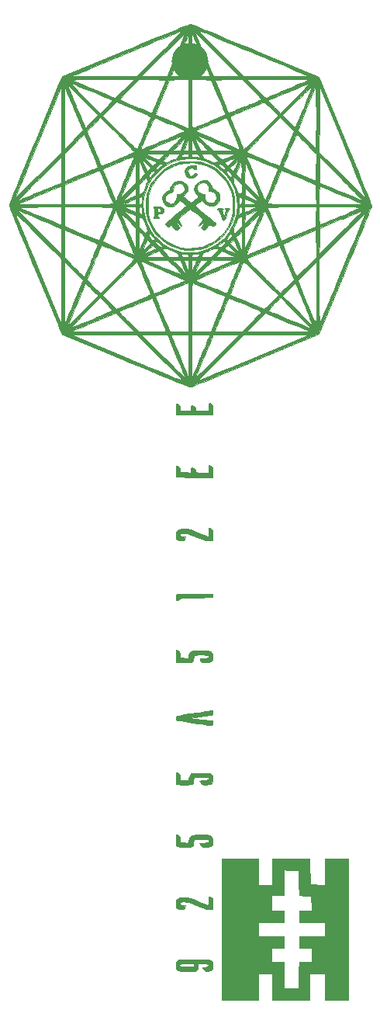
<source format=gtl>
G04 #@! TF.FileFunction,Copper,L1,Top,Signal*
%FSLAX46Y46*%
G04 Gerber Fmt 4.6, Leading zero omitted, Abs format (unit mm)*
G04 Created by KiCad (PCBNEW 4.0.5) date Saturday, July 08, 2017 'AMt' 10:19:25 AM*
%MOMM*%
%LPD*%
G01*
G04 APERTURE LIST*
%ADD10C,0.100000*%
%ADD11C,0.010000*%
%ADD12C,4.000000*%
G04 APERTURE END LIST*
D10*
D11*
G36*
X137329000Y-135094000D02*
X138853000Y-135094000D01*
X138853000Y-132236500D01*
X142897140Y-132236500D01*
X142941153Y-133614666D01*
X142955430Y-134019895D01*
X142970696Y-134380873D01*
X142985946Y-134678804D01*
X143000177Y-134894894D01*
X143012383Y-135010347D01*
X143016475Y-135024142D01*
X143088540Y-135038429D01*
X143261633Y-135054198D01*
X143509830Y-135069535D01*
X143807204Y-135082528D01*
X143807892Y-135082552D01*
X144567999Y-135109653D01*
X144568000Y-133673076D01*
X144568000Y-132236500D01*
X147171500Y-132236500D01*
X147171500Y-147603500D01*
X144568000Y-147603500D01*
X144568000Y-144746000D01*
X142917000Y-144746000D01*
X142917000Y-147603500D01*
X138853000Y-147603500D01*
X138853000Y-144746000D01*
X137329000Y-144746000D01*
X137329000Y-147603500D01*
X133328500Y-147603500D01*
X133328500Y-139158000D01*
X137329000Y-139158000D01*
X137329000Y-140682000D01*
X140123000Y-140682000D01*
X140123000Y-141952000D01*
X138726000Y-141952000D01*
X138726000Y-143476000D01*
X140123000Y-143476000D01*
X140123000Y-146415091D01*
X140513314Y-146374295D01*
X140809042Y-146350993D01*
X141136367Y-146336225D01*
X141307064Y-146333500D01*
X141710500Y-146333500D01*
X141710711Y-145904875D01*
X141713522Y-145686197D01*
X141721107Y-145376156D01*
X141732428Y-145010255D01*
X141746451Y-144623998D01*
X141752403Y-144476125D01*
X141793883Y-143476000D01*
X143171000Y-143476000D01*
X143171000Y-141952000D01*
X141774000Y-141952000D01*
X141774000Y-140682000D01*
X144568000Y-140682000D01*
X144568000Y-139158000D01*
X141774000Y-139158000D01*
X141774000Y-137888000D01*
X143189635Y-137888000D01*
X143148567Y-137402169D01*
X143127843Y-137115948D01*
X143113082Y-136833755D01*
X143107500Y-136618011D01*
X143107500Y-136319684D01*
X142464058Y-136280484D01*
X142193414Y-136262433D01*
X141975288Y-136244927D01*
X141837294Y-136230359D01*
X141803235Y-136223267D01*
X141796014Y-136157367D01*
X141785659Y-135983289D01*
X141773043Y-135719790D01*
X141759040Y-135385628D01*
X141744526Y-134999561D01*
X141739495Y-134855875D01*
X141693137Y-133506500D01*
X141298383Y-133506500D01*
X140997938Y-133498944D01*
X140671104Y-133479685D01*
X140513314Y-133465704D01*
X140123000Y-133424908D01*
X140123000Y-136237000D01*
X138726000Y-136237000D01*
X138726000Y-137888000D01*
X140123000Y-137888000D01*
X140123000Y-139158000D01*
X137329000Y-139158000D01*
X133328500Y-139158000D01*
X133328500Y-132236500D01*
X137329000Y-132236500D01*
X137329000Y-135094000D01*
X137329000Y-135094000D01*
G37*
X137329000Y-135094000D02*
X138853000Y-135094000D01*
X138853000Y-132236500D01*
X142897140Y-132236500D01*
X142941153Y-133614666D01*
X142955430Y-134019895D01*
X142970696Y-134380873D01*
X142985946Y-134678804D01*
X143000177Y-134894894D01*
X143012383Y-135010347D01*
X143016475Y-135024142D01*
X143088540Y-135038429D01*
X143261633Y-135054198D01*
X143509830Y-135069535D01*
X143807204Y-135082528D01*
X143807892Y-135082552D01*
X144567999Y-135109653D01*
X144568000Y-133673076D01*
X144568000Y-132236500D01*
X147171500Y-132236500D01*
X147171500Y-147603500D01*
X144568000Y-147603500D01*
X144568000Y-144746000D01*
X142917000Y-144746000D01*
X142917000Y-147603500D01*
X138853000Y-147603500D01*
X138853000Y-144746000D01*
X137329000Y-144746000D01*
X137329000Y-147603500D01*
X133328500Y-147603500D01*
X133328500Y-139158000D01*
X137329000Y-139158000D01*
X137329000Y-140682000D01*
X140123000Y-140682000D01*
X140123000Y-141952000D01*
X138726000Y-141952000D01*
X138726000Y-143476000D01*
X140123000Y-143476000D01*
X140123000Y-146415091D01*
X140513314Y-146374295D01*
X140809042Y-146350993D01*
X141136367Y-146336225D01*
X141307064Y-146333500D01*
X141710500Y-146333500D01*
X141710711Y-145904875D01*
X141713522Y-145686197D01*
X141721107Y-145376156D01*
X141732428Y-145010255D01*
X141746451Y-144623998D01*
X141752403Y-144476125D01*
X141793883Y-143476000D01*
X143171000Y-143476000D01*
X143171000Y-141952000D01*
X141774000Y-141952000D01*
X141774000Y-140682000D01*
X144568000Y-140682000D01*
X144568000Y-139158000D01*
X141774000Y-139158000D01*
X141774000Y-137888000D01*
X143189635Y-137888000D01*
X143148567Y-137402169D01*
X143127843Y-137115948D01*
X143113082Y-136833755D01*
X143107500Y-136618011D01*
X143107500Y-136319684D01*
X142464058Y-136280484D01*
X142193414Y-136262433D01*
X141975288Y-136244927D01*
X141837294Y-136230359D01*
X141803235Y-136223267D01*
X141796014Y-136157367D01*
X141785659Y-135983289D01*
X141773043Y-135719790D01*
X141759040Y-135385628D01*
X141744526Y-134999561D01*
X141739495Y-134855875D01*
X141693137Y-133506500D01*
X141298383Y-133506500D01*
X140997938Y-133498944D01*
X140671104Y-133479685D01*
X140513314Y-133465704D01*
X140123000Y-133424908D01*
X140123000Y-136237000D01*
X138726000Y-136237000D01*
X138726000Y-137888000D01*
X140123000Y-137888000D01*
X140123000Y-139158000D01*
X137329000Y-139158000D01*
X133328500Y-139158000D01*
X133328500Y-132236500D01*
X137329000Y-132236500D01*
X137329000Y-135094000D01*
G36*
X129975544Y-41243094D02*
X130169740Y-41313343D01*
X130467579Y-41427163D01*
X130862306Y-41581825D01*
X131347165Y-41774603D01*
X131915399Y-42002771D01*
X132560251Y-42263602D01*
X133274965Y-42554369D01*
X134052785Y-42872346D01*
X134886954Y-43214806D01*
X135770717Y-43579023D01*
X136697316Y-43962269D01*
X137003055Y-44089014D01*
X143923861Y-46959638D01*
X146794485Y-53880444D01*
X147178022Y-54806717D01*
X147544639Y-55695267D01*
X147891520Y-56539123D01*
X148215851Y-57331313D01*
X148514820Y-58064867D01*
X148785611Y-58732812D01*
X149025412Y-59328178D01*
X149231407Y-59843994D01*
X149400784Y-60273287D01*
X149530729Y-60609087D01*
X149618427Y-60844423D01*
X149661065Y-60972324D01*
X149664873Y-60991750D01*
X149640845Y-61074741D01*
X149570751Y-61267752D01*
X149457483Y-61563621D01*
X149303934Y-61955183D01*
X149112994Y-62435274D01*
X148887556Y-62996731D01*
X148630511Y-63632391D01*
X148344752Y-64335088D01*
X148033170Y-65097661D01*
X147698658Y-65912944D01*
X147344106Y-66773774D01*
X146972407Y-67672989D01*
X146794163Y-68103091D01*
X143923689Y-75023932D01*
X137002969Y-77894520D01*
X136064046Y-78283300D01*
X135165788Y-78653926D01*
X134314952Y-79003672D01*
X133518294Y-79329812D01*
X132782570Y-79629617D01*
X132114538Y-79900363D01*
X131520954Y-80139321D01*
X131008573Y-80343766D01*
X130584153Y-80510971D01*
X130254450Y-80638209D01*
X130026221Y-80722753D01*
X129906221Y-80761877D01*
X129891750Y-80764358D01*
X129809170Y-80740289D01*
X129616760Y-80670261D01*
X129321884Y-80557249D01*
X128931907Y-80404227D01*
X128454194Y-80214168D01*
X127896110Y-79990047D01*
X127265018Y-79734838D01*
X126568284Y-79451514D01*
X125813273Y-79143049D01*
X125007348Y-78812418D01*
X124157875Y-78462593D01*
X123272219Y-78096550D01*
X122780941Y-77892953D01*
X116020829Y-75088750D01*
X116892608Y-75088750D01*
X122979429Y-77611187D01*
X123814397Y-77957098D01*
X124616116Y-78289024D01*
X125376823Y-78603763D01*
X126088757Y-78898113D01*
X126744155Y-79168871D01*
X127335255Y-79412836D01*
X127854296Y-79626805D01*
X128293516Y-79807576D01*
X128645152Y-79951948D01*
X128901443Y-80056717D01*
X129054627Y-80118682D01*
X129097901Y-80135312D01*
X129091492Y-80127963D01*
X130724207Y-80127963D01*
X130791417Y-80100996D01*
X130968085Y-80028619D01*
X131246358Y-79914079D01*
X131618385Y-79760623D01*
X132076313Y-79571496D01*
X132612291Y-79349945D01*
X133218466Y-79099218D01*
X133886986Y-78822560D01*
X134610000Y-78523219D01*
X135379655Y-78204440D01*
X136188100Y-77869471D01*
X136845494Y-77597000D01*
X142896324Y-75088750D01*
X135735018Y-75055928D01*
X133194384Y-77603303D01*
X132728479Y-78071261D01*
X132292608Y-78510642D01*
X131894478Y-78913567D01*
X131541796Y-79272160D01*
X131242270Y-79578543D01*
X131003607Y-79824839D01*
X130833515Y-80003169D01*
X130739702Y-80105657D01*
X130724207Y-80127963D01*
X129091492Y-80127963D01*
X129060225Y-80092116D01*
X128940503Y-79967204D01*
X128746612Y-79768545D01*
X128486425Y-79504109D01*
X128167819Y-79181863D01*
X127798667Y-78809778D01*
X127386846Y-78395822D01*
X126940229Y-77947964D01*
X126589017Y-77596464D01*
X124048481Y-75055928D01*
X120470544Y-75072339D01*
X116892608Y-75088750D01*
X116020829Y-75088750D01*
X115939735Y-75055111D01*
X124557750Y-75055111D01*
X126936195Y-77434818D01*
X127389187Y-77887400D01*
X127814580Y-78311152D01*
X128204056Y-78697874D01*
X128549297Y-79039368D01*
X128841986Y-79327434D01*
X129073804Y-79553873D01*
X129236434Y-79710486D01*
X129321558Y-79789075D01*
X129332389Y-79796776D01*
X129312793Y-79736263D01*
X129249402Y-79571054D01*
X129147276Y-79313681D01*
X129011473Y-78976675D01*
X128847054Y-78572568D01*
X128659078Y-78113891D01*
X128452605Y-77613176D01*
X128378387Y-77433889D01*
X127415752Y-75110749D01*
X127775083Y-75110749D01*
X127835663Y-75261143D01*
X127933469Y-75499805D01*
X128062171Y-75811593D01*
X128215442Y-76181364D01*
X128386953Y-76593978D01*
X128570376Y-77034293D01*
X128759383Y-77487166D01*
X128947646Y-77937457D01*
X129128836Y-78370023D01*
X129296625Y-78769722D01*
X129444685Y-79121414D01*
X129566688Y-79409955D01*
X129656305Y-79620206D01*
X129707209Y-79737022D01*
X129716491Y-79756000D01*
X130448013Y-79756000D01*
X130485087Y-79730858D01*
X130603792Y-79623651D01*
X130796053Y-79442210D01*
X131053796Y-79194370D01*
X131368945Y-78887961D01*
X131733425Y-78530817D01*
X132139161Y-78130771D01*
X132578077Y-77695654D01*
X132804836Y-77470000D01*
X135194783Y-75088750D01*
X133817712Y-75071604D01*
X133411541Y-75068734D01*
X133048628Y-75070334D01*
X132748034Y-75075979D01*
X132528825Y-75085243D01*
X132410063Y-75097701D01*
X132395069Y-75103354D01*
X132364169Y-75167734D01*
X132291176Y-75334070D01*
X132182536Y-75586960D01*
X132044694Y-75911002D01*
X131884097Y-76290792D01*
X131707190Y-76710928D01*
X131520418Y-77156009D01*
X131330228Y-77610632D01*
X131143065Y-78059393D01*
X130965375Y-78486892D01*
X130803602Y-78877725D01*
X130664194Y-79216490D01*
X130553596Y-79487784D01*
X130478252Y-79676206D01*
X130448013Y-79756000D01*
X129716491Y-79756000D01*
X129720230Y-79694829D01*
X129723672Y-79520635D01*
X129726719Y-79247393D01*
X129729274Y-78889081D01*
X129731237Y-78459673D01*
X129732511Y-77973147D01*
X129732997Y-77443479D01*
X129733000Y-77406500D01*
X129733000Y-75057000D01*
X130050500Y-75057000D01*
X130050500Y-77417083D01*
X130051131Y-77949076D01*
X130052931Y-78437760D01*
X130055754Y-78869397D01*
X130059457Y-79230250D01*
X130063896Y-79506583D01*
X130068928Y-79684658D01*
X130074408Y-79750737D01*
X130074931Y-79750708D01*
X130103877Y-79688093D01*
X130175896Y-79520976D01*
X130285575Y-79262233D01*
X130427502Y-78924743D01*
X130596264Y-78521382D01*
X130786450Y-78065029D01*
X130992647Y-77568562D01*
X131033503Y-77470000D01*
X131242832Y-76964824D01*
X131437478Y-76495034D01*
X131611945Y-76073899D01*
X131760736Y-75714691D01*
X131878352Y-75430679D01*
X131959299Y-75235135D01*
X131998078Y-75141330D01*
X132000115Y-75136375D01*
X131984837Y-75105077D01*
X131900120Y-75082652D01*
X131731966Y-75067941D01*
X131466380Y-75059784D01*
X131089363Y-75057024D01*
X131041543Y-75057000D01*
X130050500Y-75057000D01*
X129733000Y-75057000D01*
X128743458Y-75057000D01*
X128407220Y-75060239D01*
X128122696Y-75069181D01*
X127910809Y-75082667D01*
X127792483Y-75099533D01*
X127775083Y-75110749D01*
X127415752Y-75110749D01*
X127406636Y-75088750D01*
X125982193Y-75071930D01*
X124557750Y-75055111D01*
X115939735Y-75055111D01*
X115860632Y-75022298D01*
X115731787Y-74711691D01*
X116912641Y-74711691D01*
X116968859Y-74716935D01*
X117140623Y-74721856D01*
X117416480Y-74726360D01*
X117784978Y-74730354D01*
X118234662Y-74733744D01*
X118754080Y-74736436D01*
X119331778Y-74738337D01*
X119956304Y-74739352D01*
X120308297Y-74739500D01*
X123731761Y-74739500D01*
X122716005Y-73724492D01*
X121700250Y-72709484D01*
X119320349Y-73696684D01*
X118803419Y-73911498D01*
X118323795Y-74111558D01*
X117894007Y-74291580D01*
X117526587Y-74446283D01*
X117234066Y-74570383D01*
X117028973Y-74658598D01*
X116923840Y-74705645D01*
X116912641Y-74711691D01*
X115731787Y-74711691D01*
X115571657Y-74325667D01*
X116872241Y-74325667D01*
X116896721Y-74335026D01*
X116937750Y-74321543D01*
X117055516Y-74272833D01*
X117275132Y-74182001D01*
X117581088Y-74055460D01*
X117957875Y-73899625D01*
X118389984Y-73720911D01*
X118861904Y-73525732D01*
X119255500Y-73362947D01*
X119737115Y-73163025D01*
X120181487Y-72977151D01*
X120574948Y-72811152D01*
X120903827Y-72670854D01*
X121154456Y-72562083D01*
X121165640Y-72557050D01*
X122115994Y-72557050D01*
X122150799Y-72607749D01*
X122263934Y-72735178D01*
X122443459Y-72926734D01*
X122677435Y-73169812D01*
X122953921Y-73451811D01*
X123163044Y-73662297D01*
X124238848Y-74739500D01*
X127253356Y-74739500D01*
X127198280Y-74596625D01*
X127123055Y-74406258D01*
X127014803Y-74138779D01*
X126880900Y-73811829D01*
X126728721Y-73443054D01*
X126565644Y-73050098D01*
X126399044Y-72650604D01*
X126236297Y-72262218D01*
X126084779Y-71902583D01*
X125951866Y-71589343D01*
X125844934Y-71340142D01*
X125771360Y-71172625D01*
X125738519Y-71104436D01*
X125738264Y-71104135D01*
X125674437Y-71118564D01*
X125510858Y-71174820D01*
X125265008Y-71265893D01*
X124954369Y-71384769D01*
X124596420Y-71524438D01*
X124208645Y-71677886D01*
X123808524Y-71838104D01*
X123413539Y-71998078D01*
X123041170Y-72150796D01*
X122708900Y-72289248D01*
X122434209Y-72406420D01*
X122234578Y-72495302D01*
X122127490Y-72548881D01*
X122115994Y-72557050D01*
X121165640Y-72557050D01*
X121313164Y-72490666D01*
X121365827Y-72463456D01*
X121339563Y-72405294D01*
X121236411Y-72275282D01*
X121070768Y-72089862D01*
X120857030Y-71865479D01*
X120730084Y-71737291D01*
X120047764Y-71057086D01*
X118365757Y-72741847D01*
X117930208Y-73179247D01*
X117579154Y-73534728D01*
X117306334Y-73815214D01*
X117105492Y-74027627D01*
X116970368Y-74178892D01*
X116894704Y-74275931D01*
X116872241Y-74325667D01*
X115571657Y-74325667D01*
X115442504Y-74014321D01*
X116546912Y-74014321D01*
X116599183Y-73991047D01*
X116710573Y-73902946D01*
X116886246Y-73745287D01*
X117131364Y-73513338D01*
X117451092Y-73202369D01*
X117850592Y-72807647D01*
X118141652Y-72517742D01*
X119826413Y-70835735D01*
X119792693Y-70801910D01*
X120304646Y-70801910D01*
X121804874Y-72306056D01*
X123689312Y-71523811D01*
X124260446Y-71283989D01*
X124732838Y-71079810D01*
X125102364Y-70913180D01*
X125124189Y-70902608D01*
X126061999Y-70902608D01*
X126080888Y-70961449D01*
X126141790Y-71120908D01*
X126237923Y-71364350D01*
X126362504Y-71675142D01*
X126508750Y-72036649D01*
X126669879Y-72432238D01*
X126839107Y-72845275D01*
X127009653Y-73259125D01*
X127174733Y-73657154D01*
X127327564Y-74022730D01*
X127461365Y-74339216D01*
X127503544Y-74437875D01*
X127632986Y-74739500D01*
X129733000Y-74739500D01*
X129733000Y-72067241D01*
X130050500Y-72067241D01*
X130050500Y-74742570D01*
X130237814Y-74739500D01*
X132530143Y-74739500D01*
X135544651Y-74739500D01*
X136051738Y-74739500D01*
X139475202Y-74739500D01*
X140120107Y-74738949D01*
X140724270Y-74737367D01*
X141276251Y-74734858D01*
X141764609Y-74731523D01*
X142177905Y-74727467D01*
X142504697Y-74722792D01*
X142733545Y-74717603D01*
X142853010Y-74712003D01*
X142868012Y-74708845D01*
X142804557Y-74678656D01*
X142636267Y-74605320D01*
X142375704Y-74494138D01*
X142035432Y-74350407D01*
X141628012Y-74179426D01*
X141166008Y-73986495D01*
X140661981Y-73776913D01*
X140460304Y-73693285D01*
X138083250Y-72708380D01*
X136051738Y-74739500D01*
X135544651Y-74739500D01*
X136620455Y-73662297D01*
X136919168Y-73360632D01*
X137183350Y-73088902D01*
X137401101Y-72859761D01*
X137560519Y-72685858D01*
X137649701Y-72579847D01*
X137664072Y-72552905D01*
X137588304Y-72510874D01*
X137420042Y-72433954D01*
X138438695Y-72433954D01*
X138452099Y-72478703D01*
X138454213Y-72480154D01*
X138526232Y-72513839D01*
X138699432Y-72589500D01*
X138958227Y-72700596D01*
X139287035Y-72840584D01*
X139670270Y-73002925D01*
X140092348Y-73181076D01*
X140537685Y-73368496D01*
X140990698Y-73558644D01*
X141435802Y-73744978D01*
X141857412Y-73920958D01*
X142239945Y-74080041D01*
X142567816Y-74215687D01*
X142825442Y-74321354D01*
X142997238Y-74390500D01*
X143067550Y-74416573D01*
X143031438Y-74374620D01*
X142914996Y-74252751D01*
X142727825Y-74060723D01*
X142479527Y-73808294D01*
X142179703Y-73505220D01*
X141837955Y-73161260D01*
X141463884Y-72786169D01*
X141417293Y-72739543D01*
X139735735Y-71057086D01*
X139049893Y-71739418D01*
X138779133Y-72013063D01*
X138593092Y-72212475D01*
X138482653Y-72348991D01*
X138438695Y-72433954D01*
X137420042Y-72433954D01*
X137414743Y-72431532D01*
X137160885Y-72321896D01*
X136844225Y-72188979D01*
X136482260Y-72039796D01*
X136092486Y-71881361D01*
X135692399Y-71720688D01*
X135299494Y-71564792D01*
X134931269Y-71420686D01*
X134605219Y-71295387D01*
X134338840Y-71195907D01*
X134149629Y-71129261D01*
X134055081Y-71102463D01*
X134047876Y-71103136D01*
X134016296Y-71168585D01*
X133943709Y-71333764D01*
X133837520Y-71580995D01*
X133705131Y-71892597D01*
X133553944Y-72250889D01*
X133391363Y-72638190D01*
X133224790Y-73036821D01*
X133061628Y-73429100D01*
X132909281Y-73797347D01*
X132775150Y-74123883D01*
X132666639Y-74391025D01*
X132591151Y-74581095D01*
X132585148Y-74596625D01*
X132530143Y-74739500D01*
X130237814Y-74739500D01*
X131112762Y-74725160D01*
X132175025Y-74707750D01*
X132958556Y-72812335D01*
X133147449Y-72353519D01*
X133318732Y-71933869D01*
X133466834Y-71567322D01*
X133586181Y-71267817D01*
X133671201Y-71049292D01*
X133716322Y-70925687D01*
X133721918Y-70902878D01*
X133660751Y-70876228D01*
X133499694Y-70808580D01*
X133308767Y-70729038D01*
X134211783Y-70729038D01*
X134278547Y-70763087D01*
X134445639Y-70837394D01*
X134695586Y-70944763D01*
X135010916Y-71077999D01*
X135374154Y-71229907D01*
X135767828Y-71393292D01*
X136174464Y-71560958D01*
X136576590Y-71725709D01*
X136956732Y-71880352D01*
X137297417Y-72017689D01*
X137581172Y-72130527D01*
X137790524Y-72211669D01*
X137907999Y-72253921D01*
X137925535Y-72258331D01*
X138000955Y-72216853D01*
X138147419Y-72099209D01*
X138347710Y-71920549D01*
X138584612Y-71696028D01*
X138750315Y-71532433D01*
X139448038Y-70832724D01*
X139955857Y-70832724D01*
X141622604Y-72500362D01*
X142000189Y-72877627D01*
X142348877Y-73225016D01*
X142658667Y-73532641D01*
X142919558Y-73790614D01*
X143121548Y-73989048D01*
X143254635Y-74118054D01*
X143308818Y-74167746D01*
X143309423Y-74168000D01*
X143305372Y-74127944D01*
X143301116Y-74120375D01*
X143270930Y-74052379D01*
X143198084Y-73880887D01*
X143088389Y-73619789D01*
X142947649Y-73282977D01*
X142781674Y-72884342D01*
X142596271Y-72437775D01*
X142444962Y-72072500D01*
X142242644Y-71583965D01*
X142050149Y-71119808D01*
X141874308Y-70696448D01*
X141721949Y-70330302D01*
X141599901Y-70037789D01*
X141514994Y-69835327D01*
X141482481Y-69758685D01*
X141347777Y-69445120D01*
X139955857Y-70832724D01*
X139448038Y-70832724D01*
X139478809Y-70801866D01*
X137609127Y-68931377D01*
X137208550Y-68532003D01*
X136835963Y-68163183D01*
X136500823Y-67834084D01*
X136212594Y-67553877D01*
X135980733Y-67331730D01*
X135814703Y-67176812D01*
X135723963Y-67098294D01*
X135709794Y-67090538D01*
X135676007Y-67157287D01*
X135602554Y-67322835D01*
X135496563Y-67569871D01*
X135365159Y-67881087D01*
X135215471Y-68239172D01*
X135054624Y-68626817D01*
X134889745Y-69026710D01*
X134727961Y-69421544D01*
X134576398Y-69794007D01*
X134442183Y-70126790D01*
X134332443Y-70402582D01*
X134254305Y-70604075D01*
X134214895Y-70713957D01*
X134211783Y-70729038D01*
X133308767Y-70729038D01*
X133256334Y-70707194D01*
X132948254Y-70579327D01*
X132593042Y-70432239D01*
X132208282Y-70273186D01*
X131811560Y-70109429D01*
X131420461Y-69948226D01*
X131052571Y-69796834D01*
X130725475Y-69662512D01*
X130456758Y-69552520D01*
X130264007Y-69474115D01*
X130164807Y-69434555D01*
X130161625Y-69433355D01*
X130134488Y-69429228D01*
X130112156Y-69446353D01*
X130094163Y-69495768D01*
X130080042Y-69588508D01*
X130069329Y-69735612D01*
X130061557Y-69948116D01*
X130056261Y-70237058D01*
X130052976Y-70613473D01*
X130051235Y-71088400D01*
X130050573Y-71672875D01*
X130050500Y-72067241D01*
X129733000Y-72067241D01*
X129733000Y-72065706D01*
X129732403Y-71398321D01*
X129730398Y-70847873D01*
X129726661Y-70404301D01*
X129720870Y-70057545D01*
X129712700Y-69797546D01*
X129701830Y-69614245D01*
X129687936Y-69497582D01*
X129670694Y-69437497D01*
X129649783Y-69423930D01*
X129648166Y-69424466D01*
X129554368Y-69462056D01*
X129366134Y-69538748D01*
X129100948Y-69647335D01*
X128776294Y-69780610D01*
X128409658Y-69931366D01*
X128018524Y-70092396D01*
X127620377Y-70256493D01*
X127232701Y-70416451D01*
X126872981Y-70565063D01*
X126558702Y-70695121D01*
X126307349Y-70799420D01*
X126136405Y-70870752D01*
X126063357Y-70901911D01*
X126061999Y-70902608D01*
X125124189Y-70902608D01*
X125364900Y-70786008D01*
X125516321Y-70700201D01*
X125554520Y-70660907D01*
X125524573Y-70576891D01*
X125453729Y-70395801D01*
X125349367Y-70135498D01*
X125218867Y-69813845D01*
X125069608Y-69448701D01*
X124908968Y-69057930D01*
X124744328Y-68659392D01*
X124583065Y-68270948D01*
X124432560Y-67910461D01*
X124300191Y-67595790D01*
X124193337Y-67344799D01*
X124119379Y-67175348D01*
X124085694Y-67105298D01*
X124085462Y-67105010D01*
X124033741Y-67138466D01*
X123902193Y-67253120D01*
X123700319Y-67439894D01*
X123437617Y-67689710D01*
X123123588Y-67993489D01*
X122767730Y-68342154D01*
X122379545Y-68726625D01*
X122175409Y-68930341D01*
X120304646Y-70801910D01*
X119792693Y-70801910D01*
X119146208Y-70153415D01*
X118908037Y-69920170D01*
X118700320Y-69727433D01*
X118539462Y-69589593D01*
X118441871Y-69521043D01*
X118421460Y-69517672D01*
X118386321Y-69587648D01*
X118305331Y-69770134D01*
X118180623Y-70060053D01*
X118014329Y-70452328D01*
X117808580Y-70941883D01*
X117565508Y-71523640D01*
X117287247Y-72192522D01*
X116975927Y-72943453D01*
X116633680Y-73771355D01*
X116548596Y-73977500D01*
X116546912Y-74014321D01*
X115442504Y-74014321D01*
X112990070Y-68102274D01*
X112608865Y-67181713D01*
X112244036Y-66297569D01*
X111898436Y-65456909D01*
X111574917Y-64666797D01*
X111276332Y-63934300D01*
X111005533Y-63266483D01*
X110765373Y-62670412D01*
X110558704Y-62153152D01*
X110485316Y-61967281D01*
X110822545Y-61967281D01*
X110825565Y-61976000D01*
X110861888Y-62064914D01*
X110943390Y-62262935D01*
X111066667Y-62561829D01*
X111228315Y-62953360D01*
X111424931Y-63429295D01*
X111653112Y-63981401D01*
X111909453Y-64601442D01*
X112190553Y-65281185D01*
X112493006Y-66012395D01*
X112813410Y-66786838D01*
X113148362Y-67596281D01*
X113354442Y-68094215D01*
X115794750Y-73990180D01*
X115810414Y-70575202D01*
X116144000Y-70575202D01*
X116144527Y-71220155D01*
X116146043Y-71824406D01*
X116148449Y-72376509D01*
X116151645Y-72865016D01*
X116155533Y-73278483D01*
X116160013Y-73605462D01*
X116164986Y-73834508D01*
X116170354Y-73954174D01*
X116173378Y-73969288D01*
X116203299Y-73906125D01*
X116276408Y-73738128D01*
X116387414Y-73477844D01*
X116531024Y-73137820D01*
X116701946Y-72730605D01*
X116894887Y-72268746D01*
X117104555Y-71764791D01*
X117188875Y-71561580D01*
X118174993Y-69183250D01*
X118069479Y-69077709D01*
X118577783Y-69077709D01*
X119313179Y-69813104D01*
X119561227Y-70059269D01*
X119777583Y-70270416D01*
X119946622Y-70431580D01*
X120052719Y-70527799D01*
X120081065Y-70548500D01*
X120131443Y-70505059D01*
X120261927Y-70380967D01*
X120463016Y-70185568D01*
X120725207Y-69928206D01*
X121038998Y-69618225D01*
X121394886Y-69264969D01*
X121783369Y-68877782D01*
X121983150Y-68678100D01*
X122447910Y-68212132D01*
X122828973Y-67827425D01*
X123133317Y-67516316D01*
X123367919Y-67271144D01*
X123536237Y-67088071D01*
X124477656Y-67088071D01*
X124497000Y-67147606D01*
X124560235Y-67311813D01*
X124662267Y-67568192D01*
X124797999Y-67904243D01*
X124962333Y-68307468D01*
X125150175Y-68765366D01*
X125356427Y-69265439D01*
X125575993Y-69795185D01*
X125803777Y-70342107D01*
X125829997Y-70404889D01*
X125915904Y-70610528D01*
X126221077Y-70479640D01*
X126367386Y-70417900D01*
X126609998Y-70316677D01*
X126927744Y-70184755D01*
X127299455Y-70030912D01*
X127703962Y-69863930D01*
X127923250Y-69773583D01*
X128317720Y-69610279D01*
X128672922Y-69461528D01*
X128971987Y-69334533D01*
X129198050Y-69236497D01*
X129334242Y-69174621D01*
X129366492Y-69157289D01*
X129353554Y-69149371D01*
X130408204Y-69149371D01*
X130481771Y-69189519D01*
X130652996Y-69267568D01*
X130904009Y-69376268D01*
X131216940Y-69508371D01*
X131573919Y-69656627D01*
X131957077Y-69813787D01*
X132348545Y-69972604D01*
X132730452Y-70125826D01*
X133084929Y-70266207D01*
X133394107Y-70386496D01*
X133640116Y-70479445D01*
X133805085Y-70537804D01*
X133871146Y-70554326D01*
X133871309Y-70554204D01*
X133905516Y-70488045D01*
X133981371Y-70319364D01*
X134092442Y-70063189D01*
X134232296Y-69734545D01*
X134394500Y-69348458D01*
X134572621Y-68919953D01*
X134618583Y-68808690D01*
X134797209Y-68373989D01*
X134958024Y-67979248D01*
X135095157Y-67639152D01*
X135202738Y-67368384D01*
X135274897Y-67181627D01*
X135305762Y-67093565D01*
X135306274Y-67088626D01*
X135243658Y-67107411D01*
X135079950Y-67169745D01*
X134829858Y-67269442D01*
X134508091Y-67400311D01*
X134129357Y-67556166D01*
X133708366Y-67730817D01*
X133259826Y-67918076D01*
X132798447Y-68111754D01*
X132338937Y-68305664D01*
X131896004Y-68493617D01*
X131484359Y-68669425D01*
X131118710Y-68826898D01*
X130813765Y-68959849D01*
X130584233Y-69062089D01*
X130444825Y-69127430D01*
X130408204Y-69149371D01*
X129353554Y-69149371D01*
X129317723Y-69127444D01*
X129166234Y-69055361D01*
X128926700Y-68947251D01*
X128613794Y-68809325D01*
X128242191Y-68647794D01*
X128215573Y-68636335D01*
X130661491Y-68636335D01*
X132687314Y-67798542D01*
X134713138Y-66960750D01*
X133542469Y-66943388D01*
X132371801Y-66926026D01*
X131516646Y-67781180D01*
X130661491Y-68636335D01*
X128215573Y-68636335D01*
X127826567Y-68468869D01*
X127381596Y-68278762D01*
X126921953Y-68083684D01*
X126462312Y-67889844D01*
X126017348Y-67703456D01*
X125601736Y-67530730D01*
X125230151Y-67377877D01*
X124917267Y-67251107D01*
X124677759Y-67156634D01*
X124526302Y-67100666D01*
X124477656Y-67088071D01*
X123536237Y-67088071D01*
X123539754Y-67084246D01*
X123644910Y-66960750D01*
X125078204Y-66960750D01*
X127008727Y-67765475D01*
X127474399Y-67958957D01*
X127903459Y-68136021D01*
X128281650Y-68290877D01*
X128594715Y-68417734D01*
X128828397Y-68510805D01*
X128968439Y-68564298D01*
X129002450Y-68575100D01*
X128980146Y-68534451D01*
X128880106Y-68418435D01*
X128877189Y-68415294D01*
X130371895Y-68415294D01*
X131831511Y-66960750D01*
X131439580Y-66941600D01*
X131225386Y-66939201D01*
X131063495Y-66952263D01*
X130997033Y-66973350D01*
X130954093Y-67049239D01*
X130875064Y-67217673D01*
X130771366Y-67453419D01*
X130659156Y-67719772D01*
X130371895Y-68415294D01*
X128877189Y-68415294D01*
X128715091Y-68240786D01*
X128497861Y-68015238D01*
X128241177Y-67755527D01*
X128238663Y-67753013D01*
X127414651Y-66929000D01*
X127925321Y-66929000D01*
X128653500Y-67659250D01*
X128898636Y-67904325D01*
X129110201Y-68114393D01*
X129272987Y-68274473D01*
X129371790Y-68369582D01*
X129394659Y-68389500D01*
X129376879Y-68334868D01*
X129318820Y-68186356D01*
X129229706Y-67967040D01*
X129125621Y-67716365D01*
X129010582Y-67444032D01*
X128911645Y-67213993D01*
X128840052Y-67052118D01*
X128808304Y-66986115D01*
X128740971Y-66960750D01*
X129172836Y-66960750D01*
X129437043Y-67606625D01*
X129701250Y-68252501D01*
X129719437Y-67614230D01*
X129724525Y-67343269D01*
X129723684Y-67123614D01*
X129717309Y-66983607D01*
X129710172Y-66948505D01*
X129635430Y-66935667D01*
X129482716Y-66937303D01*
X129427777Y-66940900D01*
X129172836Y-66960750D01*
X128740971Y-66960750D01*
X128731358Y-66957129D01*
X128564106Y-66936573D01*
X128349163Y-66929000D01*
X130050500Y-66929000D01*
X130055868Y-68294250D01*
X130216572Y-67913250D01*
X130325913Y-67651713D01*
X130436837Y-67382791D01*
X130498711Y-67230625D01*
X130620146Y-66929000D01*
X130050500Y-66929000D01*
X128349163Y-66929000D01*
X127925321Y-66929000D01*
X127414651Y-66929000D01*
X127411677Y-66926026D01*
X126244940Y-66943388D01*
X125078204Y-66960750D01*
X123644910Y-66960750D01*
X123655801Y-66947960D01*
X123723035Y-66854623D01*
X123748434Y-66796574D01*
X123744487Y-66783876D01*
X136034823Y-66783876D01*
X136047817Y-66831842D01*
X136100452Y-66912682D01*
X136199694Y-67034044D01*
X136352509Y-67203577D01*
X136565863Y-67428931D01*
X136846723Y-67717754D01*
X137202055Y-68077696D01*
X137638825Y-68516406D01*
X137800349Y-68678100D01*
X138201312Y-69078512D01*
X138574293Y-69449583D01*
X138909797Y-69781970D01*
X139198328Y-70066331D01*
X139430392Y-70293323D01*
X139596494Y-70453602D01*
X139687140Y-70537825D01*
X139701142Y-70548500D01*
X139754256Y-70505933D01*
X139881262Y-70388189D01*
X140066555Y-70210199D01*
X140294531Y-69986893D01*
X140469559Y-69813203D01*
X141101156Y-69183250D01*
X141610103Y-69183250D01*
X142602600Y-71580375D01*
X142817455Y-72098033D01*
X143017385Y-72577295D01*
X143197184Y-73005858D01*
X143351644Y-73371422D01*
X143475559Y-73661684D01*
X143563720Y-73864341D01*
X143610921Y-73967094D01*
X143617299Y-73977500D01*
X143621495Y-73915932D01*
X143625432Y-73738961D01*
X143629034Y-73458183D01*
X143632227Y-73085194D01*
X143634934Y-72631590D01*
X143637081Y-72108967D01*
X143638592Y-71528922D01*
X143639390Y-70903051D01*
X143639500Y-70564619D01*
X143639500Y-67151738D01*
X142624801Y-68167494D01*
X141610103Y-69183250D01*
X141101156Y-69183250D01*
X141206776Y-69077906D01*
X140458682Y-67274791D01*
X140270779Y-66822973D01*
X140096813Y-66406723D01*
X139943177Y-66041180D01*
X139816265Y-65741482D01*
X139722472Y-65522766D01*
X139668192Y-65400170D01*
X139658918Y-65381336D01*
X139623101Y-65362984D01*
X139542260Y-65370273D01*
X139405095Y-65407178D01*
X139200308Y-65477675D01*
X138916599Y-65585740D01*
X138542671Y-65735349D01*
X138067222Y-65930476D01*
X137892750Y-66002783D01*
X137450438Y-66186251D01*
X137041955Y-66355383D01*
X136683248Y-66503599D01*
X136390263Y-66624321D01*
X136178947Y-66710970D01*
X136065246Y-66756968D01*
X136054502Y-66761135D01*
X136034823Y-66783876D01*
X123744487Y-66783876D01*
X123738975Y-66766148D01*
X123728997Y-66760712D01*
X123640255Y-66724998D01*
X123450186Y-66647123D01*
X123212112Y-66549063D01*
X125065750Y-66549063D01*
X125077023Y-66569134D01*
X125205428Y-66585631D01*
X125441131Y-66597952D01*
X125774298Y-66605493D01*
X126017494Y-66607474D01*
X127096238Y-66611500D01*
X126458567Y-65973829D01*
X125825658Y-66234252D01*
X125551989Y-66347052D01*
X125311773Y-66446414D01*
X125135812Y-66519578D01*
X125065750Y-66549063D01*
X123212112Y-66549063D01*
X123174740Y-66533670D01*
X122829863Y-66391219D01*
X122431505Y-66226352D01*
X121995613Y-66045649D01*
X121890750Y-66002134D01*
X121374308Y-65789321D01*
X120963595Y-65623878D01*
X120648073Y-65502069D01*
X120417206Y-65420161D01*
X120260459Y-65374419D01*
X120167294Y-65361107D01*
X120127176Y-65376492D01*
X120126928Y-65376916D01*
X120091045Y-65455310D01*
X120013018Y-65636002D01*
X119899209Y-65903915D01*
X119755981Y-66243977D01*
X119589695Y-66641112D01*
X119406715Y-67080245D01*
X119327695Y-67270498D01*
X118577783Y-69077709D01*
X118069479Y-69077709D01*
X117159496Y-68167494D01*
X116144000Y-67151738D01*
X116144000Y-70575202D01*
X115810414Y-70575202D01*
X115811160Y-70412599D01*
X115827571Y-66835018D01*
X115631715Y-66639520D01*
X116141635Y-66639520D01*
X117205742Y-67705010D01*
X117506151Y-68004253D01*
X117776936Y-68271020D01*
X118005238Y-68492883D01*
X118178195Y-68657415D01*
X118282949Y-68752190D01*
X118308337Y-68770500D01*
X118341394Y-68714142D01*
X118416202Y-68554739D01*
X118526436Y-68306790D01*
X118665770Y-67984800D01*
X118827878Y-67603269D01*
X119006435Y-67176700D01*
X119063088Y-67040125D01*
X119245121Y-66598125D01*
X119410651Y-66191906D01*
X119553534Y-65836889D01*
X119667623Y-65548499D01*
X119746775Y-65342159D01*
X119784843Y-65233292D01*
X119787300Y-65222412D01*
X119730936Y-65170264D01*
X119558044Y-65075231D01*
X119271201Y-64938511D01*
X119208817Y-64910749D01*
X120317186Y-64910749D01*
X120370319Y-64945902D01*
X120523115Y-65022435D01*
X120758068Y-65132730D01*
X121057673Y-65269167D01*
X121404427Y-65424126D01*
X121780825Y-65589988D01*
X122169363Y-65759133D01*
X122552535Y-65923942D01*
X122912838Y-66076794D01*
X123232767Y-66210071D01*
X123494818Y-66316153D01*
X123681486Y-66387420D01*
X123775267Y-66416252D01*
X123775945Y-66416330D01*
X123770190Y-66363753D01*
X123747749Y-66295402D01*
X124811750Y-66295402D01*
X125351500Y-66066338D01*
X125609989Y-65957208D01*
X125839973Y-65861128D01*
X125968483Y-65808300D01*
X126806021Y-65808300D01*
X127602081Y-66611500D01*
X128127790Y-66611500D01*
X128368213Y-66608826D01*
X128550871Y-66601705D01*
X128646219Y-66591484D01*
X128653500Y-66587504D01*
X128631418Y-66519060D01*
X128576840Y-66380351D01*
X128562076Y-66344702D01*
X128518562Y-66270855D01*
X128913060Y-66270855D01*
X128916982Y-66337895D01*
X128959323Y-66452481D01*
X129015797Y-66544984D01*
X129101585Y-66592656D01*
X129254854Y-66609843D01*
X129382388Y-66611500D01*
X129583123Y-66607143D01*
X129687836Y-66585194D01*
X129727434Y-66532330D01*
X129733000Y-66460382D01*
X130050500Y-66460382D01*
X130060607Y-66546901D01*
X130111532Y-66592034D01*
X130234183Y-66609101D01*
X130401111Y-66611500D01*
X130608026Y-66605002D01*
X130702100Y-66581904D01*
X131130000Y-66581904D01*
X131188571Y-66595439D01*
X131344589Y-66605722D01*
X131568511Y-66611090D01*
X131655709Y-66611500D01*
X132181418Y-66611500D01*
X132687261Y-66611500D01*
X133766005Y-66608672D01*
X134844750Y-66605845D01*
X134407036Y-66421000D01*
X135985026Y-66421000D01*
X136046817Y-66397730D01*
X136211147Y-66331946D01*
X136463202Y-66229684D01*
X136788168Y-66096982D01*
X137171230Y-65939877D01*
X137597576Y-65764406D01*
X137711471Y-65717434D01*
X138147892Y-65536493D01*
X138545693Y-65369876D01*
X138888187Y-65224714D01*
X139995787Y-65224714D01*
X140021536Y-65307514D01*
X140088755Y-65486103D01*
X140190134Y-65742984D01*
X140318361Y-66060657D01*
X140466127Y-66421626D01*
X140626119Y-66808390D01*
X140791029Y-67203452D01*
X140953544Y-67589314D01*
X141106354Y-67948476D01*
X141242149Y-68263441D01*
X141353617Y-68516710D01*
X141433448Y-68690784D01*
X141474332Y-68768166D01*
X141477193Y-68770500D01*
X141530406Y-68727468D01*
X141660188Y-68606657D01*
X141853705Y-68420490D01*
X142098126Y-68181388D01*
X142380619Y-67901776D01*
X142577757Y-67705010D01*
X143448481Y-66833154D01*
X143957000Y-66833154D01*
X143957000Y-70415910D01*
X143957448Y-71076280D01*
X143958738Y-71696330D01*
X143960789Y-72264855D01*
X143963516Y-72770646D01*
X143966839Y-73202499D01*
X143970674Y-73549204D01*
X143974940Y-73799557D01*
X143979554Y-73942350D01*
X143983118Y-73972208D01*
X144010534Y-73911122D01*
X144083269Y-73740506D01*
X144198065Y-73468174D01*
X144351664Y-73101938D01*
X144540808Y-72649611D01*
X144762239Y-72119005D01*
X145012697Y-71517933D01*
X145288924Y-70854208D01*
X145587663Y-70135642D01*
X145905654Y-69370048D01*
X146239639Y-68565240D01*
X146496840Y-67945000D01*
X146841088Y-67114468D01*
X147171889Y-66316159D01*
X147485962Y-65558001D01*
X147780027Y-64847922D01*
X148050802Y-64193853D01*
X148295007Y-63603722D01*
X148509362Y-63085457D01*
X148690586Y-62646989D01*
X148835398Y-62296246D01*
X148940518Y-62041158D01*
X149002665Y-61889652D01*
X149019019Y-61849000D01*
X148981969Y-61874756D01*
X148863028Y-61982792D01*
X148670019Y-62165498D01*
X148410767Y-62415265D01*
X148093097Y-62724485D01*
X147724834Y-63085547D01*
X147313801Y-63490844D01*
X146867825Y-63932766D01*
X146505297Y-64293452D01*
X143957000Y-66833154D01*
X143448481Y-66833154D01*
X143641864Y-66639520D01*
X143638300Y-66325750D01*
X143955111Y-66325750D01*
X146334818Y-63947304D01*
X146787400Y-63494312D01*
X147211152Y-63068920D01*
X147597874Y-62679444D01*
X147939368Y-62334202D01*
X148227434Y-62041514D01*
X148453874Y-61809696D01*
X148610488Y-61647066D01*
X148689076Y-61561942D01*
X148696778Y-61551111D01*
X148636280Y-61570743D01*
X148471112Y-61634236D01*
X148213800Y-61736522D01*
X147876871Y-61872536D01*
X147472851Y-62037211D01*
X147014268Y-62225480D01*
X146513648Y-62432277D01*
X146333890Y-62506820D01*
X143988750Y-63480275D01*
X143971930Y-64903012D01*
X143955111Y-66325750D01*
X143638300Y-66325750D01*
X143607750Y-63636850D01*
X141798000Y-64388264D01*
X141249456Y-64618859D01*
X140792967Y-64816728D01*
X140434086Y-64979291D01*
X140178370Y-65103971D01*
X140031373Y-65188190D01*
X139995787Y-65224714D01*
X138888187Y-65224714D01*
X138889820Y-65224022D01*
X139165220Y-65105371D01*
X139356837Y-65020365D01*
X139449620Y-64975442D01*
X139455538Y-64971309D01*
X139440042Y-64907049D01*
X139382501Y-64743608D01*
X139290169Y-64498847D01*
X139170300Y-64190627D01*
X139030147Y-63836808D01*
X138876964Y-63455252D01*
X138718005Y-63063819D01*
X138560524Y-62680370D01*
X138411774Y-62322765D01*
X138279009Y-62008864D01*
X138169482Y-61756530D01*
X138090449Y-61583622D01*
X138049161Y-61508002D01*
X138048873Y-61507707D01*
X138017308Y-61555547D01*
X137944013Y-61707113D01*
X137835108Y-61948489D01*
X137696712Y-62265760D01*
X137534944Y-62645009D01*
X137355923Y-63072322D01*
X137276201Y-63264866D01*
X137074762Y-63752646D01*
X136873857Y-64238369D01*
X136682795Y-64699585D01*
X136510883Y-65113846D01*
X136367431Y-65458703D01*
X136261747Y-65711707D01*
X136250556Y-65738375D01*
X136140214Y-66005128D01*
X136053292Y-66223056D01*
X135998685Y-66369288D01*
X135985026Y-66421000D01*
X134407036Y-66421000D01*
X133331820Y-65966941D01*
X132687261Y-66611500D01*
X132181418Y-66611500D01*
X132585337Y-66203958D01*
X132989255Y-65796417D01*
X132737516Y-65720994D01*
X132658165Y-65702177D01*
X133640739Y-65702177D01*
X133643520Y-65717187D01*
X133717192Y-65758332D01*
X133876705Y-65832647D01*
X134089844Y-65926482D01*
X134324395Y-66026192D01*
X134548143Y-66118129D01*
X134728873Y-66188646D01*
X134834370Y-66224096D01*
X134844202Y-66225828D01*
X134829082Y-66186645D01*
X134738760Y-66077095D01*
X134589077Y-65915354D01*
X134449088Y-65772432D01*
X133991021Y-65314365D01*
X133799422Y-65497928D01*
X133689197Y-65618407D01*
X133640739Y-65702177D01*
X132658165Y-65702177D01*
X132576718Y-65682863D01*
X132444152Y-65689467D01*
X132285433Y-65748792D01*
X132173013Y-65803884D01*
X131936650Y-65912926D01*
X131694791Y-66008485D01*
X131598504Y-66040463D01*
X131393303Y-66131678D01*
X131264071Y-66276964D01*
X131233379Y-66335520D01*
X131166427Y-66483010D01*
X131131463Y-66573874D01*
X131130000Y-66581904D01*
X130702100Y-66581904D01*
X130726375Y-66575944D01*
X130794325Y-66509981D01*
X130824176Y-66452481D01*
X130868712Y-66329279D01*
X130870439Y-66270855D01*
X130798383Y-66263576D01*
X130636681Y-66267101D01*
X130447375Y-66278756D01*
X130230245Y-66299416D01*
X130111033Y-66327842D01*
X130060772Y-66377287D01*
X130050500Y-66460382D01*
X129733000Y-66460382D01*
X129722574Y-66376904D01*
X129671989Y-66327623D01*
X129552278Y-66299283D01*
X129336125Y-66278756D01*
X129125646Y-66266200D01*
X128972055Y-66263838D01*
X128913060Y-66270855D01*
X128518562Y-66270855D01*
X128469279Y-66187221D01*
X128326598Y-66089985D01*
X128196951Y-66044045D01*
X127972486Y-65964144D01*
X127718294Y-65855780D01*
X127610756Y-65804021D01*
X127419114Y-65714312D01*
X127284203Y-65680963D01*
X127152876Y-65696654D01*
X127052142Y-65727073D01*
X126806021Y-65808300D01*
X125968483Y-65808300D01*
X126004932Y-65793317D01*
X126045880Y-65776989D01*
X126200511Y-65716704D01*
X125997901Y-65514093D01*
X125795290Y-65311483D01*
X125303520Y-65803443D01*
X124811750Y-66295402D01*
X123747749Y-66295402D01*
X123722077Y-66217210D01*
X123639685Y-65999291D01*
X123533518Y-65738375D01*
X123434042Y-65500048D01*
X123295505Y-65166710D01*
X123127196Y-64760788D01*
X122938404Y-64304707D01*
X122738420Y-63820893D01*
X122536531Y-63331771D01*
X122508010Y-63262612D01*
X122323387Y-62819434D01*
X122152985Y-62419107D01*
X122002961Y-62075412D01*
X121911364Y-61872708D01*
X122322124Y-61872708D01*
X122340896Y-61933777D01*
X122403054Y-62098298D01*
X122503091Y-62352511D01*
X122635501Y-62682658D01*
X122794778Y-63074979D01*
X122975416Y-63515713D01*
X123112772Y-63848442D01*
X123922750Y-65804847D01*
X123940109Y-64638919D01*
X123952789Y-63787261D01*
X124272000Y-63787261D01*
X124274827Y-64866005D01*
X124277654Y-65944750D01*
X124295753Y-65901891D01*
X124672539Y-65901891D01*
X124698517Y-65905161D01*
X124797011Y-65831467D01*
X124951463Y-65694369D01*
X125102679Y-65549635D01*
X125569134Y-65091021D01*
X125503794Y-65022820D01*
X126095520Y-65022820D01*
X126114598Y-65096000D01*
X126209908Y-65212680D01*
X126282212Y-65288202D01*
X126469329Y-65455600D01*
X126618320Y-65523302D01*
X126756167Y-65500650D01*
X126810161Y-65470980D01*
X126875068Y-65411125D01*
X126873661Y-65390364D01*
X126811752Y-65342265D01*
X126681080Y-65239025D01*
X126539988Y-65126910D01*
X126362834Y-64994241D01*
X126249758Y-64936874D01*
X126172211Y-64943224D01*
X126140188Y-64964700D01*
X126095520Y-65022820D01*
X125503794Y-65022820D01*
X125384535Y-64898341D01*
X125262591Y-64790467D01*
X125175041Y-64747858D01*
X125157792Y-64753706D01*
X125118505Y-64827953D01*
X125045839Y-64988075D01*
X124953371Y-65201945D01*
X124854679Y-65437436D01*
X124763340Y-65662424D01*
X124692932Y-65844781D01*
X124672539Y-65901891D01*
X124295753Y-65901891D01*
X124916558Y-64431820D01*
X124780279Y-64295541D01*
X125377608Y-64295541D01*
X125429679Y-64412809D01*
X125560904Y-64566164D01*
X125583395Y-64589377D01*
X125727932Y-64728053D01*
X125819146Y-64783074D01*
X125885441Y-64767993D01*
X125911019Y-64745694D01*
X125949229Y-64682741D01*
X125932866Y-64598953D01*
X125851198Y-64466182D01*
X125754901Y-64336196D01*
X125622282Y-64169461D01*
X125518413Y-64052104D01*
X125469508Y-64011616D01*
X125426299Y-64062589D01*
X125386536Y-64176263D01*
X125377608Y-64295541D01*
X124780279Y-64295541D01*
X124594279Y-64109541D01*
X124272000Y-63787261D01*
X123952789Y-63787261D01*
X123957469Y-63472991D01*
X123149461Y-62663186D01*
X122890430Y-62405614D01*
X122663672Y-62184006D01*
X122483673Y-62012201D01*
X122364918Y-61904040D01*
X122322124Y-61872708D01*
X121911364Y-61872708D01*
X121879473Y-61802134D01*
X121788679Y-61613055D01*
X121736736Y-61521957D01*
X121727860Y-61516362D01*
X121694914Y-61583832D01*
X121621536Y-61750602D01*
X121515318Y-61998400D01*
X121383854Y-62308959D01*
X121234735Y-62664007D01*
X121075554Y-63045275D01*
X120913905Y-63434493D01*
X120757380Y-63813391D01*
X120613572Y-64163699D01*
X120490074Y-64467148D01*
X120394478Y-64705466D01*
X120334378Y-64860385D01*
X120317186Y-64910749D01*
X119208817Y-64910749D01*
X118872983Y-64761298D01*
X118365969Y-64544789D01*
X117985500Y-64386123D01*
X116175750Y-63637170D01*
X116158692Y-65138345D01*
X116141635Y-66639520D01*
X115631715Y-66639520D01*
X113282283Y-64294384D01*
X112710313Y-63724737D01*
X112222789Y-63242089D01*
X111815520Y-62842485D01*
X111484313Y-62521968D01*
X111224979Y-62276585D01*
X111033327Y-62102380D01*
X110905164Y-61995397D01*
X110836301Y-61951683D01*
X110822545Y-61967281D01*
X110485316Y-61967281D01*
X110388379Y-61721770D01*
X110321061Y-61548024D01*
X111127500Y-61548024D01*
X111152641Y-61585096D01*
X111259848Y-61703799D01*
X111441288Y-61896058D01*
X111689129Y-62153800D01*
X111995537Y-62468947D01*
X112352681Y-62833426D01*
X112752728Y-63239160D01*
X113187844Y-63678076D01*
X113413500Y-63904836D01*
X115794750Y-66294783D01*
X115811895Y-64917712D01*
X115814765Y-64511455D01*
X115813164Y-64148373D01*
X115807518Y-63847550D01*
X115798252Y-63628072D01*
X115785792Y-63509023D01*
X115780145Y-63493923D01*
X115715825Y-63462916D01*
X115549530Y-63389857D01*
X115296662Y-63281186D01*
X114972623Y-63143345D01*
X114592815Y-62982777D01*
X114172639Y-62805922D01*
X113727496Y-62619221D01*
X113272790Y-62429118D01*
X112823922Y-62242053D01*
X112396293Y-62064467D01*
X112005306Y-61902803D01*
X111666361Y-61763502D01*
X111394862Y-61653005D01*
X111206209Y-61577755D01*
X111127500Y-61548024D01*
X110321061Y-61548024D01*
X110257250Y-61383330D01*
X110184323Y-61188133D01*
X111158393Y-61188133D01*
X111159250Y-61188873D01*
X111277947Y-61240160D01*
X111490331Y-61330179D01*
X111781013Y-61452523D01*
X112134609Y-61600786D01*
X112535730Y-61768563D01*
X112968991Y-61949447D01*
X113419004Y-62137033D01*
X113870383Y-62324914D01*
X114307742Y-62506685D01*
X114715694Y-62675940D01*
X115078851Y-62826273D01*
X115381828Y-62951278D01*
X115609238Y-63044550D01*
X115745694Y-63099682D01*
X115778875Y-63112153D01*
X115795184Y-63054690D01*
X115809087Y-62891626D01*
X115819543Y-62644353D01*
X115825508Y-62334263D01*
X115826500Y-62134750D01*
X115826500Y-61150500D01*
X116140929Y-61150500D01*
X116158339Y-62210593D01*
X116175750Y-63270687D01*
X118049000Y-64049887D01*
X118505954Y-64239602D01*
X118924568Y-64412705D01*
X119290650Y-64563382D01*
X119590008Y-64685821D01*
X119808452Y-64774206D01*
X119931788Y-64822725D01*
X119954000Y-64830313D01*
X119985086Y-64774188D01*
X120057862Y-64614719D01*
X120166192Y-64366215D01*
X120303945Y-64042983D01*
X120464987Y-63659333D01*
X120643185Y-63229572D01*
X120716000Y-63052577D01*
X120899444Y-62605370D01*
X121067393Y-62195326D01*
X121213742Y-61837400D01*
X121332385Y-61546545D01*
X121365998Y-61463801D01*
X122462250Y-61463801D01*
X123922750Y-62931511D01*
X123931512Y-62752166D01*
X124272000Y-62752166D01*
X124272000Y-63274333D01*
X125061162Y-64070573D01*
X125150833Y-63845752D01*
X125193583Y-63721367D01*
X125201723Y-63613184D01*
X125169020Y-63482583D01*
X125089240Y-63290943D01*
X125045860Y-63195340D01*
X124942488Y-62958106D01*
X124857340Y-62742508D01*
X124808580Y-62594589D01*
X124808156Y-62592863D01*
X124713344Y-62427691D01*
X124542543Y-62322988D01*
X124393211Y-62262976D01*
X124303549Y-62231414D01*
X124295995Y-62230000D01*
X124284987Y-62288555D01*
X124276639Y-62444461D01*
X124272313Y-62668070D01*
X124272000Y-62752166D01*
X123931512Y-62752166D01*
X123941899Y-62539580D01*
X123944298Y-62325458D01*
X123931240Y-62163708D01*
X123910149Y-62097379D01*
X123834400Y-62054411D01*
X123666175Y-61974906D01*
X123430580Y-61870318D01*
X123160750Y-61755454D01*
X122462250Y-61463801D01*
X121365998Y-61463801D01*
X121417219Y-61337716D01*
X121462136Y-61225867D01*
X121467416Y-61212057D01*
X121410642Y-61195923D01*
X121231641Y-61182054D01*
X120935167Y-61170560D01*
X120525973Y-61161554D01*
X120025191Y-61155346D01*
X122589250Y-61155346D01*
X123256000Y-61436250D01*
X123521525Y-61547765D01*
X123739783Y-61638764D01*
X123886840Y-61699312D01*
X123938625Y-61719576D01*
X123948089Y-61664305D01*
X123953769Y-61521663D01*
X123953983Y-61496594D01*
X124272000Y-61496594D01*
X124283671Y-61720686D01*
X124324295Y-61850555D01*
X124383125Y-61907413D01*
X124542368Y-61972908D01*
X124627501Y-61946401D01*
X124629523Y-61833125D01*
X124604690Y-61677582D01*
X124591145Y-61471141D01*
X124590367Y-61420375D01*
X124582253Y-61250277D01*
X124545636Y-61172087D01*
X124459903Y-61150953D01*
X124430750Y-61150500D01*
X124339520Y-61159676D01*
X124292203Y-61208013D01*
X124274485Y-61326720D01*
X124272000Y-61496594D01*
X123953983Y-61496594D01*
X123954500Y-61436250D01*
X123954500Y-61150500D01*
X122589250Y-61155346D01*
X120025191Y-61155346D01*
X120008815Y-61155143D01*
X119388445Y-61151439D01*
X118814756Y-61150500D01*
X116140929Y-61150500D01*
X115826500Y-61150500D01*
X113461125Y-61155513D01*
X112930351Y-61157370D01*
X112444457Y-61160486D01*
X112016876Y-61164666D01*
X111661045Y-61169716D01*
X111390397Y-61175440D01*
X111218368Y-61181644D01*
X111158393Y-61188133D01*
X110184323Y-61188133D01*
X110168170Y-61144900D01*
X110123991Y-61013543D01*
X110119509Y-60991750D01*
X110143523Y-60908561D01*
X110148864Y-60893840D01*
X124743139Y-60893840D01*
X124779673Y-61556709D01*
X124927658Y-62339535D01*
X125176319Y-63052371D01*
X125532813Y-63709862D01*
X126004294Y-64326649D01*
X126272250Y-64611250D01*
X126892267Y-65146712D01*
X127564739Y-65569982D01*
X128280385Y-65878468D01*
X129029922Y-66069579D01*
X129804068Y-66140724D01*
X130593542Y-66089312D01*
X131161750Y-65976106D01*
X131908063Y-65723128D01*
X132448289Y-65442408D01*
X132926602Y-65442408D01*
X132988532Y-65479407D01*
X133019125Y-65488227D01*
X133156703Y-65514906D01*
X133261328Y-65495545D01*
X133374881Y-65412770D01*
X133501287Y-65288202D01*
X133635680Y-65141647D01*
X133667140Y-65087130D01*
X134212561Y-65087130D01*
X134685816Y-65563565D01*
X134880727Y-65758756D01*
X135038941Y-65915248D01*
X135141506Y-66014418D01*
X135170653Y-66040000D01*
X135152827Y-65986000D01*
X135095366Y-65841380D01*
X135008764Y-65632207D01*
X134959755Y-65516125D01*
X134851937Y-65260850D01*
X134757130Y-65033887D01*
X134690932Y-64872663D01*
X134676989Y-64837619D01*
X134616704Y-64682988D01*
X134414632Y-64885059D01*
X134212561Y-65087130D01*
X133667140Y-65087130D01*
X133687691Y-65051519D01*
X133669844Y-64989853D01*
X133645390Y-64966425D01*
X133574562Y-64936210D01*
X133477574Y-64964125D01*
X133326709Y-65061230D01*
X133233331Y-65130848D01*
X133039211Y-65284463D01*
X132940231Y-65382871D01*
X132926602Y-65442408D01*
X132448289Y-65442408D01*
X132589643Y-65368956D01*
X133200389Y-64924736D01*
X133496438Y-64634613D01*
X133841035Y-64634613D01*
X133845844Y-64713729D01*
X133867248Y-64746381D01*
X133924807Y-64789388D01*
X133998319Y-64768398D01*
X134115175Y-64670629D01*
X134192989Y-64594392D01*
X134338215Y-64435600D01*
X134344038Y-64424917D01*
X134873844Y-64424917D01*
X135176797Y-65168914D01*
X135292197Y-65449426D01*
X135389940Y-65681570D01*
X135460515Y-65843152D01*
X135494413Y-65911978D01*
X135495625Y-65912955D01*
X135500872Y-65852934D01*
X135505388Y-65686692D01*
X135508862Y-65435007D01*
X135510983Y-65118658D01*
X135511500Y-64850130D01*
X135511500Y-63787261D01*
X134873844Y-64424917D01*
X134344038Y-64424917D01*
X134402222Y-64318172D01*
X134403376Y-64204658D01*
X134397330Y-64177726D01*
X134353444Y-64055323D01*
X134313991Y-64011616D01*
X134257229Y-64060186D01*
X134149764Y-64183185D01*
X134030848Y-64333331D01*
X133899004Y-64517154D01*
X133841035Y-64634613D01*
X133496438Y-64634613D01*
X133734201Y-64401611D01*
X134184979Y-63810727D01*
X134303068Y-63599296D01*
X134580963Y-63599296D01*
X134596654Y-63730623D01*
X134627073Y-63831357D01*
X134708300Y-64077478D01*
X135324773Y-63466485D01*
X135829000Y-63466485D01*
X135829000Y-64636826D01*
X135830326Y-65004317D01*
X135834016Y-65321661D01*
X135839634Y-65569648D01*
X135846744Y-65729069D01*
X135854912Y-65780714D01*
X135854918Y-65780708D01*
X135884535Y-65717861D01*
X135956889Y-65551356D01*
X136066189Y-65294900D01*
X136206644Y-64962198D01*
X136372462Y-64566955D01*
X136557854Y-64122878D01*
X136709970Y-63757075D01*
X137539104Y-61759900D01*
X136684052Y-62613193D01*
X135829000Y-63466485D01*
X135324773Y-63466485D01*
X135511500Y-63281418D01*
X135511500Y-62755709D01*
X135510954Y-62715868D01*
X135835245Y-62715868D01*
X135835567Y-62868993D01*
X135842858Y-62928487D01*
X135843009Y-62928500D01*
X135892142Y-62885901D01*
X136015298Y-62768115D01*
X136197096Y-62590155D01*
X136422157Y-62367037D01*
X136590186Y-62199066D01*
X137317550Y-61469632D01*
X136589150Y-61772403D01*
X135860750Y-62075175D01*
X135841973Y-62501837D01*
X135835245Y-62715868D01*
X135510954Y-62715868D01*
X135508202Y-62515289D01*
X135499419Y-62332632D01*
X135486813Y-62237282D01*
X135481904Y-62230000D01*
X135410799Y-62254767D01*
X135272283Y-62316047D01*
X135235520Y-62333379D01*
X135066745Y-62449908D01*
X134963930Y-62627696D01*
X134940463Y-62698504D01*
X134863149Y-62914705D01*
X134756647Y-63163527D01*
X134704021Y-63272743D01*
X134614312Y-63464385D01*
X134580963Y-63599296D01*
X134303068Y-63599296D01*
X134546623Y-63163228D01*
X134813034Y-62470259D01*
X134931331Y-61949066D01*
X135153153Y-61949066D01*
X135237934Y-61971216D01*
X135388674Y-61910265D01*
X135463265Y-61843285D01*
X135500718Y-61722394D01*
X135500833Y-61720146D01*
X135829000Y-61720146D01*
X136130625Y-61598711D01*
X136361589Y-61504494D01*
X136636043Y-61390833D01*
X136813250Y-61316572D01*
X137064461Y-61210612D01*
X138316083Y-61210612D01*
X138366620Y-61343672D01*
X138454510Y-61564030D01*
X138572562Y-61854486D01*
X138713583Y-62197837D01*
X138870382Y-62576883D01*
X139035768Y-62974422D01*
X139202549Y-63373251D01*
X139363534Y-63756169D01*
X139511531Y-64105975D01*
X139639348Y-64405467D01*
X139739793Y-64637442D01*
X139805676Y-64784701D01*
X139829500Y-64830583D01*
X139893734Y-64807070D01*
X140060994Y-64740484D01*
X140317085Y-64636626D01*
X140647810Y-64501295D01*
X141038976Y-64340290D01*
X141476386Y-64159409D01*
X141734500Y-64052321D01*
X143607750Y-63274237D01*
X143625160Y-62212368D01*
X143642570Y-61150500D01*
X143957000Y-61150500D01*
X143957000Y-62141543D01*
X143959249Y-62531399D01*
X143966770Y-62808319D01*
X143980722Y-62986297D01*
X144002263Y-63079332D01*
X144032552Y-63101419D01*
X144036375Y-63100157D01*
X144111084Y-63069312D01*
X144289854Y-62995361D01*
X144559411Y-62883797D01*
X144906484Y-62740114D01*
X145317800Y-62569808D01*
X145780087Y-62378373D01*
X146280073Y-62171303D01*
X146370000Y-62134058D01*
X146872701Y-61925496D01*
X147337750Y-61731878D01*
X147752266Y-61558618D01*
X148103371Y-61411128D01*
X148378184Y-61294822D01*
X148563826Y-61215114D01*
X148647418Y-61177417D01*
X148650708Y-61175444D01*
X148595653Y-61169814D01*
X148427336Y-61164628D01*
X148159493Y-61160034D01*
X147805862Y-61156178D01*
X147380180Y-61153206D01*
X146896184Y-61151266D01*
X146367612Y-61150505D01*
X146317083Y-61150500D01*
X143957000Y-61150500D01*
X143642570Y-61150500D01*
X140968743Y-61150500D01*
X140296175Y-61151894D01*
X139710191Y-61155976D01*
X139217574Y-61162592D01*
X138825109Y-61171587D01*
X138539578Y-61182808D01*
X138367764Y-61196102D01*
X138316083Y-61210612D01*
X137064461Y-61210612D01*
X137194250Y-61155868D01*
X135829000Y-61150500D01*
X135829000Y-61720146D01*
X135500833Y-61720146D01*
X135511475Y-61512509D01*
X135511500Y-61497515D01*
X135507316Y-61298293D01*
X135485260Y-61194847D01*
X135431071Y-61156006D01*
X135352750Y-61150500D01*
X135252651Y-61163363D01*
X135206458Y-61225186D01*
X135193559Y-61370817D01*
X135193132Y-61420375D01*
X135183545Y-61627655D01*
X135160864Y-61803091D01*
X135153976Y-61833125D01*
X135153153Y-61949066D01*
X134931331Y-61949066D01*
X134978111Y-61742966D01*
X135035754Y-60992492D01*
X134979864Y-60229983D01*
X134946556Y-60085116D01*
X135163576Y-60085116D01*
X135167101Y-60246818D01*
X135178756Y-60436125D01*
X135199416Y-60653254D01*
X135227842Y-60772466D01*
X135277287Y-60822727D01*
X135360382Y-60833000D01*
X135829000Y-60833000D01*
X136511625Y-60830315D01*
X137194250Y-60827631D01*
X137005853Y-60748166D01*
X138324466Y-60748166D01*
X138335141Y-60769342D01*
X138391622Y-60786828D01*
X138503967Y-60800945D01*
X138682232Y-60812017D01*
X138936473Y-60820366D01*
X139276749Y-60826316D01*
X139713115Y-60830189D01*
X140255629Y-60832309D01*
X140914348Y-60832997D01*
X140967241Y-60833000D01*
X143642570Y-60833000D01*
X143626323Y-59841956D01*
X143957000Y-59841956D01*
X143957000Y-60833000D01*
X146317083Y-60833000D01*
X146849076Y-60832354D01*
X147337760Y-60830517D01*
X147769397Y-60827635D01*
X148130250Y-60823854D01*
X148406583Y-60819321D01*
X148584658Y-60814184D01*
X148650737Y-60808589D01*
X148650708Y-60808055D01*
X148590137Y-60780670D01*
X148426996Y-60710849D01*
X148176049Y-60604752D01*
X147852062Y-60468536D01*
X147469798Y-60308360D01*
X147044023Y-60130384D01*
X146589502Y-59940765D01*
X146121000Y-59745662D01*
X145653280Y-59551234D01*
X145201109Y-59363639D01*
X144779251Y-59189037D01*
X144402471Y-59033585D01*
X144085533Y-58903443D01*
X144036375Y-58883342D01*
X144005076Y-58898641D01*
X143982651Y-58983384D01*
X143967940Y-59151567D01*
X143959784Y-59417188D01*
X143957023Y-59794242D01*
X143957000Y-59841956D01*
X143626323Y-59841956D01*
X143625160Y-59771057D01*
X143607750Y-58709115D01*
X141713312Y-57924286D01*
X141254656Y-57735086D01*
X140835110Y-57563582D01*
X140468616Y-57415350D01*
X140169117Y-57295967D01*
X139950555Y-57211009D01*
X139826873Y-57166053D01*
X139804004Y-57160603D01*
X139777965Y-57220858D01*
X139710883Y-57381109D01*
X139609969Y-57623873D01*
X139482432Y-57931670D01*
X139335481Y-58287019D01*
X139176326Y-58672437D01*
X139012177Y-59070444D01*
X138850242Y-59463558D01*
X138697731Y-59834298D01*
X138561854Y-60165182D01*
X138449820Y-60438729D01*
X138368839Y-60637458D01*
X138326120Y-60743887D01*
X138324466Y-60748166D01*
X137005853Y-60748166D01*
X136813250Y-60666927D01*
X136551713Y-60557586D01*
X136282791Y-60446662D01*
X136130625Y-60384788D01*
X135829000Y-60263353D01*
X135829000Y-60833000D01*
X135360382Y-60833000D01*
X135446901Y-60822892D01*
X135492034Y-60771967D01*
X135509101Y-60649316D01*
X135511500Y-60482388D01*
X135505002Y-60275473D01*
X135475944Y-60157124D01*
X135409981Y-60089174D01*
X135352481Y-60059323D01*
X135229279Y-60014787D01*
X135170855Y-60013060D01*
X135163576Y-60085116D01*
X134946556Y-60085116D01*
X134804341Y-59466583D01*
X134774793Y-59374975D01*
X134529117Y-58761980D01*
X134269227Y-58307287D01*
X134585133Y-58307287D01*
X134587779Y-58433686D01*
X134642333Y-58584488D01*
X134704021Y-58710756D01*
X134813063Y-58947165D01*
X134908640Y-59189165D01*
X134940539Y-59285246D01*
X135041134Y-59502974D01*
X135200582Y-59637542D01*
X135217565Y-59646310D01*
X135363961Y-59714133D01*
X135458445Y-59748604D01*
X135463875Y-59749438D01*
X135485637Y-59692826D01*
X135489348Y-59658193D01*
X135839218Y-59658193D01*
X135852324Y-59820242D01*
X135873454Y-59886854D01*
X135942906Y-59925069D01*
X136100671Y-59999870D01*
X136317988Y-60098618D01*
X136566097Y-60208674D01*
X136816237Y-60317400D01*
X137039649Y-60412158D01*
X137207572Y-60480309D01*
X137288464Y-60508673D01*
X137256616Y-60468697D01*
X137148927Y-60353753D01*
X136979527Y-60178504D01*
X136762545Y-59957617D01*
X136589964Y-59783744D01*
X135860750Y-59051988D01*
X135841600Y-59443919D01*
X135839218Y-59658193D01*
X135489348Y-59658193D01*
X135502178Y-59538473D01*
X135510829Y-59315614D01*
X135511500Y-59227790D01*
X135511500Y-58702081D01*
X135318273Y-58510571D01*
X135826030Y-58510571D01*
X136668007Y-59354285D01*
X136932307Y-59618676D01*
X137163572Y-59849152D01*
X137347768Y-60031800D01*
X137470862Y-60152706D01*
X137518821Y-60197956D01*
X137518955Y-60198000D01*
X137497668Y-60141601D01*
X137433121Y-59981346D01*
X137330819Y-59730641D01*
X137196262Y-59402897D01*
X137034954Y-59011522D01*
X136852398Y-58569925D01*
X136694338Y-58188502D01*
X135860750Y-56179005D01*
X135826030Y-58510571D01*
X135318273Y-58510571D01*
X134708300Y-57906021D01*
X134627073Y-58152142D01*
X134585133Y-58307287D01*
X134269227Y-58307287D01*
X134214119Y-58210874D01*
X133808634Y-57688112D01*
X133511250Y-57372250D01*
X133429816Y-57300758D01*
X133834270Y-57300758D01*
X133850633Y-57384546D01*
X133932301Y-57517317D01*
X134028598Y-57647303D01*
X134161217Y-57814038D01*
X134265086Y-57931395D01*
X134313991Y-57971883D01*
X134357200Y-57920910D01*
X134396963Y-57807236D01*
X134405891Y-57687958D01*
X134353820Y-57570690D01*
X134341710Y-57556537D01*
X134874677Y-57556537D01*
X135177213Y-57864026D01*
X135479750Y-58171515D01*
X135498142Y-57663875D01*
X135504854Y-57337118D01*
X135504948Y-56963023D01*
X135498423Y-56621082D01*
X135498142Y-56612652D01*
X135479750Y-56069069D01*
X135177213Y-56812803D01*
X134874677Y-57556537D01*
X134341710Y-57556537D01*
X134222595Y-57417335D01*
X134200104Y-57394122D01*
X134055567Y-57255446D01*
X133964353Y-57200425D01*
X133898058Y-57215506D01*
X133872480Y-57237805D01*
X133834270Y-57300758D01*
X133429816Y-57300758D01*
X132908741Y-56843302D01*
X132484444Y-56569508D01*
X132911662Y-56569508D01*
X132959542Y-56626256D01*
X133076327Y-56730549D01*
X133228189Y-56855266D01*
X133381302Y-56973284D01*
X133501838Y-57057482D01*
X133551099Y-57082196D01*
X133620618Y-57043764D01*
X133660611Y-57002562D01*
X133680361Y-56928875D01*
X133659851Y-56892442D01*
X134214331Y-56892442D01*
X134397911Y-57084059D01*
X134517933Y-57194769D01*
X134600528Y-57244413D01*
X134614975Y-57242190D01*
X134651800Y-57173367D01*
X134725925Y-57012509D01*
X134825980Y-56784884D01*
X134921889Y-56560228D01*
X135195317Y-55911750D01*
X134214331Y-56892442D01*
X133659851Y-56892442D01*
X133621625Y-56824541D01*
X133487400Y-56681464D01*
X133327457Y-56539948D01*
X133207796Y-56479947D01*
X133090040Y-56483265D01*
X133076263Y-56486536D01*
X132954550Y-56530358D01*
X132911662Y-56569508D01*
X132484444Y-56569508D01*
X132272525Y-56432760D01*
X131587960Y-56133468D01*
X130840401Y-55938273D01*
X130456709Y-55879673D01*
X129670054Y-55846144D01*
X128900943Y-55936122D01*
X128158360Y-56146402D01*
X127451288Y-56473781D01*
X126788711Y-56915054D01*
X126272250Y-57372250D01*
X125737623Y-57990428D01*
X125314195Y-58660659D01*
X125005168Y-59373960D01*
X124813748Y-60121348D01*
X124743139Y-60893840D01*
X110148864Y-60893840D01*
X110179582Y-60809186D01*
X111132791Y-60809186D01*
X111187846Y-60814560D01*
X111356163Y-60819511D01*
X111624006Y-60823897D01*
X111977637Y-60827579D01*
X112403319Y-60830416D01*
X112887315Y-60832267D01*
X113415888Y-60832994D01*
X113466416Y-60833000D01*
X115826500Y-60833000D01*
X116140929Y-60833000D01*
X118816258Y-60833000D01*
X119469452Y-60832751D01*
X120006679Y-60831695D01*
X120438972Y-60829367D01*
X120583378Y-60827631D01*
X122589250Y-60827631D01*
X123271875Y-60830315D01*
X123954500Y-60833000D01*
X123954500Y-60482388D01*
X124272000Y-60482388D01*
X124276356Y-60683123D01*
X124298305Y-60787836D01*
X124351169Y-60827434D01*
X124423117Y-60833000D01*
X124506595Y-60822574D01*
X124555876Y-60771989D01*
X124584216Y-60652278D01*
X124604743Y-60436125D01*
X124617299Y-60225646D01*
X124619661Y-60072055D01*
X124612644Y-60013060D01*
X124545604Y-60016982D01*
X124431018Y-60059323D01*
X124338515Y-60115797D01*
X124290843Y-60201585D01*
X124273656Y-60354854D01*
X124272000Y-60482388D01*
X123954500Y-60482388D01*
X123954500Y-60263353D01*
X123652875Y-60384788D01*
X123421910Y-60479005D01*
X123147456Y-60592666D01*
X122970250Y-60666927D01*
X122589250Y-60827631D01*
X120583378Y-60827631D01*
X120777363Y-60825299D01*
X121032884Y-60819028D01*
X121216569Y-60810086D01*
X121339449Y-60798009D01*
X121412557Y-60782331D01*
X121446926Y-60762586D01*
X121453588Y-60738308D01*
X121449069Y-60721875D01*
X121408458Y-60620086D01*
X121367652Y-60519698D01*
X122462250Y-60519698D01*
X123160750Y-60228045D01*
X123437776Y-60110053D01*
X123671846Y-60006006D01*
X123837853Y-59927357D01*
X123910149Y-59886120D01*
X123934077Y-59800404D01*
X123944995Y-59628219D01*
X123941899Y-59443919D01*
X123922750Y-59051988D01*
X122462250Y-60519698D01*
X121367652Y-60519698D01*
X121329262Y-60425255D01*
X121218720Y-60154933D01*
X121084066Y-59826675D01*
X120932539Y-59458034D01*
X120771374Y-59066563D01*
X120607809Y-58669817D01*
X120449080Y-58285348D01*
X120302424Y-57930710D01*
X120175077Y-57623457D01*
X120074276Y-57381142D01*
X120007258Y-57221318D01*
X119981279Y-57161566D01*
X119921325Y-57180061D01*
X119758115Y-57241910D01*
X119505587Y-57341529D01*
X119177677Y-57473332D01*
X118788322Y-57631735D01*
X118351458Y-57811152D01*
X118071149Y-57927056D01*
X116175750Y-58712730D01*
X116158339Y-59772865D01*
X116140929Y-60833000D01*
X115826500Y-60833000D01*
X115826500Y-59841956D01*
X115824254Y-59452191D01*
X115816745Y-59175361D01*
X115802812Y-58997465D01*
X115781297Y-58904505D01*
X115751038Y-58882481D01*
X115747125Y-58883788D01*
X114835148Y-59261629D01*
X114035902Y-59593008D01*
X113344710Y-59879878D01*
X112756891Y-60124190D01*
X112267768Y-60327898D01*
X111872662Y-60492953D01*
X111566894Y-60621308D01*
X111345785Y-60714914D01*
X111204658Y-60775725D01*
X111138833Y-60805691D01*
X111132791Y-60809186D01*
X110179582Y-60809186D01*
X110213664Y-60715263D01*
X110320742Y-60435475D01*
X111127500Y-60435475D01*
X111205850Y-60404450D01*
X111388129Y-60330301D01*
X111660944Y-60218535D01*
X112010902Y-60074659D01*
X112424611Y-59904179D01*
X112888680Y-59712603D01*
X113389716Y-59505438D01*
X113477000Y-59469316D01*
X113980938Y-59260070D01*
X114448149Y-59064790D01*
X114865573Y-58889029D01*
X115220149Y-58738346D01*
X115498818Y-58618294D01*
X115688519Y-58534430D01*
X115776193Y-58492309D01*
X115780145Y-58489576D01*
X115793738Y-58414971D01*
X115804303Y-58232478D01*
X115811415Y-57961180D01*
X115814648Y-57620163D01*
X115813576Y-57228511D01*
X115811895Y-57065787D01*
X115794750Y-55688716D01*
X113413500Y-58078663D01*
X112963938Y-58530999D01*
X112545575Y-58954146D01*
X112166243Y-59340029D01*
X111833774Y-59680574D01*
X111556001Y-59967704D01*
X111340756Y-60193345D01*
X111195871Y-60349421D01*
X111129180Y-60427857D01*
X111127500Y-60435475D01*
X110320742Y-60435475D01*
X110327078Y-60418921D01*
X110480914Y-60026601D01*
X110488511Y-60007500D01*
X110825352Y-60007500D01*
X110829613Y-60033398D01*
X110887925Y-60000991D01*
X111004510Y-59906295D01*
X111183589Y-59745327D01*
X111429383Y-59514104D01*
X111746113Y-59208643D01*
X112138002Y-58824961D01*
X112609269Y-58359074D01*
X113164136Y-57806999D01*
X113282283Y-57689115D01*
X115636855Y-55338848D01*
X116144000Y-55338848D01*
X116144000Y-58353356D01*
X116286875Y-58298280D01*
X116381439Y-58260296D01*
X116576822Y-58180657D01*
X116856449Y-58066160D01*
X117203744Y-57923604D01*
X117602131Y-57759784D01*
X118035035Y-57581498D01*
X118080750Y-57562656D01*
X118510614Y-57384611D01*
X118902237Y-57220772D01*
X119240181Y-57077729D01*
X119392613Y-57012148D01*
X120281961Y-57012148D01*
X120949344Y-58620949D01*
X121128047Y-59051787D01*
X121293496Y-59450779D01*
X121438634Y-59800895D01*
X121556403Y-60085105D01*
X121639744Y-60286380D01*
X121681600Y-60387690D01*
X121681932Y-60388500D01*
X121736258Y-60482705D01*
X121772873Y-60483750D01*
X121802120Y-60413144D01*
X121874920Y-60237963D01*
X121881280Y-60222669D01*
X122246503Y-60222669D01*
X123101988Y-59367184D01*
X123767090Y-58702081D01*
X124272000Y-58702081D01*
X124272000Y-59227790D01*
X124274673Y-59468213D01*
X124281794Y-59650871D01*
X124292015Y-59746219D01*
X124295995Y-59753500D01*
X124364439Y-59731418D01*
X124503148Y-59676840D01*
X124538797Y-59662076D01*
X124696278Y-59569279D01*
X124793514Y-59426598D01*
X124839454Y-59296951D01*
X124919355Y-59072486D01*
X125027719Y-58818294D01*
X125079478Y-58710756D01*
X125169187Y-58519114D01*
X125202536Y-58384203D01*
X125186845Y-58252876D01*
X125156426Y-58152142D01*
X125075199Y-57906021D01*
X124673599Y-58304051D01*
X124272000Y-58702081D01*
X123767090Y-58702081D01*
X123957473Y-58511698D01*
X123952774Y-58196238D01*
X124272000Y-58196238D01*
X124594279Y-57873958D01*
X124794039Y-57674198D01*
X125380355Y-57674198D01*
X125382761Y-57791174D01*
X125386536Y-57807236D01*
X125430359Y-57928966D01*
X125469508Y-57971883D01*
X125526203Y-57923310D01*
X125633774Y-57800193D01*
X125754901Y-57647303D01*
X125886191Y-57466106D01*
X125945005Y-57352705D01*
X125942074Y-57278949D01*
X125911019Y-57237805D01*
X125846740Y-57198760D01*
X125768767Y-57224462D01*
X125648695Y-57328463D01*
X125583395Y-57394122D01*
X125441182Y-57554546D01*
X125380355Y-57674198D01*
X124794039Y-57674198D01*
X124916558Y-57551679D01*
X124597106Y-56795214D01*
X124277654Y-56038750D01*
X124272000Y-58196238D01*
X123952774Y-58196238D01*
X123940111Y-57346352D01*
X123922750Y-56181006D01*
X123084626Y-58201838D01*
X122246503Y-60222669D01*
X121881280Y-60222669D01*
X121986003Y-59970872D01*
X122130101Y-59624537D01*
X122301942Y-59211622D01*
X122496257Y-58744793D01*
X122707776Y-58236715D01*
X122803316Y-58007250D01*
X123019238Y-57487597D01*
X123218672Y-57005548D01*
X123396581Y-56573438D01*
X123547925Y-56203599D01*
X123618127Y-56030507D01*
X124671825Y-56030507D01*
X124685207Y-56093982D01*
X124738382Y-56245029D01*
X124820892Y-56454587D01*
X124848261Y-56520831D01*
X124949961Y-56765514D01*
X125039389Y-56982464D01*
X125099580Y-57130495D01*
X125105699Y-57145880D01*
X125166795Y-57300511D01*
X125536793Y-56930513D01*
X126102838Y-56930513D01*
X126123392Y-57003149D01*
X126124643Y-57004676D01*
X126170161Y-57054755D01*
X126216964Y-57068343D01*
X126291955Y-57035107D01*
X126422038Y-56944712D01*
X126572861Y-56832500D01*
X126733253Y-56705719D01*
X126842325Y-56606077D01*
X126873023Y-56563834D01*
X126821205Y-56516079D01*
X126711859Y-56476348D01*
X126594027Y-56469273D01*
X126474640Y-56524911D01*
X126316942Y-56661197D01*
X126300722Y-56676950D01*
X126157607Y-56829861D01*
X126102838Y-56930513D01*
X125536793Y-56930513D01*
X125570823Y-56896483D01*
X125131277Y-56453543D01*
X124943409Y-56268001D01*
X124791332Y-56124923D01*
X124695011Y-56042692D01*
X124671825Y-56030507D01*
X123618127Y-56030507D01*
X123667665Y-55908365D01*
X123750764Y-55700069D01*
X123754966Y-55689008D01*
X124814440Y-55689008D01*
X125287755Y-56165504D01*
X125485507Y-56361246D01*
X125650180Y-56518002D01*
X125761639Y-56616979D01*
X125798405Y-56642000D01*
X125861662Y-56600346D01*
X125974403Y-56496254D01*
X126016181Y-56453658D01*
X126196623Y-56265317D01*
X126043936Y-56205771D01*
X125931576Y-56160176D01*
X126813921Y-56160176D01*
X126987585Y-56237180D01*
X127147758Y-56298179D01*
X127279171Y-56309145D01*
X127429303Y-56265281D01*
X127623735Y-56172901D01*
X127858769Y-56065072D01*
X128100713Y-55970675D01*
X128184995Y-55943036D01*
X128390196Y-55851821D01*
X128519428Y-55706535D01*
X128545313Y-55657150D01*
X128910375Y-55657150D01*
X128941319Y-55733906D01*
X129050375Y-55729523D01*
X129205917Y-55704690D01*
X129412358Y-55691145D01*
X129463125Y-55690367D01*
X129633222Y-55682253D01*
X129711412Y-55645636D01*
X129732546Y-55559903D01*
X129733000Y-55530750D01*
X129732668Y-55527431D01*
X130050500Y-55527431D01*
X130062260Y-55619096D01*
X130118550Y-55669372D01*
X130250888Y-55695159D01*
X130383875Y-55706185D01*
X130588741Y-55721635D01*
X130746051Y-55735499D01*
X130796625Y-55741253D01*
X130869704Y-55710736D01*
X130876000Y-55685325D01*
X130848169Y-55578116D01*
X130810265Y-55494825D01*
X130743285Y-55420234D01*
X130683122Y-55401595D01*
X131130000Y-55401595D01*
X131154767Y-55472700D01*
X131216047Y-55611216D01*
X131233379Y-55647979D01*
X131349858Y-55816710D01*
X131527539Y-55919471D01*
X131598504Y-55942978D01*
X131821720Y-56023299D01*
X132067854Y-56131000D01*
X132146000Y-56169887D01*
X132347663Y-56269251D01*
X132485763Y-56311660D01*
X132607370Y-56302529D01*
X132709853Y-56265317D01*
X133586876Y-56265317D01*
X133767318Y-56453658D01*
X133888457Y-56571455D01*
X133972057Y-56637111D01*
X133985208Y-56642000D01*
X134043022Y-56599750D01*
X134168450Y-56485993D01*
X134340511Y-56320217D01*
X134463750Y-56197500D01*
X134645839Y-56010505D01*
X134783542Y-55862308D01*
X134859638Y-55771859D01*
X134867655Y-55753000D01*
X134795507Y-55775858D01*
X134637084Y-55836540D01*
X134422998Y-55923206D01*
X134361358Y-55948801D01*
X134117304Y-56050250D01*
X133901310Y-56139303D01*
X133754473Y-56199027D01*
X133739563Y-56204960D01*
X133586876Y-56265317D01*
X132709853Y-56265317D01*
X132759553Y-56247271D01*
X132772324Y-56241917D01*
X132968729Y-56159335D01*
X132571531Y-55765667D01*
X132174333Y-55372000D01*
X132690524Y-55372000D01*
X133003248Y-55689498D01*
X133192673Y-55863319D01*
X133339777Y-55961338D01*
X133413611Y-55976001D01*
X133509012Y-55939605D01*
X133693261Y-55864541D01*
X133938520Y-55762285D01*
X134178000Y-55660924D01*
X134374444Y-55577225D01*
X135988626Y-55577225D01*
X136007374Y-55639896D01*
X136069686Y-55803645D01*
X136169373Y-56053764D01*
X136300246Y-56375544D01*
X136456114Y-56754278D01*
X136630788Y-57175258D01*
X136818078Y-57623776D01*
X137011794Y-58085124D01*
X137205747Y-58544594D01*
X137393747Y-58987478D01*
X137569603Y-59399068D01*
X137727127Y-59764657D01*
X137860128Y-60069535D01*
X137962417Y-60298996D01*
X138027804Y-60438331D01*
X138049779Y-60474887D01*
X138081704Y-60410028D01*
X138155817Y-60242836D01*
X138265700Y-59988308D01*
X138404936Y-59661442D01*
X138567109Y-59277236D01*
X138745801Y-58850687D01*
X138788462Y-58748409D01*
X138967459Y-58314410D01*
X139127099Y-57918615D01*
X139261607Y-57576054D01*
X139365208Y-57301760D01*
X139432128Y-57110762D01*
X139456590Y-57018092D01*
X139455538Y-57012190D01*
X139389950Y-56978376D01*
X139226082Y-56904978D01*
X138981608Y-56799312D01*
X138886230Y-56758785D01*
X139995787Y-56758785D01*
X140051753Y-56808757D01*
X140220885Y-56901255D01*
X140497628Y-57033699D01*
X140876426Y-57203512D01*
X141351726Y-57408116D01*
X141798000Y-57595235D01*
X143607750Y-58346649D01*
X143616808Y-57549295D01*
X143966262Y-57549295D01*
X143967121Y-57914731D01*
X143973952Y-58179822D01*
X143987346Y-58357852D01*
X144007888Y-58462102D01*
X144034290Y-58504725D01*
X144111583Y-58541704D01*
X144289546Y-58619993D01*
X144552624Y-58733106D01*
X144885266Y-58874556D01*
X145271919Y-59037856D01*
X145697031Y-59216520D01*
X146145049Y-59404060D01*
X146600421Y-59593990D01*
X147047595Y-59779823D01*
X147471017Y-59955072D01*
X147855136Y-60113250D01*
X148184399Y-60247871D01*
X148443254Y-60352448D01*
X148616147Y-60420494D01*
X148687432Y-60445513D01*
X148656052Y-60403352D01*
X148542643Y-60279806D01*
X148355198Y-60083067D01*
X148101713Y-59821330D01*
X147790184Y-59502788D01*
X147428607Y-59135634D01*
X147024976Y-58728062D01*
X146587287Y-58288265D01*
X146369682Y-58070358D01*
X143988750Y-55688716D01*
X143970790Y-57070233D01*
X143966262Y-57549295D01*
X143616808Y-57549295D01*
X143641864Y-55343979D01*
X143446230Y-55148090D01*
X143955929Y-55148090D01*
X146477795Y-57670548D01*
X146944587Y-58136916D01*
X147383904Y-58574805D01*
X147787680Y-58976241D01*
X148147843Y-59333252D01*
X148456326Y-59637864D01*
X148705059Y-59882106D01*
X148885974Y-60058003D01*
X148991001Y-60157584D01*
X149015073Y-60177593D01*
X148993413Y-60118082D01*
X148926253Y-59949003D01*
X148816768Y-59678092D01*
X148668134Y-59313081D01*
X148483526Y-58861705D01*
X148266120Y-58331697D01*
X148019091Y-57730793D01*
X147745615Y-57066725D01*
X147448868Y-56347229D01*
X147132025Y-55580038D01*
X146798262Y-54772885D01*
X146509617Y-54075615D01*
X143988750Y-47989049D01*
X143972339Y-51568570D01*
X143955929Y-55148090D01*
X143446230Y-55148090D01*
X142577757Y-54278489D01*
X142277460Y-53979276D01*
X142006928Y-53712532D01*
X141778993Y-53490678D01*
X141606486Y-53326140D01*
X141502241Y-53231339D01*
X141477193Y-53213000D01*
X141444981Y-53268930D01*
X141372359Y-53425054D01*
X141266637Y-53663875D01*
X141135125Y-53967894D01*
X140985135Y-54319612D01*
X140823977Y-54701531D01*
X140658962Y-55096153D01*
X140497400Y-55485978D01*
X140346602Y-55853509D01*
X140213880Y-56181248D01*
X140106543Y-56451695D01*
X140031903Y-56647352D01*
X139997270Y-56750722D01*
X139995787Y-56758785D01*
X138886230Y-56758785D01*
X138674198Y-56668691D01*
X138321524Y-56520430D01*
X137941257Y-56361843D01*
X137551069Y-56200245D01*
X137168631Y-56042949D01*
X136811615Y-55897271D01*
X136497693Y-55770524D01*
X136244537Y-55670022D01*
X136069816Y-55603081D01*
X135991204Y-55577014D01*
X135988626Y-55577225D01*
X134374444Y-55577225D01*
X134844750Y-55376842D01*
X132690524Y-55372000D01*
X132174333Y-55372000D01*
X131652166Y-55372000D01*
X131412639Y-55375318D01*
X131230974Y-55384155D01*
X131136816Y-55396828D01*
X131130000Y-55401595D01*
X130683122Y-55401595D01*
X130622394Y-55382781D01*
X130412509Y-55372024D01*
X130397515Y-55372000D01*
X130198203Y-55376299D01*
X130094703Y-55398491D01*
X130055891Y-55452518D01*
X130050500Y-55527431D01*
X129732668Y-55527431D01*
X129723856Y-55439611D01*
X129675642Y-55392287D01*
X129557188Y-55374518D01*
X129385984Y-55372000D01*
X129170118Y-55381578D01*
X129045199Y-55417272D01*
X128976141Y-55489523D01*
X128973234Y-55494825D01*
X128910375Y-55657150D01*
X128545313Y-55657150D01*
X128550120Y-55647979D01*
X128617072Y-55500489D01*
X128652036Y-55409625D01*
X128653500Y-55401595D01*
X128594945Y-55388019D01*
X128439044Y-55377723D01*
X128215439Y-55372386D01*
X128131333Y-55372000D01*
X127609166Y-55372000D01*
X127211544Y-55766088D01*
X126813921Y-56160176D01*
X125931576Y-56160176D01*
X125917835Y-56154600D01*
X125711377Y-56068757D01*
X125461005Y-55963440D01*
X125352845Y-55917617D01*
X124814440Y-55689008D01*
X123754966Y-55689008D01*
X123792182Y-55591047D01*
X123795876Y-55577656D01*
X123736217Y-55597001D01*
X123571853Y-55660258D01*
X123315249Y-55762346D01*
X122978869Y-55898184D01*
X122575177Y-56062691D01*
X122116638Y-56250785D01*
X121615716Y-56457387D01*
X121084876Y-56677413D01*
X120536582Y-56905784D01*
X120483105Y-56928119D01*
X120281961Y-57012148D01*
X119392613Y-57012148D01*
X119509010Y-56962071D01*
X119693284Y-56880387D01*
X119777567Y-56839267D01*
X119780478Y-56837150D01*
X119766341Y-56773025D01*
X119710319Y-56609184D01*
X119619428Y-56363119D01*
X119500685Y-56052320D01*
X119361108Y-55694281D01*
X119207712Y-55306492D01*
X119047513Y-54906445D01*
X118887530Y-54511631D01*
X118734778Y-54139543D01*
X118596274Y-53807671D01*
X118479034Y-53533508D01*
X118390075Y-53334545D01*
X118336414Y-53228274D01*
X118328368Y-53217201D01*
X118277131Y-53251673D01*
X118149216Y-53364515D01*
X117957250Y-53543802D01*
X117713859Y-53777604D01*
X117431672Y-54053997D01*
X117221202Y-54263044D01*
X116144000Y-55338848D01*
X115636855Y-55338848D01*
X115827571Y-55148481D01*
X115811160Y-51570272D01*
X115810418Y-51408297D01*
X116144000Y-51408297D01*
X116144000Y-54831761D01*
X117159496Y-53816005D01*
X118042513Y-52932763D01*
X118620500Y-52932763D01*
X118644048Y-53007258D01*
X118710692Y-53183850D01*
X118814429Y-53447511D01*
X118949256Y-53783213D01*
X119109171Y-54175927D01*
X119288170Y-54610626D01*
X119356457Y-54775299D01*
X119542104Y-55222159D01*
X119712683Y-55632761D01*
X119861909Y-55991976D01*
X119983495Y-56284672D01*
X120071156Y-56495718D01*
X120118607Y-56609984D01*
X120124594Y-56624413D01*
X120176324Y-56664482D01*
X120292376Y-56642044D01*
X120388761Y-56604538D01*
X120509497Y-56554272D01*
X120729213Y-56463292D01*
X121029448Y-56339223D01*
X121391742Y-56189689D01*
X121797634Y-56022314D01*
X122176500Y-55866206D01*
X122593307Y-55693780D01*
X122971429Y-55535927D01*
X123294958Y-55399404D01*
X123345059Y-55377933D01*
X124938750Y-55377933D01*
X125542000Y-55629462D01*
X125809577Y-55741575D01*
X126043864Y-55840731D01*
X126213009Y-55913397D01*
X126272250Y-55939698D01*
X126387956Y-55988536D01*
X126433387Y-56002702D01*
X126491485Y-55962986D01*
X126612080Y-55854478D01*
X126769801Y-55700086D01*
X126780250Y-55689500D01*
X127092975Y-55372000D01*
X126015862Y-55374966D01*
X124938750Y-55377933D01*
X123345059Y-55377933D01*
X123547988Y-55290967D01*
X123714612Y-55217371D01*
X123778489Y-55185792D01*
X123771663Y-55175225D01*
X135992059Y-55175225D01*
X136056387Y-55206379D01*
X136223604Y-55279670D01*
X136479144Y-55388929D01*
X136808443Y-55527985D01*
X137196936Y-55690670D01*
X137630056Y-55870813D01*
X137815239Y-55947495D01*
X138340547Y-56163392D01*
X138760174Y-56332459D01*
X139084904Y-56458514D01*
X139325519Y-56545375D01*
X139492803Y-56596859D01*
X139597539Y-56616784D01*
X139650510Y-56608967D01*
X139658918Y-56600209D01*
X139695404Y-56521268D01*
X139773979Y-56340063D01*
X139888252Y-56071711D01*
X140031830Y-55731330D01*
X140198321Y-55334036D01*
X140381333Y-54894949D01*
X140458682Y-54708708D01*
X141206776Y-52905593D01*
X141101159Y-52800250D01*
X141610454Y-52800250D01*
X143607750Y-54802094D01*
X143624653Y-53123029D01*
X143628874Y-52552256D01*
X143631167Y-51900530D01*
X143631533Y-51213884D01*
X143629972Y-50538352D01*
X143626484Y-49919964D01*
X143624653Y-49709522D01*
X143607750Y-47975081D01*
X142609102Y-50387665D01*
X141610454Y-52800250D01*
X141101159Y-52800250D01*
X140454343Y-52155119D01*
X139701910Y-51404646D01*
X137831399Y-53274351D01*
X137432058Y-53674964D01*
X137063336Y-54047655D01*
X136734393Y-54382955D01*
X136454392Y-54671397D01*
X136232493Y-54903511D01*
X136077859Y-55069831D01*
X135999651Y-55160889D01*
X135992059Y-55175225D01*
X123771663Y-55175225D01*
X123745032Y-55133999D01*
X123653179Y-55028559D01*
X125102791Y-55028559D01*
X125154359Y-55036734D01*
X125313716Y-55043851D01*
X125561652Y-55049475D01*
X125878959Y-55053170D01*
X126246426Y-55054499D01*
X126246707Y-55054500D01*
X127417082Y-55054500D01*
X127925321Y-55054500D01*
X128349163Y-55054500D01*
X129163353Y-55054500D01*
X129733000Y-55054500D01*
X130050500Y-55054500D01*
X130620146Y-55054500D01*
X130498711Y-54752875D01*
X130404494Y-54521910D01*
X130290833Y-54247456D01*
X130216572Y-54070250D01*
X130055868Y-53689250D01*
X130050500Y-55054500D01*
X129733000Y-55054500D01*
X129730315Y-54371875D01*
X129727631Y-53689250D01*
X129566927Y-54070250D01*
X129457586Y-54331786D01*
X129346662Y-54600708D01*
X129284788Y-54752875D01*
X129163353Y-55054500D01*
X128349163Y-55054500D01*
X128569177Y-55046545D01*
X128734587Y-55025718D01*
X128808304Y-54997384D01*
X128846491Y-54918178D01*
X128917629Y-54756744D01*
X129010256Y-54540516D01*
X129112910Y-54296926D01*
X129214130Y-54053406D01*
X129302454Y-53837389D01*
X129366420Y-53676307D01*
X129394566Y-53597593D01*
X129394659Y-53594000D01*
X129347866Y-53636556D01*
X129226784Y-53754239D01*
X129046617Y-53932064D01*
X128822573Y-54155050D01*
X128653500Y-54324250D01*
X127925321Y-55054500D01*
X127417082Y-55054500D01*
X128240750Y-54229000D01*
X128498814Y-53968404D01*
X128719664Y-53741620D01*
X128884687Y-53568205D01*
X130371895Y-53568205D01*
X130654402Y-54251820D01*
X130769059Y-54526854D01*
X130868064Y-54759867D01*
X130940322Y-54925032D01*
X130973702Y-54994967D01*
X131042785Y-55018105D01*
X131193746Y-55037833D01*
X131386988Y-55052175D01*
X131582917Y-55059159D01*
X131741940Y-55056809D01*
X131824460Y-55043151D01*
X131828500Y-55037589D01*
X131785921Y-54989447D01*
X131668196Y-54867186D01*
X131490341Y-54686128D01*
X131267372Y-54461595D01*
X131100197Y-54294442D01*
X130371895Y-53568205D01*
X128884687Y-53568205D01*
X128890036Y-53562584D01*
X128996666Y-53445233D01*
X129026397Y-53403500D01*
X128960209Y-53426900D01*
X128793743Y-53492454D01*
X128543835Y-53593188D01*
X128227318Y-53722130D01*
X127861030Y-53872306D01*
X127461805Y-54036744D01*
X127046479Y-54208472D01*
X126631887Y-54380515D01*
X126234866Y-54545901D01*
X125872249Y-54697659D01*
X125560873Y-54828813D01*
X125317573Y-54932393D01*
X125159185Y-55001425D01*
X125102791Y-55028559D01*
X123653179Y-55028559D01*
X123630376Y-55002384D01*
X123535691Y-54900014D01*
X124462500Y-54900014D01*
X124517115Y-54884793D01*
X124665703Y-54828779D01*
X124885378Y-54740906D01*
X125145125Y-54633518D01*
X125383451Y-54534042D01*
X125716789Y-54395505D01*
X126122711Y-54227196D01*
X126578792Y-54038404D01*
X127062606Y-53838420D01*
X127551728Y-53636531D01*
X127620887Y-53608010D01*
X128064071Y-53423362D01*
X128242974Y-53347182D01*
X130662682Y-53347182D01*
X131514583Y-54200841D01*
X132366485Y-55054500D01*
X133536826Y-55054500D01*
X133904176Y-55053060D01*
X134221246Y-55049056D01*
X134468863Y-55042960D01*
X134627854Y-55035244D01*
X134679047Y-55026381D01*
X134679034Y-55026367D01*
X134615749Y-54996272D01*
X134448788Y-54923585D01*
X134191890Y-54814106D01*
X133858799Y-54673637D01*
X133463254Y-54507978D01*
X133018999Y-54322930D01*
X132656792Y-54172709D01*
X130662682Y-53347182D01*
X128242974Y-53347182D01*
X128464404Y-53252894D01*
X128808101Y-53102771D01*
X129081379Y-52979156D01*
X129270455Y-52888211D01*
X129361546Y-52836101D01*
X129367137Y-52827150D01*
X129363268Y-52825254D01*
X130418664Y-52825254D01*
X130467596Y-52854823D01*
X130619226Y-52926678D01*
X130858877Y-53034604D01*
X131171872Y-53172389D01*
X131543536Y-53333819D01*
X131959190Y-53512680D01*
X132404158Y-53702760D01*
X132863763Y-53897844D01*
X133323328Y-54091720D01*
X133768177Y-54278173D01*
X134183633Y-54450991D01*
X134555019Y-54603961D01*
X134867657Y-54730868D01*
X135106872Y-54825499D01*
X135257986Y-54881641D01*
X135306274Y-54894414D01*
X135287344Y-54835191D01*
X135225507Y-54673385D01*
X135126642Y-54423669D01*
X134996624Y-54100717D01*
X134841331Y-53719202D01*
X134666640Y-53293798D01*
X134617526Y-53174809D01*
X134436816Y-52738130D01*
X134271497Y-52339911D01*
X134127854Y-51995190D01*
X134012172Y-51719006D01*
X133930736Y-51526397D01*
X133889832Y-51432403D01*
X133886672Y-51426071D01*
X133825716Y-51440715D01*
X133665331Y-51497126D01*
X133423283Y-51588138D01*
X133117337Y-51706582D01*
X132765258Y-51845292D01*
X132384812Y-51997099D01*
X131993763Y-52154836D01*
X131609878Y-52311336D01*
X131250920Y-52459432D01*
X130934656Y-52591955D01*
X130678851Y-52701738D01*
X130501270Y-52781615D01*
X130419678Y-52824416D01*
X130418664Y-52825254D01*
X129363268Y-52825254D01*
X129299775Y-52794145D01*
X129133102Y-52720740D01*
X128885391Y-52614525D01*
X128574914Y-52483091D01*
X128219943Y-52334029D01*
X127838751Y-52174930D01*
X127449611Y-52013384D01*
X127070793Y-51856983D01*
X126720572Y-51713317D01*
X126417220Y-51589977D01*
X126179008Y-51494554D01*
X126024210Y-51434638D01*
X125974212Y-51417647D01*
X125939781Y-51470912D01*
X125863927Y-51623885D01*
X125754229Y-51859107D01*
X125618264Y-52159121D01*
X125463613Y-52506467D01*
X125297854Y-52883689D01*
X125128565Y-53273328D01*
X124963324Y-53657925D01*
X124809712Y-54020023D01*
X124675306Y-54342164D01*
X124567684Y-54606888D01*
X124494427Y-54796739D01*
X124463112Y-54894258D01*
X124462500Y-54900014D01*
X123535691Y-54900014D01*
X123443599Y-54800448D01*
X123193779Y-54537691D01*
X122889995Y-54223618D01*
X122541326Y-53867727D01*
X122156850Y-53479522D01*
X121953180Y-53275431D01*
X120081633Y-51404690D01*
X119351066Y-52133184D01*
X119104916Y-52382812D01*
X118894147Y-52604528D01*
X118733937Y-52781720D01*
X118639466Y-52897774D01*
X118620500Y-52932763D01*
X118042513Y-52932763D01*
X118174993Y-52800250D01*
X117188875Y-50421919D01*
X116974163Y-49905066D01*
X116774135Y-49425464D01*
X116594083Y-48995659D01*
X116439298Y-48628201D01*
X116315074Y-48335636D01*
X116226703Y-48130512D01*
X116179476Y-48025378D01*
X116173378Y-48014211D01*
X116167839Y-48070127D01*
X116162640Y-48241596D01*
X116157882Y-48517173D01*
X116153662Y-48885410D01*
X116150081Y-49334863D01*
X116147236Y-49854085D01*
X116145228Y-50431629D01*
X116144155Y-51056050D01*
X116144000Y-51408297D01*
X115810418Y-51408297D01*
X115794750Y-47992062D01*
X113354229Y-53888656D01*
X113012188Y-54715156D01*
X112682659Y-55511586D01*
X112369048Y-56269713D01*
X112074755Y-56981303D01*
X111803184Y-57638122D01*
X111557738Y-58231938D01*
X111341821Y-58754516D01*
X111158834Y-59197622D01*
X111012180Y-59553023D01*
X110905264Y-59812485D01*
X110841487Y-59967775D01*
X110825352Y-60007500D01*
X110488511Y-60007500D01*
X110672319Y-59545368D01*
X110898441Y-58982288D01*
X111156427Y-58344427D01*
X111443425Y-57638850D01*
X111756582Y-56872624D01*
X112093045Y-56052813D01*
X112449963Y-55186484D01*
X112824483Y-54280702D01*
X112990070Y-53881225D01*
X115493573Y-47846065D01*
X116478482Y-47846065D01*
X116478676Y-47847250D01*
X116509728Y-47918346D01*
X116583779Y-48093659D01*
X116695341Y-48360022D01*
X116838925Y-48704273D01*
X117009041Y-49113248D01*
X117200201Y-49573783D01*
X117406916Y-50072714D01*
X117444436Y-50163370D01*
X117688434Y-50752728D01*
X117888533Y-51235228D01*
X118049249Y-51621421D01*
X118175098Y-51921858D01*
X118270596Y-52147092D01*
X118340258Y-52307673D01*
X118388602Y-52414152D01*
X118420141Y-52477082D01*
X118439394Y-52507013D01*
X118450705Y-52514500D01*
X118497633Y-52472014D01*
X118618282Y-52354889D01*
X118796908Y-52178618D01*
X119017763Y-51958696D01*
X119145164Y-51831132D01*
X119792692Y-51181589D01*
X120304646Y-51181589D01*
X122175409Y-53053158D01*
X122576246Y-53452187D01*
X122949524Y-53819967D01*
X123285745Y-54147421D01*
X123575409Y-54425470D01*
X123809016Y-54645035D01*
X123977066Y-54797040D01*
X124070060Y-54872405D01*
X124085462Y-54878489D01*
X124118784Y-54810030D01*
X124193769Y-54639112D01*
X124304032Y-54380832D01*
X124443188Y-54050292D01*
X124604852Y-53662590D01*
X124782638Y-53232827D01*
X124830021Y-53117750D01*
X125010502Y-52677879D01*
X125175229Y-52274251D01*
X125317963Y-51922326D01*
X125432463Y-51637568D01*
X125512489Y-51435439D01*
X125551800Y-51331401D01*
X125554520Y-51322592D01*
X125502129Y-51273951D01*
X125335071Y-51182301D01*
X125120912Y-51079888D01*
X126061035Y-51079888D01*
X126127435Y-51110070D01*
X126293405Y-51180821D01*
X126541404Y-51284916D01*
X126853893Y-51415127D01*
X127213331Y-51564227D01*
X127602181Y-51724989D01*
X128002901Y-51890185D01*
X128397952Y-52052590D01*
X128769794Y-52204975D01*
X129100889Y-52340113D01*
X129373695Y-52450778D01*
X129570674Y-52529742D01*
X129674286Y-52569778D01*
X129685375Y-52573272D01*
X129695515Y-52512988D01*
X129704917Y-52338789D01*
X129713349Y-52063757D01*
X129720575Y-51700975D01*
X129726362Y-51263526D01*
X129730476Y-50764495D01*
X129732683Y-50216962D01*
X129732992Y-49916258D01*
X130050500Y-49916258D01*
X130050748Y-50569452D01*
X130051804Y-51106679D01*
X130054132Y-51538972D01*
X130058200Y-51877363D01*
X130064471Y-52132884D01*
X130073413Y-52316569D01*
X130085490Y-52439449D01*
X130101168Y-52512557D01*
X130120913Y-52546926D01*
X130145191Y-52553588D01*
X130161625Y-52549069D01*
X130247119Y-52514716D01*
X130434216Y-52438492D01*
X130707084Y-52326880D01*
X131049892Y-52186366D01*
X131446807Y-52023435D01*
X131881999Y-51844570D01*
X131987250Y-51801281D01*
X132423654Y-51621551D01*
X132820482Y-51457716D01*
X133162946Y-51315912D01*
X133294382Y-51261265D01*
X134262734Y-51261265D01*
X134270842Y-51343750D01*
X134308963Y-51483592D01*
X134381044Y-51691986D01*
X134491027Y-51980131D01*
X134642859Y-52359224D01*
X134840484Y-52840460D01*
X134902783Y-52990750D01*
X135086256Y-53433073D01*
X135255396Y-53841578D01*
X135403624Y-54200317D01*
X135524361Y-54493339D01*
X135611026Y-54704696D01*
X135657040Y-54818440D01*
X135661209Y-54829191D01*
X135683858Y-54848859D01*
X135731593Y-54836026D01*
X135812037Y-54783743D01*
X135932810Y-54685062D01*
X136101534Y-54533035D01*
X136325830Y-54320712D01*
X136613319Y-54041146D01*
X136971623Y-53687388D01*
X137408362Y-53252490D01*
X137593464Y-53067518D01*
X139479079Y-51181903D01*
X139445037Y-51147764D01*
X139957086Y-51147764D01*
X140637291Y-51830084D01*
X140875486Y-52063334D01*
X141083260Y-52256075D01*
X141244196Y-52393914D01*
X141341881Y-52462459D01*
X141362343Y-52465827D01*
X141396238Y-52398266D01*
X141472697Y-52226817D01*
X141585941Y-51965033D01*
X141730194Y-51626468D01*
X141899679Y-51224674D01*
X142088618Y-50773203D01*
X142275436Y-50323750D01*
X142480260Y-49829367D01*
X142673028Y-49364006D01*
X142847502Y-48942730D01*
X142997445Y-48580603D01*
X143116620Y-48292688D01*
X143198788Y-48094049D01*
X143235145Y-48006000D01*
X143236916Y-47969046D01*
X143185050Y-47991882D01*
X143074345Y-48079273D01*
X142899599Y-48235984D01*
X142655610Y-48466782D01*
X142337177Y-48776432D01*
X141939098Y-49169699D01*
X141641847Y-49465757D01*
X139957086Y-51147764D01*
X139445037Y-51147764D01*
X138750450Y-50451201D01*
X138500799Y-50205027D01*
X138279059Y-49994233D01*
X138101842Y-49833995D01*
X137985758Y-49739491D01*
X137950736Y-49720500D01*
X137879139Y-49743809D01*
X137707978Y-49808930D01*
X137454846Y-49908651D01*
X137137337Y-50035759D01*
X136773044Y-50183042D01*
X136379560Y-50343290D01*
X135974479Y-50509289D01*
X135575393Y-50673829D01*
X135199895Y-50829697D01*
X134865579Y-50969681D01*
X134590039Y-51086569D01*
X134390866Y-51173151D01*
X134285655Y-51222212D01*
X134280696Y-51224939D01*
X134262734Y-51261265D01*
X133294382Y-51261265D01*
X133436260Y-51202277D01*
X133625637Y-51122947D01*
X133716292Y-51084060D01*
X133721918Y-51081295D01*
X133703475Y-51021321D01*
X133641779Y-50858053D01*
X133542403Y-50605436D01*
X133410919Y-50277414D01*
X133252901Y-49887932D01*
X133073921Y-49450936D01*
X132958556Y-49171164D01*
X132175025Y-47275750D01*
X132537419Y-47275750D01*
X133236105Y-48958500D01*
X133418618Y-49398321D01*
X133587488Y-49805735D01*
X133735917Y-50164303D01*
X133857106Y-50457585D01*
X133944256Y-50669144D01*
X133990570Y-50782540D01*
X133993778Y-50790580D01*
X134064448Y-50892035D01*
X134131257Y-50909587D01*
X134207986Y-50878358D01*
X134386688Y-50804835D01*
X134652014Y-50695356D01*
X134988619Y-50556262D01*
X135381155Y-50393889D01*
X135814276Y-50214579D01*
X135940125Y-50162451D01*
X136377495Y-49980035D01*
X136774248Y-49812189D01*
X137115885Y-49665235D01*
X137387907Y-49545499D01*
X137462499Y-49511282D01*
X138411413Y-49511282D01*
X138434270Y-49565461D01*
X138534096Y-49692214D01*
X138696899Y-49875491D01*
X138908682Y-50099239D01*
X139043700Y-50236475D01*
X139280780Y-50474197D01*
X139482772Y-50676557D01*
X139634319Y-50828184D01*
X139720066Y-50913707D01*
X139733616Y-50927000D01*
X139777120Y-50883618D01*
X139900394Y-50760029D01*
X140093643Y-50566069D01*
X140347074Y-50311572D01*
X140650894Y-50006374D01*
X140995308Y-49660308D01*
X141370525Y-49283211D01*
X141417449Y-49236046D01*
X141792884Y-48857909D01*
X142135857Y-48510975D01*
X142437043Y-48204791D01*
X142687118Y-47948904D01*
X142876759Y-47752859D01*
X142996639Y-47626204D01*
X143037435Y-47578485D01*
X143036250Y-47578676D01*
X142965153Y-47609728D01*
X142789840Y-47683779D01*
X142523477Y-47795341D01*
X142179226Y-47938925D01*
X141770251Y-48109041D01*
X141309716Y-48300201D01*
X140810785Y-48506916D01*
X140720129Y-48544436D01*
X140216142Y-48753285D01*
X139748558Y-48947604D01*
X139330489Y-49121904D01*
X138975043Y-49270694D01*
X138695331Y-49388484D01*
X138504464Y-49469784D01*
X138415551Y-49509103D01*
X138411413Y-49511282D01*
X137462499Y-49511282D01*
X137575814Y-49459303D01*
X137665107Y-49412973D01*
X137670500Y-49407744D01*
X137627462Y-49354120D01*
X137506634Y-49223961D01*
X137320441Y-49030119D01*
X137081310Y-48785446D01*
X136801665Y-48502793D01*
X136605010Y-48305742D01*
X135541889Y-47244000D01*
X136052738Y-47244000D01*
X137067962Y-48260714D01*
X137362219Y-48551600D01*
X137628592Y-48807708D01*
X137853581Y-49016644D01*
X138023687Y-49166012D01*
X138125409Y-49243418D01*
X138146718Y-49251150D01*
X138217624Y-49221760D01*
X138392874Y-49149096D01*
X138659502Y-49038535D01*
X139004538Y-48895456D01*
X139415017Y-48725234D01*
X139877969Y-48533249D01*
X140380429Y-48324876D01*
X140523245Y-48265649D01*
X141032854Y-48053860D01*
X141505144Y-47856718D01*
X141927372Y-47679605D01*
X142286795Y-47527906D01*
X142570669Y-47407005D01*
X142766252Y-47322287D01*
X142860799Y-47279135D01*
X142867453Y-47275213D01*
X142811891Y-47269327D01*
X142640768Y-47263804D01*
X142365522Y-47258749D01*
X141997593Y-47254265D01*
X141548420Y-47250460D01*
X141029441Y-47247438D01*
X140452094Y-47245305D01*
X139827820Y-47244165D01*
X139475702Y-47244000D01*
X136052738Y-47244000D01*
X135541889Y-47244000D01*
X135539520Y-47241635D01*
X134038470Y-47258692D01*
X132537419Y-47275750D01*
X132175025Y-47275750D01*
X131112762Y-47258339D01*
X130050500Y-47240929D01*
X130050500Y-49916258D01*
X129732992Y-49916258D01*
X129733000Y-49909464D01*
X129733000Y-47240929D01*
X128672558Y-47258339D01*
X127612116Y-47275750D01*
X126826218Y-49170618D01*
X126636785Y-49629271D01*
X126465038Y-50048799D01*
X126316561Y-50415268D01*
X126196938Y-50714746D01*
X126111752Y-50933298D01*
X126066589Y-51056992D01*
X126061035Y-51079888D01*
X125120912Y-51079888D01*
X125057470Y-51049550D01*
X124673450Y-50877605D01*
X124187134Y-50668375D01*
X123689312Y-50459688D01*
X121804874Y-49677443D01*
X120304646Y-51181589D01*
X119792692Y-51181589D01*
X119826413Y-51147764D01*
X118135752Y-49465757D01*
X117757649Y-49090356D01*
X117410751Y-48747419D01*
X117104604Y-48446271D01*
X116848757Y-48196236D01*
X116652756Y-48006640D01*
X116526148Y-47886808D01*
X116478482Y-47846065D01*
X115493573Y-47846065D01*
X115567195Y-47668585D01*
X116873885Y-47668585D01*
X116912142Y-47732220D01*
X117005537Y-47845300D01*
X117160329Y-48014747D01*
X117382776Y-48247485D01*
X117679137Y-48550439D01*
X118055669Y-48930530D01*
X118365757Y-49241652D01*
X120047764Y-50926413D01*
X120730084Y-50246208D01*
X120963353Y-50007924D01*
X121156104Y-49799946D01*
X121293942Y-49638721D01*
X121362469Y-49540692D01*
X121365827Y-49520043D01*
X121298179Y-49485851D01*
X121206745Y-49444995D01*
X122144750Y-49444995D01*
X122381667Y-49548385D01*
X122686667Y-49678598D01*
X123042529Y-49828561D01*
X123432032Y-49991203D01*
X123837954Y-50159453D01*
X124243074Y-50326238D01*
X124630170Y-50484486D01*
X124982022Y-50627126D01*
X125281407Y-50747087D01*
X125511105Y-50837296D01*
X125653895Y-50890681D01*
X125693613Y-50902297D01*
X125731008Y-50842597D01*
X125810066Y-50679653D01*
X125924444Y-50427796D01*
X126067798Y-50101358D01*
X126233783Y-49714673D01*
X126416056Y-49282072D01*
X126499071Y-49082587D01*
X127248167Y-47275750D01*
X125745622Y-47258691D01*
X124243076Y-47241633D01*
X123162163Y-48329202D01*
X122864790Y-48632035D01*
X122603897Y-48904731D01*
X122390901Y-49134769D01*
X122237220Y-49309629D01*
X122154269Y-49416789D01*
X122144750Y-49444995D01*
X121206745Y-49444995D01*
X121126722Y-49409238D01*
X120865125Y-49296030D01*
X120527058Y-49152054D01*
X120126191Y-48983135D01*
X119676192Y-48795101D01*
X119255500Y-48620552D01*
X118762982Y-48416855D01*
X118297936Y-48224519D01*
X117875872Y-48049959D01*
X117512299Y-47899589D01*
X117222726Y-47779824D01*
X117022663Y-47697078D01*
X116937750Y-47661956D01*
X116884507Y-47647472D01*
X116873885Y-47668585D01*
X115567195Y-47668585D01*
X115711455Y-47320819D01*
X117017186Y-47320819D01*
X117022920Y-47324087D01*
X117110948Y-47362892D01*
X117297461Y-47442646D01*
X117567041Y-47556895D01*
X117904272Y-47699184D01*
X118293736Y-47863059D01*
X118720016Y-48042067D01*
X119167695Y-48229754D01*
X119621356Y-48419664D01*
X120065581Y-48605346D01*
X120484953Y-48780343D01*
X120864056Y-48938203D01*
X121187471Y-49072471D01*
X121439781Y-49176694D01*
X121605571Y-49244417D01*
X121669244Y-49269153D01*
X121721454Y-49228176D01*
X121849919Y-49109563D01*
X122041547Y-48925933D01*
X122283246Y-48689904D01*
X122561923Y-48414096D01*
X122716250Y-48260000D01*
X123730761Y-47244000D01*
X120302505Y-47248297D01*
X119519422Y-47249927D01*
X118856589Y-47252800D01*
X118307261Y-47257072D01*
X117864694Y-47262899D01*
X117522142Y-47270438D01*
X117272860Y-47279843D01*
X117110104Y-47291271D01*
X117027127Y-47304878D01*
X117017186Y-47320819D01*
X115711455Y-47320819D01*
X115860632Y-46961201D01*
X115939734Y-46928388D01*
X124557750Y-46928388D01*
X125980841Y-46911569D01*
X127403933Y-46894750D01*
X127423704Y-46847125D01*
X127783974Y-46847125D01*
X127798954Y-46878413D01*
X127883309Y-46900833D01*
X128051040Y-46915543D01*
X128316148Y-46923703D01*
X128692633Y-46926474D01*
X128741956Y-46926500D01*
X129733000Y-46926500D01*
X129733000Y-44566416D01*
X130050500Y-44566416D01*
X130050500Y-46926500D01*
X131041543Y-46926500D01*
X131431391Y-46924250D01*
X131708302Y-46916730D01*
X131886273Y-46902781D01*
X131979301Y-46881242D01*
X132001382Y-46850955D01*
X132000115Y-46847125D01*
X131873466Y-46538665D01*
X131720705Y-46168428D01*
X131547983Y-45751153D01*
X131361451Y-45301585D01*
X131167259Y-44834466D01*
X130971558Y-44364537D01*
X130780499Y-43906542D01*
X130600233Y-43475222D01*
X130436910Y-43085320D01*
X130296681Y-42751578D01*
X130185698Y-42488739D01*
X130110110Y-42311545D01*
X130076070Y-42234738D01*
X130074931Y-42232791D01*
X130069417Y-42287846D01*
X130064338Y-42456163D01*
X130059838Y-42724006D01*
X130056061Y-43077637D01*
X130053150Y-43503319D01*
X130051251Y-43987315D01*
X130050505Y-44515887D01*
X130050500Y-44566416D01*
X129733000Y-44566416D01*
X129732363Y-44034423D01*
X129730550Y-43545739D01*
X129727705Y-43114102D01*
X129723974Y-42753249D01*
X129719501Y-42476916D01*
X129714431Y-42298841D01*
X129708909Y-42232762D01*
X129708382Y-42232791D01*
X129679411Y-42295413D01*
X129607401Y-42462551D01*
X129497763Y-42721324D01*
X129355906Y-43058852D01*
X129187241Y-43462255D01*
X128997178Y-43918654D01*
X128791127Y-44415167D01*
X128750400Y-44513500D01*
X128541215Y-45018710D01*
X128346673Y-45488529D01*
X128172273Y-45909684D01*
X128023511Y-46268901D01*
X127905885Y-46552907D01*
X127824891Y-46748427D01*
X127786026Y-46842188D01*
X127783974Y-46847125D01*
X127423704Y-46847125D01*
X128377388Y-44549963D01*
X128589396Y-44037805D01*
X128784601Y-43563357D01*
X128957937Y-43139150D01*
X129104340Y-42777712D01*
X129218742Y-42491573D01*
X129296079Y-42293261D01*
X129331284Y-42195308D01*
X129332742Y-42187075D01*
X129285784Y-42227167D01*
X129157518Y-42349038D01*
X128956264Y-42544492D01*
X128690340Y-42805330D01*
X128368066Y-43123355D01*
X127997761Y-43490369D01*
X127587745Y-43898173D01*
X127146335Y-44338571D01*
X126936195Y-44548681D01*
X124557750Y-46928388D01*
X115939734Y-46928388D01*
X116005725Y-46901014D01*
X116911291Y-46901014D01*
X116967925Y-46905714D01*
X117140352Y-46910134D01*
X117417366Y-46914193D01*
X117787758Y-46917811D01*
X118240323Y-46920907D01*
X118763854Y-46923401D01*
X119347144Y-46925212D01*
X119978986Y-46926261D01*
X120467589Y-46926500D01*
X124050345Y-46926500D01*
X126590047Y-44383552D01*
X127053296Y-43918011D01*
X127483852Y-43482013D01*
X127874335Y-43083257D01*
X128217363Y-42729443D01*
X128505557Y-42428272D01*
X128731536Y-42187445D01*
X128732083Y-42186840D01*
X130450993Y-42186840D01*
X130460043Y-42221747D01*
X130496877Y-42321839D01*
X130563695Y-42492488D01*
X130662700Y-42739071D01*
X130796093Y-43066962D01*
X130966075Y-43481537D01*
X131174848Y-43988169D01*
X131424613Y-44592234D01*
X131717571Y-45299107D01*
X132055924Y-46114162D01*
X132307732Y-46720125D01*
X132393519Y-46926500D01*
X135225114Y-46926500D01*
X132846986Y-44547737D01*
X132393995Y-44095278D01*
X131968602Y-43671652D01*
X131579130Y-43285056D01*
X131233898Y-42943689D01*
X130941227Y-42655750D01*
X130709438Y-42429438D01*
X130546851Y-42272951D01*
X130461787Y-42194488D01*
X130450993Y-42186840D01*
X128732083Y-42186840D01*
X128887919Y-42014660D01*
X128967326Y-41917619D01*
X128971000Y-41899490D01*
X128876039Y-41937221D01*
X128676161Y-42018605D01*
X128380845Y-42139711D01*
X127999573Y-42296607D01*
X127541826Y-42485360D01*
X127017085Y-42702038D01*
X126434831Y-42942710D01*
X125804544Y-43203443D01*
X125135707Y-43480305D01*
X124437800Y-43769364D01*
X123720305Y-44066688D01*
X122992701Y-44368346D01*
X122264471Y-44670404D01*
X121545095Y-44968931D01*
X120844054Y-45259994D01*
X120170829Y-45539663D01*
X119534902Y-45804004D01*
X118945754Y-46049085D01*
X118412865Y-46270975D01*
X117945716Y-46465742D01*
X117553789Y-46629452D01*
X117246565Y-46758175D01*
X117033524Y-46847978D01*
X116924148Y-46894929D01*
X116911291Y-46901014D01*
X116005725Y-46901014D01*
X122780941Y-44090546D01*
X123683092Y-43716973D01*
X124553041Y-43358011D01*
X125383423Y-43016634D01*
X126166874Y-42695816D01*
X126896028Y-42398531D01*
X127563522Y-42127753D01*
X128161991Y-41886456D01*
X128217567Y-41864224D01*
X130749000Y-41864224D01*
X130774756Y-41901321D01*
X130882793Y-42020308D01*
X131065501Y-42213360D01*
X131315271Y-42472650D01*
X131624494Y-42790355D01*
X131985560Y-43158647D01*
X132390861Y-43569701D01*
X132832786Y-44015692D01*
X133193452Y-44378202D01*
X135733154Y-46926500D01*
X139315910Y-46926500D01*
X139976280Y-46926049D01*
X140596330Y-46924754D01*
X141164855Y-46922696D01*
X141670646Y-46919958D01*
X142102499Y-46916623D01*
X142449204Y-46912774D01*
X142699557Y-46908492D01*
X142842350Y-46903860D01*
X142872208Y-46900283D01*
X142812278Y-46873821D01*
X142644469Y-46802677D01*
X142378232Y-46690778D01*
X142023015Y-46542050D01*
X141588271Y-46360418D01*
X141083450Y-46149809D01*
X140518002Y-45914148D01*
X139901377Y-45657361D01*
X139243028Y-45383373D01*
X138552404Y-45096111D01*
X137838955Y-44799501D01*
X137112133Y-44497468D01*
X136381387Y-44193938D01*
X135656169Y-43892838D01*
X134945930Y-43598092D01*
X134260118Y-43313627D01*
X133608187Y-43043368D01*
X132999585Y-42791241D01*
X132443763Y-42561173D01*
X131950173Y-42357089D01*
X131528264Y-42182915D01*
X131187488Y-42042576D01*
X130937294Y-41939999D01*
X130787134Y-41879109D01*
X130749000Y-41864224D01*
X128217567Y-41864224D01*
X128684069Y-41677613D01*
X129122393Y-41504199D01*
X129469597Y-41369187D01*
X129718317Y-41275552D01*
X129861188Y-41226267D01*
X129891750Y-41219141D01*
X129975544Y-41243094D01*
X129975544Y-41243094D01*
G37*
X129975544Y-41243094D02*
X130169740Y-41313343D01*
X130467579Y-41427163D01*
X130862306Y-41581825D01*
X131347165Y-41774603D01*
X131915399Y-42002771D01*
X132560251Y-42263602D01*
X133274965Y-42554369D01*
X134052785Y-42872346D01*
X134886954Y-43214806D01*
X135770717Y-43579023D01*
X136697316Y-43962269D01*
X137003055Y-44089014D01*
X143923861Y-46959638D01*
X146794485Y-53880444D01*
X147178022Y-54806717D01*
X147544639Y-55695267D01*
X147891520Y-56539123D01*
X148215851Y-57331313D01*
X148514820Y-58064867D01*
X148785611Y-58732812D01*
X149025412Y-59328178D01*
X149231407Y-59843994D01*
X149400784Y-60273287D01*
X149530729Y-60609087D01*
X149618427Y-60844423D01*
X149661065Y-60972324D01*
X149664873Y-60991750D01*
X149640845Y-61074741D01*
X149570751Y-61267752D01*
X149457483Y-61563621D01*
X149303934Y-61955183D01*
X149112994Y-62435274D01*
X148887556Y-62996731D01*
X148630511Y-63632391D01*
X148344752Y-64335088D01*
X148033170Y-65097661D01*
X147698658Y-65912944D01*
X147344106Y-66773774D01*
X146972407Y-67672989D01*
X146794163Y-68103091D01*
X143923689Y-75023932D01*
X137002969Y-77894520D01*
X136064046Y-78283300D01*
X135165788Y-78653926D01*
X134314952Y-79003672D01*
X133518294Y-79329812D01*
X132782570Y-79629617D01*
X132114538Y-79900363D01*
X131520954Y-80139321D01*
X131008573Y-80343766D01*
X130584153Y-80510971D01*
X130254450Y-80638209D01*
X130026221Y-80722753D01*
X129906221Y-80761877D01*
X129891750Y-80764358D01*
X129809170Y-80740289D01*
X129616760Y-80670261D01*
X129321884Y-80557249D01*
X128931907Y-80404227D01*
X128454194Y-80214168D01*
X127896110Y-79990047D01*
X127265018Y-79734838D01*
X126568284Y-79451514D01*
X125813273Y-79143049D01*
X125007348Y-78812418D01*
X124157875Y-78462593D01*
X123272219Y-78096550D01*
X122780941Y-77892953D01*
X116020829Y-75088750D01*
X116892608Y-75088750D01*
X122979429Y-77611187D01*
X123814397Y-77957098D01*
X124616116Y-78289024D01*
X125376823Y-78603763D01*
X126088757Y-78898113D01*
X126744155Y-79168871D01*
X127335255Y-79412836D01*
X127854296Y-79626805D01*
X128293516Y-79807576D01*
X128645152Y-79951948D01*
X128901443Y-80056717D01*
X129054627Y-80118682D01*
X129097901Y-80135312D01*
X129091492Y-80127963D01*
X130724207Y-80127963D01*
X130791417Y-80100996D01*
X130968085Y-80028619D01*
X131246358Y-79914079D01*
X131618385Y-79760623D01*
X132076313Y-79571496D01*
X132612291Y-79349945D01*
X133218466Y-79099218D01*
X133886986Y-78822560D01*
X134610000Y-78523219D01*
X135379655Y-78204440D01*
X136188100Y-77869471D01*
X136845494Y-77597000D01*
X142896324Y-75088750D01*
X135735018Y-75055928D01*
X133194384Y-77603303D01*
X132728479Y-78071261D01*
X132292608Y-78510642D01*
X131894478Y-78913567D01*
X131541796Y-79272160D01*
X131242270Y-79578543D01*
X131003607Y-79824839D01*
X130833515Y-80003169D01*
X130739702Y-80105657D01*
X130724207Y-80127963D01*
X129091492Y-80127963D01*
X129060225Y-80092116D01*
X128940503Y-79967204D01*
X128746612Y-79768545D01*
X128486425Y-79504109D01*
X128167819Y-79181863D01*
X127798667Y-78809778D01*
X127386846Y-78395822D01*
X126940229Y-77947964D01*
X126589017Y-77596464D01*
X124048481Y-75055928D01*
X120470544Y-75072339D01*
X116892608Y-75088750D01*
X116020829Y-75088750D01*
X115939735Y-75055111D01*
X124557750Y-75055111D01*
X126936195Y-77434818D01*
X127389187Y-77887400D01*
X127814580Y-78311152D01*
X128204056Y-78697874D01*
X128549297Y-79039368D01*
X128841986Y-79327434D01*
X129073804Y-79553873D01*
X129236434Y-79710486D01*
X129321558Y-79789075D01*
X129332389Y-79796776D01*
X129312793Y-79736263D01*
X129249402Y-79571054D01*
X129147276Y-79313681D01*
X129011473Y-78976675D01*
X128847054Y-78572568D01*
X128659078Y-78113891D01*
X128452605Y-77613176D01*
X128378387Y-77433889D01*
X127415752Y-75110749D01*
X127775083Y-75110749D01*
X127835663Y-75261143D01*
X127933469Y-75499805D01*
X128062171Y-75811593D01*
X128215442Y-76181364D01*
X128386953Y-76593978D01*
X128570376Y-77034293D01*
X128759383Y-77487166D01*
X128947646Y-77937457D01*
X129128836Y-78370023D01*
X129296625Y-78769722D01*
X129444685Y-79121414D01*
X129566688Y-79409955D01*
X129656305Y-79620206D01*
X129707209Y-79737022D01*
X129716491Y-79756000D01*
X130448013Y-79756000D01*
X130485087Y-79730858D01*
X130603792Y-79623651D01*
X130796053Y-79442210D01*
X131053796Y-79194370D01*
X131368945Y-78887961D01*
X131733425Y-78530817D01*
X132139161Y-78130771D01*
X132578077Y-77695654D01*
X132804836Y-77470000D01*
X135194783Y-75088750D01*
X133817712Y-75071604D01*
X133411541Y-75068734D01*
X133048628Y-75070334D01*
X132748034Y-75075979D01*
X132528825Y-75085243D01*
X132410063Y-75097701D01*
X132395069Y-75103354D01*
X132364169Y-75167734D01*
X132291176Y-75334070D01*
X132182536Y-75586960D01*
X132044694Y-75911002D01*
X131884097Y-76290792D01*
X131707190Y-76710928D01*
X131520418Y-77156009D01*
X131330228Y-77610632D01*
X131143065Y-78059393D01*
X130965375Y-78486892D01*
X130803602Y-78877725D01*
X130664194Y-79216490D01*
X130553596Y-79487784D01*
X130478252Y-79676206D01*
X130448013Y-79756000D01*
X129716491Y-79756000D01*
X129720230Y-79694829D01*
X129723672Y-79520635D01*
X129726719Y-79247393D01*
X129729274Y-78889081D01*
X129731237Y-78459673D01*
X129732511Y-77973147D01*
X129732997Y-77443479D01*
X129733000Y-77406500D01*
X129733000Y-75057000D01*
X130050500Y-75057000D01*
X130050500Y-77417083D01*
X130051131Y-77949076D01*
X130052931Y-78437760D01*
X130055754Y-78869397D01*
X130059457Y-79230250D01*
X130063896Y-79506583D01*
X130068928Y-79684658D01*
X130074408Y-79750737D01*
X130074931Y-79750708D01*
X130103877Y-79688093D01*
X130175896Y-79520976D01*
X130285575Y-79262233D01*
X130427502Y-78924743D01*
X130596264Y-78521382D01*
X130786450Y-78065029D01*
X130992647Y-77568562D01*
X131033503Y-77470000D01*
X131242832Y-76964824D01*
X131437478Y-76495034D01*
X131611945Y-76073899D01*
X131760736Y-75714691D01*
X131878352Y-75430679D01*
X131959299Y-75235135D01*
X131998078Y-75141330D01*
X132000115Y-75136375D01*
X131984837Y-75105077D01*
X131900120Y-75082652D01*
X131731966Y-75067941D01*
X131466380Y-75059784D01*
X131089363Y-75057024D01*
X131041543Y-75057000D01*
X130050500Y-75057000D01*
X129733000Y-75057000D01*
X128743458Y-75057000D01*
X128407220Y-75060239D01*
X128122696Y-75069181D01*
X127910809Y-75082667D01*
X127792483Y-75099533D01*
X127775083Y-75110749D01*
X127415752Y-75110749D01*
X127406636Y-75088750D01*
X125982193Y-75071930D01*
X124557750Y-75055111D01*
X115939735Y-75055111D01*
X115860632Y-75022298D01*
X115731787Y-74711691D01*
X116912641Y-74711691D01*
X116968859Y-74716935D01*
X117140623Y-74721856D01*
X117416480Y-74726360D01*
X117784978Y-74730354D01*
X118234662Y-74733744D01*
X118754080Y-74736436D01*
X119331778Y-74738337D01*
X119956304Y-74739352D01*
X120308297Y-74739500D01*
X123731761Y-74739500D01*
X122716005Y-73724492D01*
X121700250Y-72709484D01*
X119320349Y-73696684D01*
X118803419Y-73911498D01*
X118323795Y-74111558D01*
X117894007Y-74291580D01*
X117526587Y-74446283D01*
X117234066Y-74570383D01*
X117028973Y-74658598D01*
X116923840Y-74705645D01*
X116912641Y-74711691D01*
X115731787Y-74711691D01*
X115571657Y-74325667D01*
X116872241Y-74325667D01*
X116896721Y-74335026D01*
X116937750Y-74321543D01*
X117055516Y-74272833D01*
X117275132Y-74182001D01*
X117581088Y-74055460D01*
X117957875Y-73899625D01*
X118389984Y-73720911D01*
X118861904Y-73525732D01*
X119255500Y-73362947D01*
X119737115Y-73163025D01*
X120181487Y-72977151D01*
X120574948Y-72811152D01*
X120903827Y-72670854D01*
X121154456Y-72562083D01*
X121165640Y-72557050D01*
X122115994Y-72557050D01*
X122150799Y-72607749D01*
X122263934Y-72735178D01*
X122443459Y-72926734D01*
X122677435Y-73169812D01*
X122953921Y-73451811D01*
X123163044Y-73662297D01*
X124238848Y-74739500D01*
X127253356Y-74739500D01*
X127198280Y-74596625D01*
X127123055Y-74406258D01*
X127014803Y-74138779D01*
X126880900Y-73811829D01*
X126728721Y-73443054D01*
X126565644Y-73050098D01*
X126399044Y-72650604D01*
X126236297Y-72262218D01*
X126084779Y-71902583D01*
X125951866Y-71589343D01*
X125844934Y-71340142D01*
X125771360Y-71172625D01*
X125738519Y-71104436D01*
X125738264Y-71104135D01*
X125674437Y-71118564D01*
X125510858Y-71174820D01*
X125265008Y-71265893D01*
X124954369Y-71384769D01*
X124596420Y-71524438D01*
X124208645Y-71677886D01*
X123808524Y-71838104D01*
X123413539Y-71998078D01*
X123041170Y-72150796D01*
X122708900Y-72289248D01*
X122434209Y-72406420D01*
X122234578Y-72495302D01*
X122127490Y-72548881D01*
X122115994Y-72557050D01*
X121165640Y-72557050D01*
X121313164Y-72490666D01*
X121365827Y-72463456D01*
X121339563Y-72405294D01*
X121236411Y-72275282D01*
X121070768Y-72089862D01*
X120857030Y-71865479D01*
X120730084Y-71737291D01*
X120047764Y-71057086D01*
X118365757Y-72741847D01*
X117930208Y-73179247D01*
X117579154Y-73534728D01*
X117306334Y-73815214D01*
X117105492Y-74027627D01*
X116970368Y-74178892D01*
X116894704Y-74275931D01*
X116872241Y-74325667D01*
X115571657Y-74325667D01*
X115442504Y-74014321D01*
X116546912Y-74014321D01*
X116599183Y-73991047D01*
X116710573Y-73902946D01*
X116886246Y-73745287D01*
X117131364Y-73513338D01*
X117451092Y-73202369D01*
X117850592Y-72807647D01*
X118141652Y-72517742D01*
X119826413Y-70835735D01*
X119792693Y-70801910D01*
X120304646Y-70801910D01*
X121804874Y-72306056D01*
X123689312Y-71523811D01*
X124260446Y-71283989D01*
X124732838Y-71079810D01*
X125102364Y-70913180D01*
X125124189Y-70902608D01*
X126061999Y-70902608D01*
X126080888Y-70961449D01*
X126141790Y-71120908D01*
X126237923Y-71364350D01*
X126362504Y-71675142D01*
X126508750Y-72036649D01*
X126669879Y-72432238D01*
X126839107Y-72845275D01*
X127009653Y-73259125D01*
X127174733Y-73657154D01*
X127327564Y-74022730D01*
X127461365Y-74339216D01*
X127503544Y-74437875D01*
X127632986Y-74739500D01*
X129733000Y-74739500D01*
X129733000Y-72067241D01*
X130050500Y-72067241D01*
X130050500Y-74742570D01*
X130237814Y-74739500D01*
X132530143Y-74739500D01*
X135544651Y-74739500D01*
X136051738Y-74739500D01*
X139475202Y-74739500D01*
X140120107Y-74738949D01*
X140724270Y-74737367D01*
X141276251Y-74734858D01*
X141764609Y-74731523D01*
X142177905Y-74727467D01*
X142504697Y-74722792D01*
X142733545Y-74717603D01*
X142853010Y-74712003D01*
X142868012Y-74708845D01*
X142804557Y-74678656D01*
X142636267Y-74605320D01*
X142375704Y-74494138D01*
X142035432Y-74350407D01*
X141628012Y-74179426D01*
X141166008Y-73986495D01*
X140661981Y-73776913D01*
X140460304Y-73693285D01*
X138083250Y-72708380D01*
X136051738Y-74739500D01*
X135544651Y-74739500D01*
X136620455Y-73662297D01*
X136919168Y-73360632D01*
X137183350Y-73088902D01*
X137401101Y-72859761D01*
X137560519Y-72685858D01*
X137649701Y-72579847D01*
X137664072Y-72552905D01*
X137588304Y-72510874D01*
X137420042Y-72433954D01*
X138438695Y-72433954D01*
X138452099Y-72478703D01*
X138454213Y-72480154D01*
X138526232Y-72513839D01*
X138699432Y-72589500D01*
X138958227Y-72700596D01*
X139287035Y-72840584D01*
X139670270Y-73002925D01*
X140092348Y-73181076D01*
X140537685Y-73368496D01*
X140990698Y-73558644D01*
X141435802Y-73744978D01*
X141857412Y-73920958D01*
X142239945Y-74080041D01*
X142567816Y-74215687D01*
X142825442Y-74321354D01*
X142997238Y-74390500D01*
X143067550Y-74416573D01*
X143031438Y-74374620D01*
X142914996Y-74252751D01*
X142727825Y-74060723D01*
X142479527Y-73808294D01*
X142179703Y-73505220D01*
X141837955Y-73161260D01*
X141463884Y-72786169D01*
X141417293Y-72739543D01*
X139735735Y-71057086D01*
X139049893Y-71739418D01*
X138779133Y-72013063D01*
X138593092Y-72212475D01*
X138482653Y-72348991D01*
X138438695Y-72433954D01*
X137420042Y-72433954D01*
X137414743Y-72431532D01*
X137160885Y-72321896D01*
X136844225Y-72188979D01*
X136482260Y-72039796D01*
X136092486Y-71881361D01*
X135692399Y-71720688D01*
X135299494Y-71564792D01*
X134931269Y-71420686D01*
X134605219Y-71295387D01*
X134338840Y-71195907D01*
X134149629Y-71129261D01*
X134055081Y-71102463D01*
X134047876Y-71103136D01*
X134016296Y-71168585D01*
X133943709Y-71333764D01*
X133837520Y-71580995D01*
X133705131Y-71892597D01*
X133553944Y-72250889D01*
X133391363Y-72638190D01*
X133224790Y-73036821D01*
X133061628Y-73429100D01*
X132909281Y-73797347D01*
X132775150Y-74123883D01*
X132666639Y-74391025D01*
X132591151Y-74581095D01*
X132585148Y-74596625D01*
X132530143Y-74739500D01*
X130237814Y-74739500D01*
X131112762Y-74725160D01*
X132175025Y-74707750D01*
X132958556Y-72812335D01*
X133147449Y-72353519D01*
X133318732Y-71933869D01*
X133466834Y-71567322D01*
X133586181Y-71267817D01*
X133671201Y-71049292D01*
X133716322Y-70925687D01*
X133721918Y-70902878D01*
X133660751Y-70876228D01*
X133499694Y-70808580D01*
X133308767Y-70729038D01*
X134211783Y-70729038D01*
X134278547Y-70763087D01*
X134445639Y-70837394D01*
X134695586Y-70944763D01*
X135010916Y-71077999D01*
X135374154Y-71229907D01*
X135767828Y-71393292D01*
X136174464Y-71560958D01*
X136576590Y-71725709D01*
X136956732Y-71880352D01*
X137297417Y-72017689D01*
X137581172Y-72130527D01*
X137790524Y-72211669D01*
X137907999Y-72253921D01*
X137925535Y-72258331D01*
X138000955Y-72216853D01*
X138147419Y-72099209D01*
X138347710Y-71920549D01*
X138584612Y-71696028D01*
X138750315Y-71532433D01*
X139448038Y-70832724D01*
X139955857Y-70832724D01*
X141622604Y-72500362D01*
X142000189Y-72877627D01*
X142348877Y-73225016D01*
X142658667Y-73532641D01*
X142919558Y-73790614D01*
X143121548Y-73989048D01*
X143254635Y-74118054D01*
X143308818Y-74167746D01*
X143309423Y-74168000D01*
X143305372Y-74127944D01*
X143301116Y-74120375D01*
X143270930Y-74052379D01*
X143198084Y-73880887D01*
X143088389Y-73619789D01*
X142947649Y-73282977D01*
X142781674Y-72884342D01*
X142596271Y-72437775D01*
X142444962Y-72072500D01*
X142242644Y-71583965D01*
X142050149Y-71119808D01*
X141874308Y-70696448D01*
X141721949Y-70330302D01*
X141599901Y-70037789D01*
X141514994Y-69835327D01*
X141482481Y-69758685D01*
X141347777Y-69445120D01*
X139955857Y-70832724D01*
X139448038Y-70832724D01*
X139478809Y-70801866D01*
X137609127Y-68931377D01*
X137208550Y-68532003D01*
X136835963Y-68163183D01*
X136500823Y-67834084D01*
X136212594Y-67553877D01*
X135980733Y-67331730D01*
X135814703Y-67176812D01*
X135723963Y-67098294D01*
X135709794Y-67090538D01*
X135676007Y-67157287D01*
X135602554Y-67322835D01*
X135496563Y-67569871D01*
X135365159Y-67881087D01*
X135215471Y-68239172D01*
X135054624Y-68626817D01*
X134889745Y-69026710D01*
X134727961Y-69421544D01*
X134576398Y-69794007D01*
X134442183Y-70126790D01*
X134332443Y-70402582D01*
X134254305Y-70604075D01*
X134214895Y-70713957D01*
X134211783Y-70729038D01*
X133308767Y-70729038D01*
X133256334Y-70707194D01*
X132948254Y-70579327D01*
X132593042Y-70432239D01*
X132208282Y-70273186D01*
X131811560Y-70109429D01*
X131420461Y-69948226D01*
X131052571Y-69796834D01*
X130725475Y-69662512D01*
X130456758Y-69552520D01*
X130264007Y-69474115D01*
X130164807Y-69434555D01*
X130161625Y-69433355D01*
X130134488Y-69429228D01*
X130112156Y-69446353D01*
X130094163Y-69495768D01*
X130080042Y-69588508D01*
X130069329Y-69735612D01*
X130061557Y-69948116D01*
X130056261Y-70237058D01*
X130052976Y-70613473D01*
X130051235Y-71088400D01*
X130050573Y-71672875D01*
X130050500Y-72067241D01*
X129733000Y-72067241D01*
X129733000Y-72065706D01*
X129732403Y-71398321D01*
X129730398Y-70847873D01*
X129726661Y-70404301D01*
X129720870Y-70057545D01*
X129712700Y-69797546D01*
X129701830Y-69614245D01*
X129687936Y-69497582D01*
X129670694Y-69437497D01*
X129649783Y-69423930D01*
X129648166Y-69424466D01*
X129554368Y-69462056D01*
X129366134Y-69538748D01*
X129100948Y-69647335D01*
X128776294Y-69780610D01*
X128409658Y-69931366D01*
X128018524Y-70092396D01*
X127620377Y-70256493D01*
X127232701Y-70416451D01*
X126872981Y-70565063D01*
X126558702Y-70695121D01*
X126307349Y-70799420D01*
X126136405Y-70870752D01*
X126063357Y-70901911D01*
X126061999Y-70902608D01*
X125124189Y-70902608D01*
X125364900Y-70786008D01*
X125516321Y-70700201D01*
X125554520Y-70660907D01*
X125524573Y-70576891D01*
X125453729Y-70395801D01*
X125349367Y-70135498D01*
X125218867Y-69813845D01*
X125069608Y-69448701D01*
X124908968Y-69057930D01*
X124744328Y-68659392D01*
X124583065Y-68270948D01*
X124432560Y-67910461D01*
X124300191Y-67595790D01*
X124193337Y-67344799D01*
X124119379Y-67175348D01*
X124085694Y-67105298D01*
X124085462Y-67105010D01*
X124033741Y-67138466D01*
X123902193Y-67253120D01*
X123700319Y-67439894D01*
X123437617Y-67689710D01*
X123123588Y-67993489D01*
X122767730Y-68342154D01*
X122379545Y-68726625D01*
X122175409Y-68930341D01*
X120304646Y-70801910D01*
X119792693Y-70801910D01*
X119146208Y-70153415D01*
X118908037Y-69920170D01*
X118700320Y-69727433D01*
X118539462Y-69589593D01*
X118441871Y-69521043D01*
X118421460Y-69517672D01*
X118386321Y-69587648D01*
X118305331Y-69770134D01*
X118180623Y-70060053D01*
X118014329Y-70452328D01*
X117808580Y-70941883D01*
X117565508Y-71523640D01*
X117287247Y-72192522D01*
X116975927Y-72943453D01*
X116633680Y-73771355D01*
X116548596Y-73977500D01*
X116546912Y-74014321D01*
X115442504Y-74014321D01*
X112990070Y-68102274D01*
X112608865Y-67181713D01*
X112244036Y-66297569D01*
X111898436Y-65456909D01*
X111574917Y-64666797D01*
X111276332Y-63934300D01*
X111005533Y-63266483D01*
X110765373Y-62670412D01*
X110558704Y-62153152D01*
X110485316Y-61967281D01*
X110822545Y-61967281D01*
X110825565Y-61976000D01*
X110861888Y-62064914D01*
X110943390Y-62262935D01*
X111066667Y-62561829D01*
X111228315Y-62953360D01*
X111424931Y-63429295D01*
X111653112Y-63981401D01*
X111909453Y-64601442D01*
X112190553Y-65281185D01*
X112493006Y-66012395D01*
X112813410Y-66786838D01*
X113148362Y-67596281D01*
X113354442Y-68094215D01*
X115794750Y-73990180D01*
X115810414Y-70575202D01*
X116144000Y-70575202D01*
X116144527Y-71220155D01*
X116146043Y-71824406D01*
X116148449Y-72376509D01*
X116151645Y-72865016D01*
X116155533Y-73278483D01*
X116160013Y-73605462D01*
X116164986Y-73834508D01*
X116170354Y-73954174D01*
X116173378Y-73969288D01*
X116203299Y-73906125D01*
X116276408Y-73738128D01*
X116387414Y-73477844D01*
X116531024Y-73137820D01*
X116701946Y-72730605D01*
X116894887Y-72268746D01*
X117104555Y-71764791D01*
X117188875Y-71561580D01*
X118174993Y-69183250D01*
X118069479Y-69077709D01*
X118577783Y-69077709D01*
X119313179Y-69813104D01*
X119561227Y-70059269D01*
X119777583Y-70270416D01*
X119946622Y-70431580D01*
X120052719Y-70527799D01*
X120081065Y-70548500D01*
X120131443Y-70505059D01*
X120261927Y-70380967D01*
X120463016Y-70185568D01*
X120725207Y-69928206D01*
X121038998Y-69618225D01*
X121394886Y-69264969D01*
X121783369Y-68877782D01*
X121983150Y-68678100D01*
X122447910Y-68212132D01*
X122828973Y-67827425D01*
X123133317Y-67516316D01*
X123367919Y-67271144D01*
X123536237Y-67088071D01*
X124477656Y-67088071D01*
X124497000Y-67147606D01*
X124560235Y-67311813D01*
X124662267Y-67568192D01*
X124797999Y-67904243D01*
X124962333Y-68307468D01*
X125150175Y-68765366D01*
X125356427Y-69265439D01*
X125575993Y-69795185D01*
X125803777Y-70342107D01*
X125829997Y-70404889D01*
X125915904Y-70610528D01*
X126221077Y-70479640D01*
X126367386Y-70417900D01*
X126609998Y-70316677D01*
X126927744Y-70184755D01*
X127299455Y-70030912D01*
X127703962Y-69863930D01*
X127923250Y-69773583D01*
X128317720Y-69610279D01*
X128672922Y-69461528D01*
X128971987Y-69334533D01*
X129198050Y-69236497D01*
X129334242Y-69174621D01*
X129366492Y-69157289D01*
X129353554Y-69149371D01*
X130408204Y-69149371D01*
X130481771Y-69189519D01*
X130652996Y-69267568D01*
X130904009Y-69376268D01*
X131216940Y-69508371D01*
X131573919Y-69656627D01*
X131957077Y-69813787D01*
X132348545Y-69972604D01*
X132730452Y-70125826D01*
X133084929Y-70266207D01*
X133394107Y-70386496D01*
X133640116Y-70479445D01*
X133805085Y-70537804D01*
X133871146Y-70554326D01*
X133871309Y-70554204D01*
X133905516Y-70488045D01*
X133981371Y-70319364D01*
X134092442Y-70063189D01*
X134232296Y-69734545D01*
X134394500Y-69348458D01*
X134572621Y-68919953D01*
X134618583Y-68808690D01*
X134797209Y-68373989D01*
X134958024Y-67979248D01*
X135095157Y-67639152D01*
X135202738Y-67368384D01*
X135274897Y-67181627D01*
X135305762Y-67093565D01*
X135306274Y-67088626D01*
X135243658Y-67107411D01*
X135079950Y-67169745D01*
X134829858Y-67269442D01*
X134508091Y-67400311D01*
X134129357Y-67556166D01*
X133708366Y-67730817D01*
X133259826Y-67918076D01*
X132798447Y-68111754D01*
X132338937Y-68305664D01*
X131896004Y-68493617D01*
X131484359Y-68669425D01*
X131118710Y-68826898D01*
X130813765Y-68959849D01*
X130584233Y-69062089D01*
X130444825Y-69127430D01*
X130408204Y-69149371D01*
X129353554Y-69149371D01*
X129317723Y-69127444D01*
X129166234Y-69055361D01*
X128926700Y-68947251D01*
X128613794Y-68809325D01*
X128242191Y-68647794D01*
X128215573Y-68636335D01*
X130661491Y-68636335D01*
X132687314Y-67798542D01*
X134713138Y-66960750D01*
X133542469Y-66943388D01*
X132371801Y-66926026D01*
X131516646Y-67781180D01*
X130661491Y-68636335D01*
X128215573Y-68636335D01*
X127826567Y-68468869D01*
X127381596Y-68278762D01*
X126921953Y-68083684D01*
X126462312Y-67889844D01*
X126017348Y-67703456D01*
X125601736Y-67530730D01*
X125230151Y-67377877D01*
X124917267Y-67251107D01*
X124677759Y-67156634D01*
X124526302Y-67100666D01*
X124477656Y-67088071D01*
X123536237Y-67088071D01*
X123539754Y-67084246D01*
X123644910Y-66960750D01*
X125078204Y-66960750D01*
X127008727Y-67765475D01*
X127474399Y-67958957D01*
X127903459Y-68136021D01*
X128281650Y-68290877D01*
X128594715Y-68417734D01*
X128828397Y-68510805D01*
X128968439Y-68564298D01*
X129002450Y-68575100D01*
X128980146Y-68534451D01*
X128880106Y-68418435D01*
X128877189Y-68415294D01*
X130371895Y-68415294D01*
X131831511Y-66960750D01*
X131439580Y-66941600D01*
X131225386Y-66939201D01*
X131063495Y-66952263D01*
X130997033Y-66973350D01*
X130954093Y-67049239D01*
X130875064Y-67217673D01*
X130771366Y-67453419D01*
X130659156Y-67719772D01*
X130371895Y-68415294D01*
X128877189Y-68415294D01*
X128715091Y-68240786D01*
X128497861Y-68015238D01*
X128241177Y-67755527D01*
X128238663Y-67753013D01*
X127414651Y-66929000D01*
X127925321Y-66929000D01*
X128653500Y-67659250D01*
X128898636Y-67904325D01*
X129110201Y-68114393D01*
X129272987Y-68274473D01*
X129371790Y-68369582D01*
X129394659Y-68389500D01*
X129376879Y-68334868D01*
X129318820Y-68186356D01*
X129229706Y-67967040D01*
X129125621Y-67716365D01*
X129010582Y-67444032D01*
X128911645Y-67213993D01*
X128840052Y-67052118D01*
X128808304Y-66986115D01*
X128740971Y-66960750D01*
X129172836Y-66960750D01*
X129437043Y-67606625D01*
X129701250Y-68252501D01*
X129719437Y-67614230D01*
X129724525Y-67343269D01*
X129723684Y-67123614D01*
X129717309Y-66983607D01*
X129710172Y-66948505D01*
X129635430Y-66935667D01*
X129482716Y-66937303D01*
X129427777Y-66940900D01*
X129172836Y-66960750D01*
X128740971Y-66960750D01*
X128731358Y-66957129D01*
X128564106Y-66936573D01*
X128349163Y-66929000D01*
X130050500Y-66929000D01*
X130055868Y-68294250D01*
X130216572Y-67913250D01*
X130325913Y-67651713D01*
X130436837Y-67382791D01*
X130498711Y-67230625D01*
X130620146Y-66929000D01*
X130050500Y-66929000D01*
X128349163Y-66929000D01*
X127925321Y-66929000D01*
X127414651Y-66929000D01*
X127411677Y-66926026D01*
X126244940Y-66943388D01*
X125078204Y-66960750D01*
X123644910Y-66960750D01*
X123655801Y-66947960D01*
X123723035Y-66854623D01*
X123748434Y-66796574D01*
X123744487Y-66783876D01*
X136034823Y-66783876D01*
X136047817Y-66831842D01*
X136100452Y-66912682D01*
X136199694Y-67034044D01*
X136352509Y-67203577D01*
X136565863Y-67428931D01*
X136846723Y-67717754D01*
X137202055Y-68077696D01*
X137638825Y-68516406D01*
X137800349Y-68678100D01*
X138201312Y-69078512D01*
X138574293Y-69449583D01*
X138909797Y-69781970D01*
X139198328Y-70066331D01*
X139430392Y-70293323D01*
X139596494Y-70453602D01*
X139687140Y-70537825D01*
X139701142Y-70548500D01*
X139754256Y-70505933D01*
X139881262Y-70388189D01*
X140066555Y-70210199D01*
X140294531Y-69986893D01*
X140469559Y-69813203D01*
X141101156Y-69183250D01*
X141610103Y-69183250D01*
X142602600Y-71580375D01*
X142817455Y-72098033D01*
X143017385Y-72577295D01*
X143197184Y-73005858D01*
X143351644Y-73371422D01*
X143475559Y-73661684D01*
X143563720Y-73864341D01*
X143610921Y-73967094D01*
X143617299Y-73977500D01*
X143621495Y-73915932D01*
X143625432Y-73738961D01*
X143629034Y-73458183D01*
X143632227Y-73085194D01*
X143634934Y-72631590D01*
X143637081Y-72108967D01*
X143638592Y-71528922D01*
X143639390Y-70903051D01*
X143639500Y-70564619D01*
X143639500Y-67151738D01*
X142624801Y-68167494D01*
X141610103Y-69183250D01*
X141101156Y-69183250D01*
X141206776Y-69077906D01*
X140458682Y-67274791D01*
X140270779Y-66822973D01*
X140096813Y-66406723D01*
X139943177Y-66041180D01*
X139816265Y-65741482D01*
X139722472Y-65522766D01*
X139668192Y-65400170D01*
X139658918Y-65381336D01*
X139623101Y-65362984D01*
X139542260Y-65370273D01*
X139405095Y-65407178D01*
X139200308Y-65477675D01*
X138916599Y-65585740D01*
X138542671Y-65735349D01*
X138067222Y-65930476D01*
X137892750Y-66002783D01*
X137450438Y-66186251D01*
X137041955Y-66355383D01*
X136683248Y-66503599D01*
X136390263Y-66624321D01*
X136178947Y-66710970D01*
X136065246Y-66756968D01*
X136054502Y-66761135D01*
X136034823Y-66783876D01*
X123744487Y-66783876D01*
X123738975Y-66766148D01*
X123728997Y-66760712D01*
X123640255Y-66724998D01*
X123450186Y-66647123D01*
X123212112Y-66549063D01*
X125065750Y-66549063D01*
X125077023Y-66569134D01*
X125205428Y-66585631D01*
X125441131Y-66597952D01*
X125774298Y-66605493D01*
X126017494Y-66607474D01*
X127096238Y-66611500D01*
X126458567Y-65973829D01*
X125825658Y-66234252D01*
X125551989Y-66347052D01*
X125311773Y-66446414D01*
X125135812Y-66519578D01*
X125065750Y-66549063D01*
X123212112Y-66549063D01*
X123174740Y-66533670D01*
X122829863Y-66391219D01*
X122431505Y-66226352D01*
X121995613Y-66045649D01*
X121890750Y-66002134D01*
X121374308Y-65789321D01*
X120963595Y-65623878D01*
X120648073Y-65502069D01*
X120417206Y-65420161D01*
X120260459Y-65374419D01*
X120167294Y-65361107D01*
X120127176Y-65376492D01*
X120126928Y-65376916D01*
X120091045Y-65455310D01*
X120013018Y-65636002D01*
X119899209Y-65903915D01*
X119755981Y-66243977D01*
X119589695Y-66641112D01*
X119406715Y-67080245D01*
X119327695Y-67270498D01*
X118577783Y-69077709D01*
X118069479Y-69077709D01*
X117159496Y-68167494D01*
X116144000Y-67151738D01*
X116144000Y-70575202D01*
X115810414Y-70575202D01*
X115811160Y-70412599D01*
X115827571Y-66835018D01*
X115631715Y-66639520D01*
X116141635Y-66639520D01*
X117205742Y-67705010D01*
X117506151Y-68004253D01*
X117776936Y-68271020D01*
X118005238Y-68492883D01*
X118178195Y-68657415D01*
X118282949Y-68752190D01*
X118308337Y-68770500D01*
X118341394Y-68714142D01*
X118416202Y-68554739D01*
X118526436Y-68306790D01*
X118665770Y-67984800D01*
X118827878Y-67603269D01*
X119006435Y-67176700D01*
X119063088Y-67040125D01*
X119245121Y-66598125D01*
X119410651Y-66191906D01*
X119553534Y-65836889D01*
X119667623Y-65548499D01*
X119746775Y-65342159D01*
X119784843Y-65233292D01*
X119787300Y-65222412D01*
X119730936Y-65170264D01*
X119558044Y-65075231D01*
X119271201Y-64938511D01*
X119208817Y-64910749D01*
X120317186Y-64910749D01*
X120370319Y-64945902D01*
X120523115Y-65022435D01*
X120758068Y-65132730D01*
X121057673Y-65269167D01*
X121404427Y-65424126D01*
X121780825Y-65589988D01*
X122169363Y-65759133D01*
X122552535Y-65923942D01*
X122912838Y-66076794D01*
X123232767Y-66210071D01*
X123494818Y-66316153D01*
X123681486Y-66387420D01*
X123775267Y-66416252D01*
X123775945Y-66416330D01*
X123770190Y-66363753D01*
X123747749Y-66295402D01*
X124811750Y-66295402D01*
X125351500Y-66066338D01*
X125609989Y-65957208D01*
X125839973Y-65861128D01*
X125968483Y-65808300D01*
X126806021Y-65808300D01*
X127602081Y-66611500D01*
X128127790Y-66611500D01*
X128368213Y-66608826D01*
X128550871Y-66601705D01*
X128646219Y-66591484D01*
X128653500Y-66587504D01*
X128631418Y-66519060D01*
X128576840Y-66380351D01*
X128562076Y-66344702D01*
X128518562Y-66270855D01*
X128913060Y-66270855D01*
X128916982Y-66337895D01*
X128959323Y-66452481D01*
X129015797Y-66544984D01*
X129101585Y-66592656D01*
X129254854Y-66609843D01*
X129382388Y-66611500D01*
X129583123Y-66607143D01*
X129687836Y-66585194D01*
X129727434Y-66532330D01*
X129733000Y-66460382D01*
X130050500Y-66460382D01*
X130060607Y-66546901D01*
X130111532Y-66592034D01*
X130234183Y-66609101D01*
X130401111Y-66611500D01*
X130608026Y-66605002D01*
X130702100Y-66581904D01*
X131130000Y-66581904D01*
X131188571Y-66595439D01*
X131344589Y-66605722D01*
X131568511Y-66611090D01*
X131655709Y-66611500D01*
X132181418Y-66611500D01*
X132687261Y-66611500D01*
X133766005Y-66608672D01*
X134844750Y-66605845D01*
X134407036Y-66421000D01*
X135985026Y-66421000D01*
X136046817Y-66397730D01*
X136211147Y-66331946D01*
X136463202Y-66229684D01*
X136788168Y-66096982D01*
X137171230Y-65939877D01*
X137597576Y-65764406D01*
X137711471Y-65717434D01*
X138147892Y-65536493D01*
X138545693Y-65369876D01*
X138888187Y-65224714D01*
X139995787Y-65224714D01*
X140021536Y-65307514D01*
X140088755Y-65486103D01*
X140190134Y-65742984D01*
X140318361Y-66060657D01*
X140466127Y-66421626D01*
X140626119Y-66808390D01*
X140791029Y-67203452D01*
X140953544Y-67589314D01*
X141106354Y-67948476D01*
X141242149Y-68263441D01*
X141353617Y-68516710D01*
X141433448Y-68690784D01*
X141474332Y-68768166D01*
X141477193Y-68770500D01*
X141530406Y-68727468D01*
X141660188Y-68606657D01*
X141853705Y-68420490D01*
X142098126Y-68181388D01*
X142380619Y-67901776D01*
X142577757Y-67705010D01*
X143448481Y-66833154D01*
X143957000Y-66833154D01*
X143957000Y-70415910D01*
X143957448Y-71076280D01*
X143958738Y-71696330D01*
X143960789Y-72264855D01*
X143963516Y-72770646D01*
X143966839Y-73202499D01*
X143970674Y-73549204D01*
X143974940Y-73799557D01*
X143979554Y-73942350D01*
X143983118Y-73972208D01*
X144010534Y-73911122D01*
X144083269Y-73740506D01*
X144198065Y-73468174D01*
X144351664Y-73101938D01*
X144540808Y-72649611D01*
X144762239Y-72119005D01*
X145012697Y-71517933D01*
X145288924Y-70854208D01*
X145587663Y-70135642D01*
X145905654Y-69370048D01*
X146239639Y-68565240D01*
X146496840Y-67945000D01*
X146841088Y-67114468D01*
X147171889Y-66316159D01*
X147485962Y-65558001D01*
X147780027Y-64847922D01*
X148050802Y-64193853D01*
X148295007Y-63603722D01*
X148509362Y-63085457D01*
X148690586Y-62646989D01*
X148835398Y-62296246D01*
X148940518Y-62041158D01*
X149002665Y-61889652D01*
X149019019Y-61849000D01*
X148981969Y-61874756D01*
X148863028Y-61982792D01*
X148670019Y-62165498D01*
X148410767Y-62415265D01*
X148093097Y-62724485D01*
X147724834Y-63085547D01*
X147313801Y-63490844D01*
X146867825Y-63932766D01*
X146505297Y-64293452D01*
X143957000Y-66833154D01*
X143448481Y-66833154D01*
X143641864Y-66639520D01*
X143638300Y-66325750D01*
X143955111Y-66325750D01*
X146334818Y-63947304D01*
X146787400Y-63494312D01*
X147211152Y-63068920D01*
X147597874Y-62679444D01*
X147939368Y-62334202D01*
X148227434Y-62041514D01*
X148453874Y-61809696D01*
X148610488Y-61647066D01*
X148689076Y-61561942D01*
X148696778Y-61551111D01*
X148636280Y-61570743D01*
X148471112Y-61634236D01*
X148213800Y-61736522D01*
X147876871Y-61872536D01*
X147472851Y-62037211D01*
X147014268Y-62225480D01*
X146513648Y-62432277D01*
X146333890Y-62506820D01*
X143988750Y-63480275D01*
X143971930Y-64903012D01*
X143955111Y-66325750D01*
X143638300Y-66325750D01*
X143607750Y-63636850D01*
X141798000Y-64388264D01*
X141249456Y-64618859D01*
X140792967Y-64816728D01*
X140434086Y-64979291D01*
X140178370Y-65103971D01*
X140031373Y-65188190D01*
X139995787Y-65224714D01*
X138888187Y-65224714D01*
X138889820Y-65224022D01*
X139165220Y-65105371D01*
X139356837Y-65020365D01*
X139449620Y-64975442D01*
X139455538Y-64971309D01*
X139440042Y-64907049D01*
X139382501Y-64743608D01*
X139290169Y-64498847D01*
X139170300Y-64190627D01*
X139030147Y-63836808D01*
X138876964Y-63455252D01*
X138718005Y-63063819D01*
X138560524Y-62680370D01*
X138411774Y-62322765D01*
X138279009Y-62008864D01*
X138169482Y-61756530D01*
X138090449Y-61583622D01*
X138049161Y-61508002D01*
X138048873Y-61507707D01*
X138017308Y-61555547D01*
X137944013Y-61707113D01*
X137835108Y-61948489D01*
X137696712Y-62265760D01*
X137534944Y-62645009D01*
X137355923Y-63072322D01*
X137276201Y-63264866D01*
X137074762Y-63752646D01*
X136873857Y-64238369D01*
X136682795Y-64699585D01*
X136510883Y-65113846D01*
X136367431Y-65458703D01*
X136261747Y-65711707D01*
X136250556Y-65738375D01*
X136140214Y-66005128D01*
X136053292Y-66223056D01*
X135998685Y-66369288D01*
X135985026Y-66421000D01*
X134407036Y-66421000D01*
X133331820Y-65966941D01*
X132687261Y-66611500D01*
X132181418Y-66611500D01*
X132585337Y-66203958D01*
X132989255Y-65796417D01*
X132737516Y-65720994D01*
X132658165Y-65702177D01*
X133640739Y-65702177D01*
X133643520Y-65717187D01*
X133717192Y-65758332D01*
X133876705Y-65832647D01*
X134089844Y-65926482D01*
X134324395Y-66026192D01*
X134548143Y-66118129D01*
X134728873Y-66188646D01*
X134834370Y-66224096D01*
X134844202Y-66225828D01*
X134829082Y-66186645D01*
X134738760Y-66077095D01*
X134589077Y-65915354D01*
X134449088Y-65772432D01*
X133991021Y-65314365D01*
X133799422Y-65497928D01*
X133689197Y-65618407D01*
X133640739Y-65702177D01*
X132658165Y-65702177D01*
X132576718Y-65682863D01*
X132444152Y-65689467D01*
X132285433Y-65748792D01*
X132173013Y-65803884D01*
X131936650Y-65912926D01*
X131694791Y-66008485D01*
X131598504Y-66040463D01*
X131393303Y-66131678D01*
X131264071Y-66276964D01*
X131233379Y-66335520D01*
X131166427Y-66483010D01*
X131131463Y-66573874D01*
X131130000Y-66581904D01*
X130702100Y-66581904D01*
X130726375Y-66575944D01*
X130794325Y-66509981D01*
X130824176Y-66452481D01*
X130868712Y-66329279D01*
X130870439Y-66270855D01*
X130798383Y-66263576D01*
X130636681Y-66267101D01*
X130447375Y-66278756D01*
X130230245Y-66299416D01*
X130111033Y-66327842D01*
X130060772Y-66377287D01*
X130050500Y-66460382D01*
X129733000Y-66460382D01*
X129722574Y-66376904D01*
X129671989Y-66327623D01*
X129552278Y-66299283D01*
X129336125Y-66278756D01*
X129125646Y-66266200D01*
X128972055Y-66263838D01*
X128913060Y-66270855D01*
X128518562Y-66270855D01*
X128469279Y-66187221D01*
X128326598Y-66089985D01*
X128196951Y-66044045D01*
X127972486Y-65964144D01*
X127718294Y-65855780D01*
X127610756Y-65804021D01*
X127419114Y-65714312D01*
X127284203Y-65680963D01*
X127152876Y-65696654D01*
X127052142Y-65727073D01*
X126806021Y-65808300D01*
X125968483Y-65808300D01*
X126004932Y-65793317D01*
X126045880Y-65776989D01*
X126200511Y-65716704D01*
X125997901Y-65514093D01*
X125795290Y-65311483D01*
X125303520Y-65803443D01*
X124811750Y-66295402D01*
X123747749Y-66295402D01*
X123722077Y-66217210D01*
X123639685Y-65999291D01*
X123533518Y-65738375D01*
X123434042Y-65500048D01*
X123295505Y-65166710D01*
X123127196Y-64760788D01*
X122938404Y-64304707D01*
X122738420Y-63820893D01*
X122536531Y-63331771D01*
X122508010Y-63262612D01*
X122323387Y-62819434D01*
X122152985Y-62419107D01*
X122002961Y-62075412D01*
X121911364Y-61872708D01*
X122322124Y-61872708D01*
X122340896Y-61933777D01*
X122403054Y-62098298D01*
X122503091Y-62352511D01*
X122635501Y-62682658D01*
X122794778Y-63074979D01*
X122975416Y-63515713D01*
X123112772Y-63848442D01*
X123922750Y-65804847D01*
X123940109Y-64638919D01*
X123952789Y-63787261D01*
X124272000Y-63787261D01*
X124274827Y-64866005D01*
X124277654Y-65944750D01*
X124295753Y-65901891D01*
X124672539Y-65901891D01*
X124698517Y-65905161D01*
X124797011Y-65831467D01*
X124951463Y-65694369D01*
X125102679Y-65549635D01*
X125569134Y-65091021D01*
X125503794Y-65022820D01*
X126095520Y-65022820D01*
X126114598Y-65096000D01*
X126209908Y-65212680D01*
X126282212Y-65288202D01*
X126469329Y-65455600D01*
X126618320Y-65523302D01*
X126756167Y-65500650D01*
X126810161Y-65470980D01*
X126875068Y-65411125D01*
X126873661Y-65390364D01*
X126811752Y-65342265D01*
X126681080Y-65239025D01*
X126539988Y-65126910D01*
X126362834Y-64994241D01*
X126249758Y-64936874D01*
X126172211Y-64943224D01*
X126140188Y-64964700D01*
X126095520Y-65022820D01*
X125503794Y-65022820D01*
X125384535Y-64898341D01*
X125262591Y-64790467D01*
X125175041Y-64747858D01*
X125157792Y-64753706D01*
X125118505Y-64827953D01*
X125045839Y-64988075D01*
X124953371Y-65201945D01*
X124854679Y-65437436D01*
X124763340Y-65662424D01*
X124692932Y-65844781D01*
X124672539Y-65901891D01*
X124295753Y-65901891D01*
X124916558Y-64431820D01*
X124780279Y-64295541D01*
X125377608Y-64295541D01*
X125429679Y-64412809D01*
X125560904Y-64566164D01*
X125583395Y-64589377D01*
X125727932Y-64728053D01*
X125819146Y-64783074D01*
X125885441Y-64767993D01*
X125911019Y-64745694D01*
X125949229Y-64682741D01*
X125932866Y-64598953D01*
X125851198Y-64466182D01*
X125754901Y-64336196D01*
X125622282Y-64169461D01*
X125518413Y-64052104D01*
X125469508Y-64011616D01*
X125426299Y-64062589D01*
X125386536Y-64176263D01*
X125377608Y-64295541D01*
X124780279Y-64295541D01*
X124594279Y-64109541D01*
X124272000Y-63787261D01*
X123952789Y-63787261D01*
X123957469Y-63472991D01*
X123149461Y-62663186D01*
X122890430Y-62405614D01*
X122663672Y-62184006D01*
X122483673Y-62012201D01*
X122364918Y-61904040D01*
X122322124Y-61872708D01*
X121911364Y-61872708D01*
X121879473Y-61802134D01*
X121788679Y-61613055D01*
X121736736Y-61521957D01*
X121727860Y-61516362D01*
X121694914Y-61583832D01*
X121621536Y-61750602D01*
X121515318Y-61998400D01*
X121383854Y-62308959D01*
X121234735Y-62664007D01*
X121075554Y-63045275D01*
X120913905Y-63434493D01*
X120757380Y-63813391D01*
X120613572Y-64163699D01*
X120490074Y-64467148D01*
X120394478Y-64705466D01*
X120334378Y-64860385D01*
X120317186Y-64910749D01*
X119208817Y-64910749D01*
X118872983Y-64761298D01*
X118365969Y-64544789D01*
X117985500Y-64386123D01*
X116175750Y-63637170D01*
X116158692Y-65138345D01*
X116141635Y-66639520D01*
X115631715Y-66639520D01*
X113282283Y-64294384D01*
X112710313Y-63724737D01*
X112222789Y-63242089D01*
X111815520Y-62842485D01*
X111484313Y-62521968D01*
X111224979Y-62276585D01*
X111033327Y-62102380D01*
X110905164Y-61995397D01*
X110836301Y-61951683D01*
X110822545Y-61967281D01*
X110485316Y-61967281D01*
X110388379Y-61721770D01*
X110321061Y-61548024D01*
X111127500Y-61548024D01*
X111152641Y-61585096D01*
X111259848Y-61703799D01*
X111441288Y-61896058D01*
X111689129Y-62153800D01*
X111995537Y-62468947D01*
X112352681Y-62833426D01*
X112752728Y-63239160D01*
X113187844Y-63678076D01*
X113413500Y-63904836D01*
X115794750Y-66294783D01*
X115811895Y-64917712D01*
X115814765Y-64511455D01*
X115813164Y-64148373D01*
X115807518Y-63847550D01*
X115798252Y-63628072D01*
X115785792Y-63509023D01*
X115780145Y-63493923D01*
X115715825Y-63462916D01*
X115549530Y-63389857D01*
X115296662Y-63281186D01*
X114972623Y-63143345D01*
X114592815Y-62982777D01*
X114172639Y-62805922D01*
X113727496Y-62619221D01*
X113272790Y-62429118D01*
X112823922Y-62242053D01*
X112396293Y-62064467D01*
X112005306Y-61902803D01*
X111666361Y-61763502D01*
X111394862Y-61653005D01*
X111206209Y-61577755D01*
X111127500Y-61548024D01*
X110321061Y-61548024D01*
X110257250Y-61383330D01*
X110184323Y-61188133D01*
X111158393Y-61188133D01*
X111159250Y-61188873D01*
X111277947Y-61240160D01*
X111490331Y-61330179D01*
X111781013Y-61452523D01*
X112134609Y-61600786D01*
X112535730Y-61768563D01*
X112968991Y-61949447D01*
X113419004Y-62137033D01*
X113870383Y-62324914D01*
X114307742Y-62506685D01*
X114715694Y-62675940D01*
X115078851Y-62826273D01*
X115381828Y-62951278D01*
X115609238Y-63044550D01*
X115745694Y-63099682D01*
X115778875Y-63112153D01*
X115795184Y-63054690D01*
X115809087Y-62891626D01*
X115819543Y-62644353D01*
X115825508Y-62334263D01*
X115826500Y-62134750D01*
X115826500Y-61150500D01*
X116140929Y-61150500D01*
X116158339Y-62210593D01*
X116175750Y-63270687D01*
X118049000Y-64049887D01*
X118505954Y-64239602D01*
X118924568Y-64412705D01*
X119290650Y-64563382D01*
X119590008Y-64685821D01*
X119808452Y-64774206D01*
X119931788Y-64822725D01*
X119954000Y-64830313D01*
X119985086Y-64774188D01*
X120057862Y-64614719D01*
X120166192Y-64366215D01*
X120303945Y-64042983D01*
X120464987Y-63659333D01*
X120643185Y-63229572D01*
X120716000Y-63052577D01*
X120899444Y-62605370D01*
X121067393Y-62195326D01*
X121213742Y-61837400D01*
X121332385Y-61546545D01*
X121365998Y-61463801D01*
X122462250Y-61463801D01*
X123922750Y-62931511D01*
X123931512Y-62752166D01*
X124272000Y-62752166D01*
X124272000Y-63274333D01*
X125061162Y-64070573D01*
X125150833Y-63845752D01*
X125193583Y-63721367D01*
X125201723Y-63613184D01*
X125169020Y-63482583D01*
X125089240Y-63290943D01*
X125045860Y-63195340D01*
X124942488Y-62958106D01*
X124857340Y-62742508D01*
X124808580Y-62594589D01*
X124808156Y-62592863D01*
X124713344Y-62427691D01*
X124542543Y-62322988D01*
X124393211Y-62262976D01*
X124303549Y-62231414D01*
X124295995Y-62230000D01*
X124284987Y-62288555D01*
X124276639Y-62444461D01*
X124272313Y-62668070D01*
X124272000Y-62752166D01*
X123931512Y-62752166D01*
X123941899Y-62539580D01*
X123944298Y-62325458D01*
X123931240Y-62163708D01*
X123910149Y-62097379D01*
X123834400Y-62054411D01*
X123666175Y-61974906D01*
X123430580Y-61870318D01*
X123160750Y-61755454D01*
X122462250Y-61463801D01*
X121365998Y-61463801D01*
X121417219Y-61337716D01*
X121462136Y-61225867D01*
X121467416Y-61212057D01*
X121410642Y-61195923D01*
X121231641Y-61182054D01*
X120935167Y-61170560D01*
X120525973Y-61161554D01*
X120025191Y-61155346D01*
X122589250Y-61155346D01*
X123256000Y-61436250D01*
X123521525Y-61547765D01*
X123739783Y-61638764D01*
X123886840Y-61699312D01*
X123938625Y-61719576D01*
X123948089Y-61664305D01*
X123953769Y-61521663D01*
X123953983Y-61496594D01*
X124272000Y-61496594D01*
X124283671Y-61720686D01*
X124324295Y-61850555D01*
X124383125Y-61907413D01*
X124542368Y-61972908D01*
X124627501Y-61946401D01*
X124629523Y-61833125D01*
X124604690Y-61677582D01*
X124591145Y-61471141D01*
X124590367Y-61420375D01*
X124582253Y-61250277D01*
X124545636Y-61172087D01*
X124459903Y-61150953D01*
X124430750Y-61150500D01*
X124339520Y-61159676D01*
X124292203Y-61208013D01*
X124274485Y-61326720D01*
X124272000Y-61496594D01*
X123953983Y-61496594D01*
X123954500Y-61436250D01*
X123954500Y-61150500D01*
X122589250Y-61155346D01*
X120025191Y-61155346D01*
X120008815Y-61155143D01*
X119388445Y-61151439D01*
X118814756Y-61150500D01*
X116140929Y-61150500D01*
X115826500Y-61150500D01*
X113461125Y-61155513D01*
X112930351Y-61157370D01*
X112444457Y-61160486D01*
X112016876Y-61164666D01*
X111661045Y-61169716D01*
X111390397Y-61175440D01*
X111218368Y-61181644D01*
X111158393Y-61188133D01*
X110184323Y-61188133D01*
X110168170Y-61144900D01*
X110123991Y-61013543D01*
X110119509Y-60991750D01*
X110143523Y-60908561D01*
X110148864Y-60893840D01*
X124743139Y-60893840D01*
X124779673Y-61556709D01*
X124927658Y-62339535D01*
X125176319Y-63052371D01*
X125532813Y-63709862D01*
X126004294Y-64326649D01*
X126272250Y-64611250D01*
X126892267Y-65146712D01*
X127564739Y-65569982D01*
X128280385Y-65878468D01*
X129029922Y-66069579D01*
X129804068Y-66140724D01*
X130593542Y-66089312D01*
X131161750Y-65976106D01*
X131908063Y-65723128D01*
X132448289Y-65442408D01*
X132926602Y-65442408D01*
X132988532Y-65479407D01*
X133019125Y-65488227D01*
X133156703Y-65514906D01*
X133261328Y-65495545D01*
X133374881Y-65412770D01*
X133501287Y-65288202D01*
X133635680Y-65141647D01*
X133667140Y-65087130D01*
X134212561Y-65087130D01*
X134685816Y-65563565D01*
X134880727Y-65758756D01*
X135038941Y-65915248D01*
X135141506Y-66014418D01*
X135170653Y-66040000D01*
X135152827Y-65986000D01*
X135095366Y-65841380D01*
X135008764Y-65632207D01*
X134959755Y-65516125D01*
X134851937Y-65260850D01*
X134757130Y-65033887D01*
X134690932Y-64872663D01*
X134676989Y-64837619D01*
X134616704Y-64682988D01*
X134414632Y-64885059D01*
X134212561Y-65087130D01*
X133667140Y-65087130D01*
X133687691Y-65051519D01*
X133669844Y-64989853D01*
X133645390Y-64966425D01*
X133574562Y-64936210D01*
X133477574Y-64964125D01*
X133326709Y-65061230D01*
X133233331Y-65130848D01*
X133039211Y-65284463D01*
X132940231Y-65382871D01*
X132926602Y-65442408D01*
X132448289Y-65442408D01*
X132589643Y-65368956D01*
X133200389Y-64924736D01*
X133496438Y-64634613D01*
X133841035Y-64634613D01*
X133845844Y-64713729D01*
X133867248Y-64746381D01*
X133924807Y-64789388D01*
X133998319Y-64768398D01*
X134115175Y-64670629D01*
X134192989Y-64594392D01*
X134338215Y-64435600D01*
X134344038Y-64424917D01*
X134873844Y-64424917D01*
X135176797Y-65168914D01*
X135292197Y-65449426D01*
X135389940Y-65681570D01*
X135460515Y-65843152D01*
X135494413Y-65911978D01*
X135495625Y-65912955D01*
X135500872Y-65852934D01*
X135505388Y-65686692D01*
X135508862Y-65435007D01*
X135510983Y-65118658D01*
X135511500Y-64850130D01*
X135511500Y-63787261D01*
X134873844Y-64424917D01*
X134344038Y-64424917D01*
X134402222Y-64318172D01*
X134403376Y-64204658D01*
X134397330Y-64177726D01*
X134353444Y-64055323D01*
X134313991Y-64011616D01*
X134257229Y-64060186D01*
X134149764Y-64183185D01*
X134030848Y-64333331D01*
X133899004Y-64517154D01*
X133841035Y-64634613D01*
X133496438Y-64634613D01*
X133734201Y-64401611D01*
X134184979Y-63810727D01*
X134303068Y-63599296D01*
X134580963Y-63599296D01*
X134596654Y-63730623D01*
X134627073Y-63831357D01*
X134708300Y-64077478D01*
X135324773Y-63466485D01*
X135829000Y-63466485D01*
X135829000Y-64636826D01*
X135830326Y-65004317D01*
X135834016Y-65321661D01*
X135839634Y-65569648D01*
X135846744Y-65729069D01*
X135854912Y-65780714D01*
X135854918Y-65780708D01*
X135884535Y-65717861D01*
X135956889Y-65551356D01*
X136066189Y-65294900D01*
X136206644Y-64962198D01*
X136372462Y-64566955D01*
X136557854Y-64122878D01*
X136709970Y-63757075D01*
X137539104Y-61759900D01*
X136684052Y-62613193D01*
X135829000Y-63466485D01*
X135324773Y-63466485D01*
X135511500Y-63281418D01*
X135511500Y-62755709D01*
X135510954Y-62715868D01*
X135835245Y-62715868D01*
X135835567Y-62868993D01*
X135842858Y-62928487D01*
X135843009Y-62928500D01*
X135892142Y-62885901D01*
X136015298Y-62768115D01*
X136197096Y-62590155D01*
X136422157Y-62367037D01*
X136590186Y-62199066D01*
X137317550Y-61469632D01*
X136589150Y-61772403D01*
X135860750Y-62075175D01*
X135841973Y-62501837D01*
X135835245Y-62715868D01*
X135510954Y-62715868D01*
X135508202Y-62515289D01*
X135499419Y-62332632D01*
X135486813Y-62237282D01*
X135481904Y-62230000D01*
X135410799Y-62254767D01*
X135272283Y-62316047D01*
X135235520Y-62333379D01*
X135066745Y-62449908D01*
X134963930Y-62627696D01*
X134940463Y-62698504D01*
X134863149Y-62914705D01*
X134756647Y-63163527D01*
X134704021Y-63272743D01*
X134614312Y-63464385D01*
X134580963Y-63599296D01*
X134303068Y-63599296D01*
X134546623Y-63163228D01*
X134813034Y-62470259D01*
X134931331Y-61949066D01*
X135153153Y-61949066D01*
X135237934Y-61971216D01*
X135388674Y-61910265D01*
X135463265Y-61843285D01*
X135500718Y-61722394D01*
X135500833Y-61720146D01*
X135829000Y-61720146D01*
X136130625Y-61598711D01*
X136361589Y-61504494D01*
X136636043Y-61390833D01*
X136813250Y-61316572D01*
X137064461Y-61210612D01*
X138316083Y-61210612D01*
X138366620Y-61343672D01*
X138454510Y-61564030D01*
X138572562Y-61854486D01*
X138713583Y-62197837D01*
X138870382Y-62576883D01*
X139035768Y-62974422D01*
X139202549Y-63373251D01*
X139363534Y-63756169D01*
X139511531Y-64105975D01*
X139639348Y-64405467D01*
X139739793Y-64637442D01*
X139805676Y-64784701D01*
X139829500Y-64830583D01*
X139893734Y-64807070D01*
X140060994Y-64740484D01*
X140317085Y-64636626D01*
X140647810Y-64501295D01*
X141038976Y-64340290D01*
X141476386Y-64159409D01*
X141734500Y-64052321D01*
X143607750Y-63274237D01*
X143625160Y-62212368D01*
X143642570Y-61150500D01*
X143957000Y-61150500D01*
X143957000Y-62141543D01*
X143959249Y-62531399D01*
X143966770Y-62808319D01*
X143980722Y-62986297D01*
X144002263Y-63079332D01*
X144032552Y-63101419D01*
X144036375Y-63100157D01*
X144111084Y-63069312D01*
X144289854Y-62995361D01*
X144559411Y-62883797D01*
X144906484Y-62740114D01*
X145317800Y-62569808D01*
X145780087Y-62378373D01*
X146280073Y-62171303D01*
X146370000Y-62134058D01*
X146872701Y-61925496D01*
X147337750Y-61731878D01*
X147752266Y-61558618D01*
X148103371Y-61411128D01*
X148378184Y-61294822D01*
X148563826Y-61215114D01*
X148647418Y-61177417D01*
X148650708Y-61175444D01*
X148595653Y-61169814D01*
X148427336Y-61164628D01*
X148159493Y-61160034D01*
X147805862Y-61156178D01*
X147380180Y-61153206D01*
X146896184Y-61151266D01*
X146367612Y-61150505D01*
X146317083Y-61150500D01*
X143957000Y-61150500D01*
X143642570Y-61150500D01*
X140968743Y-61150500D01*
X140296175Y-61151894D01*
X139710191Y-61155976D01*
X139217574Y-61162592D01*
X138825109Y-61171587D01*
X138539578Y-61182808D01*
X138367764Y-61196102D01*
X138316083Y-61210612D01*
X137064461Y-61210612D01*
X137194250Y-61155868D01*
X135829000Y-61150500D01*
X135829000Y-61720146D01*
X135500833Y-61720146D01*
X135511475Y-61512509D01*
X135511500Y-61497515D01*
X135507316Y-61298293D01*
X135485260Y-61194847D01*
X135431071Y-61156006D01*
X135352750Y-61150500D01*
X135252651Y-61163363D01*
X135206458Y-61225186D01*
X135193559Y-61370817D01*
X135193132Y-61420375D01*
X135183545Y-61627655D01*
X135160864Y-61803091D01*
X135153976Y-61833125D01*
X135153153Y-61949066D01*
X134931331Y-61949066D01*
X134978111Y-61742966D01*
X135035754Y-60992492D01*
X134979864Y-60229983D01*
X134946556Y-60085116D01*
X135163576Y-60085116D01*
X135167101Y-60246818D01*
X135178756Y-60436125D01*
X135199416Y-60653254D01*
X135227842Y-60772466D01*
X135277287Y-60822727D01*
X135360382Y-60833000D01*
X135829000Y-60833000D01*
X136511625Y-60830315D01*
X137194250Y-60827631D01*
X137005853Y-60748166D01*
X138324466Y-60748166D01*
X138335141Y-60769342D01*
X138391622Y-60786828D01*
X138503967Y-60800945D01*
X138682232Y-60812017D01*
X138936473Y-60820366D01*
X139276749Y-60826316D01*
X139713115Y-60830189D01*
X140255629Y-60832309D01*
X140914348Y-60832997D01*
X140967241Y-60833000D01*
X143642570Y-60833000D01*
X143626323Y-59841956D01*
X143957000Y-59841956D01*
X143957000Y-60833000D01*
X146317083Y-60833000D01*
X146849076Y-60832354D01*
X147337760Y-60830517D01*
X147769397Y-60827635D01*
X148130250Y-60823854D01*
X148406583Y-60819321D01*
X148584658Y-60814184D01*
X148650737Y-60808589D01*
X148650708Y-60808055D01*
X148590137Y-60780670D01*
X148426996Y-60710849D01*
X148176049Y-60604752D01*
X147852062Y-60468536D01*
X147469798Y-60308360D01*
X147044023Y-60130384D01*
X146589502Y-59940765D01*
X146121000Y-59745662D01*
X145653280Y-59551234D01*
X145201109Y-59363639D01*
X144779251Y-59189037D01*
X144402471Y-59033585D01*
X144085533Y-58903443D01*
X144036375Y-58883342D01*
X144005076Y-58898641D01*
X143982651Y-58983384D01*
X143967940Y-59151567D01*
X143959784Y-59417188D01*
X143957023Y-59794242D01*
X143957000Y-59841956D01*
X143626323Y-59841956D01*
X143625160Y-59771057D01*
X143607750Y-58709115D01*
X141713312Y-57924286D01*
X141254656Y-57735086D01*
X140835110Y-57563582D01*
X140468616Y-57415350D01*
X140169117Y-57295967D01*
X139950555Y-57211009D01*
X139826873Y-57166053D01*
X139804004Y-57160603D01*
X139777965Y-57220858D01*
X139710883Y-57381109D01*
X139609969Y-57623873D01*
X139482432Y-57931670D01*
X139335481Y-58287019D01*
X139176326Y-58672437D01*
X139012177Y-59070444D01*
X138850242Y-59463558D01*
X138697731Y-59834298D01*
X138561854Y-60165182D01*
X138449820Y-60438729D01*
X138368839Y-60637458D01*
X138326120Y-60743887D01*
X138324466Y-60748166D01*
X137005853Y-60748166D01*
X136813250Y-60666927D01*
X136551713Y-60557586D01*
X136282791Y-60446662D01*
X136130625Y-60384788D01*
X135829000Y-60263353D01*
X135829000Y-60833000D01*
X135360382Y-60833000D01*
X135446901Y-60822892D01*
X135492034Y-60771967D01*
X135509101Y-60649316D01*
X135511500Y-60482388D01*
X135505002Y-60275473D01*
X135475944Y-60157124D01*
X135409981Y-60089174D01*
X135352481Y-60059323D01*
X135229279Y-60014787D01*
X135170855Y-60013060D01*
X135163576Y-60085116D01*
X134946556Y-60085116D01*
X134804341Y-59466583D01*
X134774793Y-59374975D01*
X134529117Y-58761980D01*
X134269227Y-58307287D01*
X134585133Y-58307287D01*
X134587779Y-58433686D01*
X134642333Y-58584488D01*
X134704021Y-58710756D01*
X134813063Y-58947165D01*
X134908640Y-59189165D01*
X134940539Y-59285246D01*
X135041134Y-59502974D01*
X135200582Y-59637542D01*
X135217565Y-59646310D01*
X135363961Y-59714133D01*
X135458445Y-59748604D01*
X135463875Y-59749438D01*
X135485637Y-59692826D01*
X135489348Y-59658193D01*
X135839218Y-59658193D01*
X135852324Y-59820242D01*
X135873454Y-59886854D01*
X135942906Y-59925069D01*
X136100671Y-59999870D01*
X136317988Y-60098618D01*
X136566097Y-60208674D01*
X136816237Y-60317400D01*
X137039649Y-60412158D01*
X137207572Y-60480309D01*
X137288464Y-60508673D01*
X137256616Y-60468697D01*
X137148927Y-60353753D01*
X136979527Y-60178504D01*
X136762545Y-59957617D01*
X136589964Y-59783744D01*
X135860750Y-59051988D01*
X135841600Y-59443919D01*
X135839218Y-59658193D01*
X135489348Y-59658193D01*
X135502178Y-59538473D01*
X135510829Y-59315614D01*
X135511500Y-59227790D01*
X135511500Y-58702081D01*
X135318273Y-58510571D01*
X135826030Y-58510571D01*
X136668007Y-59354285D01*
X136932307Y-59618676D01*
X137163572Y-59849152D01*
X137347768Y-60031800D01*
X137470862Y-60152706D01*
X137518821Y-60197956D01*
X137518955Y-60198000D01*
X137497668Y-60141601D01*
X137433121Y-59981346D01*
X137330819Y-59730641D01*
X137196262Y-59402897D01*
X137034954Y-59011522D01*
X136852398Y-58569925D01*
X136694338Y-58188502D01*
X135860750Y-56179005D01*
X135826030Y-58510571D01*
X135318273Y-58510571D01*
X134708300Y-57906021D01*
X134627073Y-58152142D01*
X134585133Y-58307287D01*
X134269227Y-58307287D01*
X134214119Y-58210874D01*
X133808634Y-57688112D01*
X133511250Y-57372250D01*
X133429816Y-57300758D01*
X133834270Y-57300758D01*
X133850633Y-57384546D01*
X133932301Y-57517317D01*
X134028598Y-57647303D01*
X134161217Y-57814038D01*
X134265086Y-57931395D01*
X134313991Y-57971883D01*
X134357200Y-57920910D01*
X134396963Y-57807236D01*
X134405891Y-57687958D01*
X134353820Y-57570690D01*
X134341710Y-57556537D01*
X134874677Y-57556537D01*
X135177213Y-57864026D01*
X135479750Y-58171515D01*
X135498142Y-57663875D01*
X135504854Y-57337118D01*
X135504948Y-56963023D01*
X135498423Y-56621082D01*
X135498142Y-56612652D01*
X135479750Y-56069069D01*
X135177213Y-56812803D01*
X134874677Y-57556537D01*
X134341710Y-57556537D01*
X134222595Y-57417335D01*
X134200104Y-57394122D01*
X134055567Y-57255446D01*
X133964353Y-57200425D01*
X133898058Y-57215506D01*
X133872480Y-57237805D01*
X133834270Y-57300758D01*
X133429816Y-57300758D01*
X132908741Y-56843302D01*
X132484444Y-56569508D01*
X132911662Y-56569508D01*
X132959542Y-56626256D01*
X133076327Y-56730549D01*
X133228189Y-56855266D01*
X133381302Y-56973284D01*
X133501838Y-57057482D01*
X133551099Y-57082196D01*
X133620618Y-57043764D01*
X133660611Y-57002562D01*
X133680361Y-56928875D01*
X133659851Y-56892442D01*
X134214331Y-56892442D01*
X134397911Y-57084059D01*
X134517933Y-57194769D01*
X134600528Y-57244413D01*
X134614975Y-57242190D01*
X134651800Y-57173367D01*
X134725925Y-57012509D01*
X134825980Y-56784884D01*
X134921889Y-56560228D01*
X135195317Y-55911750D01*
X134214331Y-56892442D01*
X133659851Y-56892442D01*
X133621625Y-56824541D01*
X133487400Y-56681464D01*
X133327457Y-56539948D01*
X133207796Y-56479947D01*
X133090040Y-56483265D01*
X133076263Y-56486536D01*
X132954550Y-56530358D01*
X132911662Y-56569508D01*
X132484444Y-56569508D01*
X132272525Y-56432760D01*
X131587960Y-56133468D01*
X130840401Y-55938273D01*
X130456709Y-55879673D01*
X129670054Y-55846144D01*
X128900943Y-55936122D01*
X128158360Y-56146402D01*
X127451288Y-56473781D01*
X126788711Y-56915054D01*
X126272250Y-57372250D01*
X125737623Y-57990428D01*
X125314195Y-58660659D01*
X125005168Y-59373960D01*
X124813748Y-60121348D01*
X124743139Y-60893840D01*
X110148864Y-60893840D01*
X110179582Y-60809186D01*
X111132791Y-60809186D01*
X111187846Y-60814560D01*
X111356163Y-60819511D01*
X111624006Y-60823897D01*
X111977637Y-60827579D01*
X112403319Y-60830416D01*
X112887315Y-60832267D01*
X113415888Y-60832994D01*
X113466416Y-60833000D01*
X115826500Y-60833000D01*
X116140929Y-60833000D01*
X118816258Y-60833000D01*
X119469452Y-60832751D01*
X120006679Y-60831695D01*
X120438972Y-60829367D01*
X120583378Y-60827631D01*
X122589250Y-60827631D01*
X123271875Y-60830315D01*
X123954500Y-60833000D01*
X123954500Y-60482388D01*
X124272000Y-60482388D01*
X124276356Y-60683123D01*
X124298305Y-60787836D01*
X124351169Y-60827434D01*
X124423117Y-60833000D01*
X124506595Y-60822574D01*
X124555876Y-60771989D01*
X124584216Y-60652278D01*
X124604743Y-60436125D01*
X124617299Y-60225646D01*
X124619661Y-60072055D01*
X124612644Y-60013060D01*
X124545604Y-60016982D01*
X124431018Y-60059323D01*
X124338515Y-60115797D01*
X124290843Y-60201585D01*
X124273656Y-60354854D01*
X124272000Y-60482388D01*
X123954500Y-60482388D01*
X123954500Y-60263353D01*
X123652875Y-60384788D01*
X123421910Y-60479005D01*
X123147456Y-60592666D01*
X122970250Y-60666927D01*
X122589250Y-60827631D01*
X120583378Y-60827631D01*
X120777363Y-60825299D01*
X121032884Y-60819028D01*
X121216569Y-60810086D01*
X121339449Y-60798009D01*
X121412557Y-60782331D01*
X121446926Y-60762586D01*
X121453588Y-60738308D01*
X121449069Y-60721875D01*
X121408458Y-60620086D01*
X121367652Y-60519698D01*
X122462250Y-60519698D01*
X123160750Y-60228045D01*
X123437776Y-60110053D01*
X123671846Y-60006006D01*
X123837853Y-59927357D01*
X123910149Y-59886120D01*
X123934077Y-59800404D01*
X123944995Y-59628219D01*
X123941899Y-59443919D01*
X123922750Y-59051988D01*
X122462250Y-60519698D01*
X121367652Y-60519698D01*
X121329262Y-60425255D01*
X121218720Y-60154933D01*
X121084066Y-59826675D01*
X120932539Y-59458034D01*
X120771374Y-59066563D01*
X120607809Y-58669817D01*
X120449080Y-58285348D01*
X120302424Y-57930710D01*
X120175077Y-57623457D01*
X120074276Y-57381142D01*
X120007258Y-57221318D01*
X119981279Y-57161566D01*
X119921325Y-57180061D01*
X119758115Y-57241910D01*
X119505587Y-57341529D01*
X119177677Y-57473332D01*
X118788322Y-57631735D01*
X118351458Y-57811152D01*
X118071149Y-57927056D01*
X116175750Y-58712730D01*
X116158339Y-59772865D01*
X116140929Y-60833000D01*
X115826500Y-60833000D01*
X115826500Y-59841956D01*
X115824254Y-59452191D01*
X115816745Y-59175361D01*
X115802812Y-58997465D01*
X115781297Y-58904505D01*
X115751038Y-58882481D01*
X115747125Y-58883788D01*
X114835148Y-59261629D01*
X114035902Y-59593008D01*
X113344710Y-59879878D01*
X112756891Y-60124190D01*
X112267768Y-60327898D01*
X111872662Y-60492953D01*
X111566894Y-60621308D01*
X111345785Y-60714914D01*
X111204658Y-60775725D01*
X111138833Y-60805691D01*
X111132791Y-60809186D01*
X110179582Y-60809186D01*
X110213664Y-60715263D01*
X110320742Y-60435475D01*
X111127500Y-60435475D01*
X111205850Y-60404450D01*
X111388129Y-60330301D01*
X111660944Y-60218535D01*
X112010902Y-60074659D01*
X112424611Y-59904179D01*
X112888680Y-59712603D01*
X113389716Y-59505438D01*
X113477000Y-59469316D01*
X113980938Y-59260070D01*
X114448149Y-59064790D01*
X114865573Y-58889029D01*
X115220149Y-58738346D01*
X115498818Y-58618294D01*
X115688519Y-58534430D01*
X115776193Y-58492309D01*
X115780145Y-58489576D01*
X115793738Y-58414971D01*
X115804303Y-58232478D01*
X115811415Y-57961180D01*
X115814648Y-57620163D01*
X115813576Y-57228511D01*
X115811895Y-57065787D01*
X115794750Y-55688716D01*
X113413500Y-58078663D01*
X112963938Y-58530999D01*
X112545575Y-58954146D01*
X112166243Y-59340029D01*
X111833774Y-59680574D01*
X111556001Y-59967704D01*
X111340756Y-60193345D01*
X111195871Y-60349421D01*
X111129180Y-60427857D01*
X111127500Y-60435475D01*
X110320742Y-60435475D01*
X110327078Y-60418921D01*
X110480914Y-60026601D01*
X110488511Y-60007500D01*
X110825352Y-60007500D01*
X110829613Y-60033398D01*
X110887925Y-60000991D01*
X111004510Y-59906295D01*
X111183589Y-59745327D01*
X111429383Y-59514104D01*
X111746113Y-59208643D01*
X112138002Y-58824961D01*
X112609269Y-58359074D01*
X113164136Y-57806999D01*
X113282283Y-57689115D01*
X115636855Y-55338848D01*
X116144000Y-55338848D01*
X116144000Y-58353356D01*
X116286875Y-58298280D01*
X116381439Y-58260296D01*
X116576822Y-58180657D01*
X116856449Y-58066160D01*
X117203744Y-57923604D01*
X117602131Y-57759784D01*
X118035035Y-57581498D01*
X118080750Y-57562656D01*
X118510614Y-57384611D01*
X118902237Y-57220772D01*
X119240181Y-57077729D01*
X119392613Y-57012148D01*
X120281961Y-57012148D01*
X120949344Y-58620949D01*
X121128047Y-59051787D01*
X121293496Y-59450779D01*
X121438634Y-59800895D01*
X121556403Y-60085105D01*
X121639744Y-60286380D01*
X121681600Y-60387690D01*
X121681932Y-60388500D01*
X121736258Y-60482705D01*
X121772873Y-60483750D01*
X121802120Y-60413144D01*
X121874920Y-60237963D01*
X121881280Y-60222669D01*
X122246503Y-60222669D01*
X123101988Y-59367184D01*
X123767090Y-58702081D01*
X124272000Y-58702081D01*
X124272000Y-59227790D01*
X124274673Y-59468213D01*
X124281794Y-59650871D01*
X124292015Y-59746219D01*
X124295995Y-59753500D01*
X124364439Y-59731418D01*
X124503148Y-59676840D01*
X124538797Y-59662076D01*
X124696278Y-59569279D01*
X124793514Y-59426598D01*
X124839454Y-59296951D01*
X124919355Y-59072486D01*
X125027719Y-58818294D01*
X125079478Y-58710756D01*
X125169187Y-58519114D01*
X125202536Y-58384203D01*
X125186845Y-58252876D01*
X125156426Y-58152142D01*
X125075199Y-57906021D01*
X124673599Y-58304051D01*
X124272000Y-58702081D01*
X123767090Y-58702081D01*
X123957473Y-58511698D01*
X123952774Y-58196238D01*
X124272000Y-58196238D01*
X124594279Y-57873958D01*
X124794039Y-57674198D01*
X125380355Y-57674198D01*
X125382761Y-57791174D01*
X125386536Y-57807236D01*
X125430359Y-57928966D01*
X125469508Y-57971883D01*
X125526203Y-57923310D01*
X125633774Y-57800193D01*
X125754901Y-57647303D01*
X125886191Y-57466106D01*
X125945005Y-57352705D01*
X125942074Y-57278949D01*
X125911019Y-57237805D01*
X125846740Y-57198760D01*
X125768767Y-57224462D01*
X125648695Y-57328463D01*
X125583395Y-57394122D01*
X125441182Y-57554546D01*
X125380355Y-57674198D01*
X124794039Y-57674198D01*
X124916558Y-57551679D01*
X124597106Y-56795214D01*
X124277654Y-56038750D01*
X124272000Y-58196238D01*
X123952774Y-58196238D01*
X123940111Y-57346352D01*
X123922750Y-56181006D01*
X123084626Y-58201838D01*
X122246503Y-60222669D01*
X121881280Y-60222669D01*
X121986003Y-59970872D01*
X122130101Y-59624537D01*
X122301942Y-59211622D01*
X122496257Y-58744793D01*
X122707776Y-58236715D01*
X122803316Y-58007250D01*
X123019238Y-57487597D01*
X123218672Y-57005548D01*
X123396581Y-56573438D01*
X123547925Y-56203599D01*
X123618127Y-56030507D01*
X124671825Y-56030507D01*
X124685207Y-56093982D01*
X124738382Y-56245029D01*
X124820892Y-56454587D01*
X124848261Y-56520831D01*
X124949961Y-56765514D01*
X125039389Y-56982464D01*
X125099580Y-57130495D01*
X125105699Y-57145880D01*
X125166795Y-57300511D01*
X125536793Y-56930513D01*
X126102838Y-56930513D01*
X126123392Y-57003149D01*
X126124643Y-57004676D01*
X126170161Y-57054755D01*
X126216964Y-57068343D01*
X126291955Y-57035107D01*
X126422038Y-56944712D01*
X126572861Y-56832500D01*
X126733253Y-56705719D01*
X126842325Y-56606077D01*
X126873023Y-56563834D01*
X126821205Y-56516079D01*
X126711859Y-56476348D01*
X126594027Y-56469273D01*
X126474640Y-56524911D01*
X126316942Y-56661197D01*
X126300722Y-56676950D01*
X126157607Y-56829861D01*
X126102838Y-56930513D01*
X125536793Y-56930513D01*
X125570823Y-56896483D01*
X125131277Y-56453543D01*
X124943409Y-56268001D01*
X124791332Y-56124923D01*
X124695011Y-56042692D01*
X124671825Y-56030507D01*
X123618127Y-56030507D01*
X123667665Y-55908365D01*
X123750764Y-55700069D01*
X123754966Y-55689008D01*
X124814440Y-55689008D01*
X125287755Y-56165504D01*
X125485507Y-56361246D01*
X125650180Y-56518002D01*
X125761639Y-56616979D01*
X125798405Y-56642000D01*
X125861662Y-56600346D01*
X125974403Y-56496254D01*
X126016181Y-56453658D01*
X126196623Y-56265317D01*
X126043936Y-56205771D01*
X125931576Y-56160176D01*
X126813921Y-56160176D01*
X126987585Y-56237180D01*
X127147758Y-56298179D01*
X127279171Y-56309145D01*
X127429303Y-56265281D01*
X127623735Y-56172901D01*
X127858769Y-56065072D01*
X128100713Y-55970675D01*
X128184995Y-55943036D01*
X128390196Y-55851821D01*
X128519428Y-55706535D01*
X128545313Y-55657150D01*
X128910375Y-55657150D01*
X128941319Y-55733906D01*
X129050375Y-55729523D01*
X129205917Y-55704690D01*
X129412358Y-55691145D01*
X129463125Y-55690367D01*
X129633222Y-55682253D01*
X129711412Y-55645636D01*
X129732546Y-55559903D01*
X129733000Y-55530750D01*
X129732668Y-55527431D01*
X130050500Y-55527431D01*
X130062260Y-55619096D01*
X130118550Y-55669372D01*
X130250888Y-55695159D01*
X130383875Y-55706185D01*
X130588741Y-55721635D01*
X130746051Y-55735499D01*
X130796625Y-55741253D01*
X130869704Y-55710736D01*
X130876000Y-55685325D01*
X130848169Y-55578116D01*
X130810265Y-55494825D01*
X130743285Y-55420234D01*
X130683122Y-55401595D01*
X131130000Y-55401595D01*
X131154767Y-55472700D01*
X131216047Y-55611216D01*
X131233379Y-55647979D01*
X131349858Y-55816710D01*
X131527539Y-55919471D01*
X131598504Y-55942978D01*
X131821720Y-56023299D01*
X132067854Y-56131000D01*
X132146000Y-56169887D01*
X132347663Y-56269251D01*
X132485763Y-56311660D01*
X132607370Y-56302529D01*
X132709853Y-56265317D01*
X133586876Y-56265317D01*
X133767318Y-56453658D01*
X133888457Y-56571455D01*
X133972057Y-56637111D01*
X133985208Y-56642000D01*
X134043022Y-56599750D01*
X134168450Y-56485993D01*
X134340511Y-56320217D01*
X134463750Y-56197500D01*
X134645839Y-56010505D01*
X134783542Y-55862308D01*
X134859638Y-55771859D01*
X134867655Y-55753000D01*
X134795507Y-55775858D01*
X134637084Y-55836540D01*
X134422998Y-55923206D01*
X134361358Y-55948801D01*
X134117304Y-56050250D01*
X133901310Y-56139303D01*
X133754473Y-56199027D01*
X133739563Y-56204960D01*
X133586876Y-56265317D01*
X132709853Y-56265317D01*
X132759553Y-56247271D01*
X132772324Y-56241917D01*
X132968729Y-56159335D01*
X132571531Y-55765667D01*
X132174333Y-55372000D01*
X132690524Y-55372000D01*
X133003248Y-55689498D01*
X133192673Y-55863319D01*
X133339777Y-55961338D01*
X133413611Y-55976001D01*
X133509012Y-55939605D01*
X133693261Y-55864541D01*
X133938520Y-55762285D01*
X134178000Y-55660924D01*
X134374444Y-55577225D01*
X135988626Y-55577225D01*
X136007374Y-55639896D01*
X136069686Y-55803645D01*
X136169373Y-56053764D01*
X136300246Y-56375544D01*
X136456114Y-56754278D01*
X136630788Y-57175258D01*
X136818078Y-57623776D01*
X137011794Y-58085124D01*
X137205747Y-58544594D01*
X137393747Y-58987478D01*
X137569603Y-59399068D01*
X137727127Y-59764657D01*
X137860128Y-60069535D01*
X137962417Y-60298996D01*
X138027804Y-60438331D01*
X138049779Y-60474887D01*
X138081704Y-60410028D01*
X138155817Y-60242836D01*
X138265700Y-59988308D01*
X138404936Y-59661442D01*
X138567109Y-59277236D01*
X138745801Y-58850687D01*
X138788462Y-58748409D01*
X138967459Y-58314410D01*
X139127099Y-57918615D01*
X139261607Y-57576054D01*
X139365208Y-57301760D01*
X139432128Y-57110762D01*
X139456590Y-57018092D01*
X139455538Y-57012190D01*
X139389950Y-56978376D01*
X139226082Y-56904978D01*
X138981608Y-56799312D01*
X138886230Y-56758785D01*
X139995787Y-56758785D01*
X140051753Y-56808757D01*
X140220885Y-56901255D01*
X140497628Y-57033699D01*
X140876426Y-57203512D01*
X141351726Y-57408116D01*
X141798000Y-57595235D01*
X143607750Y-58346649D01*
X143616808Y-57549295D01*
X143966262Y-57549295D01*
X143967121Y-57914731D01*
X143973952Y-58179822D01*
X143987346Y-58357852D01*
X144007888Y-58462102D01*
X144034290Y-58504725D01*
X144111583Y-58541704D01*
X144289546Y-58619993D01*
X144552624Y-58733106D01*
X144885266Y-58874556D01*
X145271919Y-59037856D01*
X145697031Y-59216520D01*
X146145049Y-59404060D01*
X146600421Y-59593990D01*
X147047595Y-59779823D01*
X147471017Y-59955072D01*
X147855136Y-60113250D01*
X148184399Y-60247871D01*
X148443254Y-60352448D01*
X148616147Y-60420494D01*
X148687432Y-60445513D01*
X148656052Y-60403352D01*
X148542643Y-60279806D01*
X148355198Y-60083067D01*
X148101713Y-59821330D01*
X147790184Y-59502788D01*
X147428607Y-59135634D01*
X147024976Y-58728062D01*
X146587287Y-58288265D01*
X146369682Y-58070358D01*
X143988750Y-55688716D01*
X143970790Y-57070233D01*
X143966262Y-57549295D01*
X143616808Y-57549295D01*
X143641864Y-55343979D01*
X143446230Y-55148090D01*
X143955929Y-55148090D01*
X146477795Y-57670548D01*
X146944587Y-58136916D01*
X147383904Y-58574805D01*
X147787680Y-58976241D01*
X148147843Y-59333252D01*
X148456326Y-59637864D01*
X148705059Y-59882106D01*
X148885974Y-60058003D01*
X148991001Y-60157584D01*
X149015073Y-60177593D01*
X148993413Y-60118082D01*
X148926253Y-59949003D01*
X148816768Y-59678092D01*
X148668134Y-59313081D01*
X148483526Y-58861705D01*
X148266120Y-58331697D01*
X148019091Y-57730793D01*
X147745615Y-57066725D01*
X147448868Y-56347229D01*
X147132025Y-55580038D01*
X146798262Y-54772885D01*
X146509617Y-54075615D01*
X143988750Y-47989049D01*
X143972339Y-51568570D01*
X143955929Y-55148090D01*
X143446230Y-55148090D01*
X142577757Y-54278489D01*
X142277460Y-53979276D01*
X142006928Y-53712532D01*
X141778993Y-53490678D01*
X141606486Y-53326140D01*
X141502241Y-53231339D01*
X141477193Y-53213000D01*
X141444981Y-53268930D01*
X141372359Y-53425054D01*
X141266637Y-53663875D01*
X141135125Y-53967894D01*
X140985135Y-54319612D01*
X140823977Y-54701531D01*
X140658962Y-55096153D01*
X140497400Y-55485978D01*
X140346602Y-55853509D01*
X140213880Y-56181248D01*
X140106543Y-56451695D01*
X140031903Y-56647352D01*
X139997270Y-56750722D01*
X139995787Y-56758785D01*
X138886230Y-56758785D01*
X138674198Y-56668691D01*
X138321524Y-56520430D01*
X137941257Y-56361843D01*
X137551069Y-56200245D01*
X137168631Y-56042949D01*
X136811615Y-55897271D01*
X136497693Y-55770524D01*
X136244537Y-55670022D01*
X136069816Y-55603081D01*
X135991204Y-55577014D01*
X135988626Y-55577225D01*
X134374444Y-55577225D01*
X134844750Y-55376842D01*
X132690524Y-55372000D01*
X132174333Y-55372000D01*
X131652166Y-55372000D01*
X131412639Y-55375318D01*
X131230974Y-55384155D01*
X131136816Y-55396828D01*
X131130000Y-55401595D01*
X130683122Y-55401595D01*
X130622394Y-55382781D01*
X130412509Y-55372024D01*
X130397515Y-55372000D01*
X130198203Y-55376299D01*
X130094703Y-55398491D01*
X130055891Y-55452518D01*
X130050500Y-55527431D01*
X129732668Y-55527431D01*
X129723856Y-55439611D01*
X129675642Y-55392287D01*
X129557188Y-55374518D01*
X129385984Y-55372000D01*
X129170118Y-55381578D01*
X129045199Y-55417272D01*
X128976141Y-55489523D01*
X128973234Y-55494825D01*
X128910375Y-55657150D01*
X128545313Y-55657150D01*
X128550120Y-55647979D01*
X128617072Y-55500489D01*
X128652036Y-55409625D01*
X128653500Y-55401595D01*
X128594945Y-55388019D01*
X128439044Y-55377723D01*
X128215439Y-55372386D01*
X128131333Y-55372000D01*
X127609166Y-55372000D01*
X127211544Y-55766088D01*
X126813921Y-56160176D01*
X125931576Y-56160176D01*
X125917835Y-56154600D01*
X125711377Y-56068757D01*
X125461005Y-55963440D01*
X125352845Y-55917617D01*
X124814440Y-55689008D01*
X123754966Y-55689008D01*
X123792182Y-55591047D01*
X123795876Y-55577656D01*
X123736217Y-55597001D01*
X123571853Y-55660258D01*
X123315249Y-55762346D01*
X122978869Y-55898184D01*
X122575177Y-56062691D01*
X122116638Y-56250785D01*
X121615716Y-56457387D01*
X121084876Y-56677413D01*
X120536582Y-56905784D01*
X120483105Y-56928119D01*
X120281961Y-57012148D01*
X119392613Y-57012148D01*
X119509010Y-56962071D01*
X119693284Y-56880387D01*
X119777567Y-56839267D01*
X119780478Y-56837150D01*
X119766341Y-56773025D01*
X119710319Y-56609184D01*
X119619428Y-56363119D01*
X119500685Y-56052320D01*
X119361108Y-55694281D01*
X119207712Y-55306492D01*
X119047513Y-54906445D01*
X118887530Y-54511631D01*
X118734778Y-54139543D01*
X118596274Y-53807671D01*
X118479034Y-53533508D01*
X118390075Y-53334545D01*
X118336414Y-53228274D01*
X118328368Y-53217201D01*
X118277131Y-53251673D01*
X118149216Y-53364515D01*
X117957250Y-53543802D01*
X117713859Y-53777604D01*
X117431672Y-54053997D01*
X117221202Y-54263044D01*
X116144000Y-55338848D01*
X115636855Y-55338848D01*
X115827571Y-55148481D01*
X115811160Y-51570272D01*
X115810418Y-51408297D01*
X116144000Y-51408297D01*
X116144000Y-54831761D01*
X117159496Y-53816005D01*
X118042513Y-52932763D01*
X118620500Y-52932763D01*
X118644048Y-53007258D01*
X118710692Y-53183850D01*
X118814429Y-53447511D01*
X118949256Y-53783213D01*
X119109171Y-54175927D01*
X119288170Y-54610626D01*
X119356457Y-54775299D01*
X119542104Y-55222159D01*
X119712683Y-55632761D01*
X119861909Y-55991976D01*
X119983495Y-56284672D01*
X120071156Y-56495718D01*
X120118607Y-56609984D01*
X120124594Y-56624413D01*
X120176324Y-56664482D01*
X120292376Y-56642044D01*
X120388761Y-56604538D01*
X120509497Y-56554272D01*
X120729213Y-56463292D01*
X121029448Y-56339223D01*
X121391742Y-56189689D01*
X121797634Y-56022314D01*
X122176500Y-55866206D01*
X122593307Y-55693780D01*
X122971429Y-55535927D01*
X123294958Y-55399404D01*
X123345059Y-55377933D01*
X124938750Y-55377933D01*
X125542000Y-55629462D01*
X125809577Y-55741575D01*
X126043864Y-55840731D01*
X126213009Y-55913397D01*
X126272250Y-55939698D01*
X126387956Y-55988536D01*
X126433387Y-56002702D01*
X126491485Y-55962986D01*
X126612080Y-55854478D01*
X126769801Y-55700086D01*
X126780250Y-55689500D01*
X127092975Y-55372000D01*
X126015862Y-55374966D01*
X124938750Y-55377933D01*
X123345059Y-55377933D01*
X123547988Y-55290967D01*
X123714612Y-55217371D01*
X123778489Y-55185792D01*
X123771663Y-55175225D01*
X135992059Y-55175225D01*
X136056387Y-55206379D01*
X136223604Y-55279670D01*
X136479144Y-55388929D01*
X136808443Y-55527985D01*
X137196936Y-55690670D01*
X137630056Y-55870813D01*
X137815239Y-55947495D01*
X138340547Y-56163392D01*
X138760174Y-56332459D01*
X139084904Y-56458514D01*
X139325519Y-56545375D01*
X139492803Y-56596859D01*
X139597539Y-56616784D01*
X139650510Y-56608967D01*
X139658918Y-56600209D01*
X139695404Y-56521268D01*
X139773979Y-56340063D01*
X139888252Y-56071711D01*
X140031830Y-55731330D01*
X140198321Y-55334036D01*
X140381333Y-54894949D01*
X140458682Y-54708708D01*
X141206776Y-52905593D01*
X141101159Y-52800250D01*
X141610454Y-52800250D01*
X143607750Y-54802094D01*
X143624653Y-53123029D01*
X143628874Y-52552256D01*
X143631167Y-51900530D01*
X143631533Y-51213884D01*
X143629972Y-50538352D01*
X143626484Y-49919964D01*
X143624653Y-49709522D01*
X143607750Y-47975081D01*
X142609102Y-50387665D01*
X141610454Y-52800250D01*
X141101159Y-52800250D01*
X140454343Y-52155119D01*
X139701910Y-51404646D01*
X137831399Y-53274351D01*
X137432058Y-53674964D01*
X137063336Y-54047655D01*
X136734393Y-54382955D01*
X136454392Y-54671397D01*
X136232493Y-54903511D01*
X136077859Y-55069831D01*
X135999651Y-55160889D01*
X135992059Y-55175225D01*
X123771663Y-55175225D01*
X123745032Y-55133999D01*
X123653179Y-55028559D01*
X125102791Y-55028559D01*
X125154359Y-55036734D01*
X125313716Y-55043851D01*
X125561652Y-55049475D01*
X125878959Y-55053170D01*
X126246426Y-55054499D01*
X126246707Y-55054500D01*
X127417082Y-55054500D01*
X127925321Y-55054500D01*
X128349163Y-55054500D01*
X129163353Y-55054500D01*
X129733000Y-55054500D01*
X130050500Y-55054500D01*
X130620146Y-55054500D01*
X130498711Y-54752875D01*
X130404494Y-54521910D01*
X130290833Y-54247456D01*
X130216572Y-54070250D01*
X130055868Y-53689250D01*
X130050500Y-55054500D01*
X129733000Y-55054500D01*
X129730315Y-54371875D01*
X129727631Y-53689250D01*
X129566927Y-54070250D01*
X129457586Y-54331786D01*
X129346662Y-54600708D01*
X129284788Y-54752875D01*
X129163353Y-55054500D01*
X128349163Y-55054500D01*
X128569177Y-55046545D01*
X128734587Y-55025718D01*
X128808304Y-54997384D01*
X128846491Y-54918178D01*
X128917629Y-54756744D01*
X129010256Y-54540516D01*
X129112910Y-54296926D01*
X129214130Y-54053406D01*
X129302454Y-53837389D01*
X129366420Y-53676307D01*
X129394566Y-53597593D01*
X129394659Y-53594000D01*
X129347866Y-53636556D01*
X129226784Y-53754239D01*
X129046617Y-53932064D01*
X128822573Y-54155050D01*
X128653500Y-54324250D01*
X127925321Y-55054500D01*
X127417082Y-55054500D01*
X128240750Y-54229000D01*
X128498814Y-53968404D01*
X128719664Y-53741620D01*
X128884687Y-53568205D01*
X130371895Y-53568205D01*
X130654402Y-54251820D01*
X130769059Y-54526854D01*
X130868064Y-54759867D01*
X130940322Y-54925032D01*
X130973702Y-54994967D01*
X131042785Y-55018105D01*
X131193746Y-55037833D01*
X131386988Y-55052175D01*
X131582917Y-55059159D01*
X131741940Y-55056809D01*
X131824460Y-55043151D01*
X131828500Y-55037589D01*
X131785921Y-54989447D01*
X131668196Y-54867186D01*
X131490341Y-54686128D01*
X131267372Y-54461595D01*
X131100197Y-54294442D01*
X130371895Y-53568205D01*
X128884687Y-53568205D01*
X128890036Y-53562584D01*
X128996666Y-53445233D01*
X129026397Y-53403500D01*
X128960209Y-53426900D01*
X128793743Y-53492454D01*
X128543835Y-53593188D01*
X128227318Y-53722130D01*
X127861030Y-53872306D01*
X127461805Y-54036744D01*
X127046479Y-54208472D01*
X126631887Y-54380515D01*
X126234866Y-54545901D01*
X125872249Y-54697659D01*
X125560873Y-54828813D01*
X125317573Y-54932393D01*
X125159185Y-55001425D01*
X125102791Y-55028559D01*
X123653179Y-55028559D01*
X123630376Y-55002384D01*
X123535691Y-54900014D01*
X124462500Y-54900014D01*
X124517115Y-54884793D01*
X124665703Y-54828779D01*
X124885378Y-54740906D01*
X125145125Y-54633518D01*
X125383451Y-54534042D01*
X125716789Y-54395505D01*
X126122711Y-54227196D01*
X126578792Y-54038404D01*
X127062606Y-53838420D01*
X127551728Y-53636531D01*
X127620887Y-53608010D01*
X128064071Y-53423362D01*
X128242974Y-53347182D01*
X130662682Y-53347182D01*
X131514583Y-54200841D01*
X132366485Y-55054500D01*
X133536826Y-55054500D01*
X133904176Y-55053060D01*
X134221246Y-55049056D01*
X134468863Y-55042960D01*
X134627854Y-55035244D01*
X134679047Y-55026381D01*
X134679034Y-55026367D01*
X134615749Y-54996272D01*
X134448788Y-54923585D01*
X134191890Y-54814106D01*
X133858799Y-54673637D01*
X133463254Y-54507978D01*
X133018999Y-54322930D01*
X132656792Y-54172709D01*
X130662682Y-53347182D01*
X128242974Y-53347182D01*
X128464404Y-53252894D01*
X128808101Y-53102771D01*
X129081379Y-52979156D01*
X129270455Y-52888211D01*
X129361546Y-52836101D01*
X129367137Y-52827150D01*
X129363268Y-52825254D01*
X130418664Y-52825254D01*
X130467596Y-52854823D01*
X130619226Y-52926678D01*
X130858877Y-53034604D01*
X131171872Y-53172389D01*
X131543536Y-53333819D01*
X131959190Y-53512680D01*
X132404158Y-53702760D01*
X132863763Y-53897844D01*
X133323328Y-54091720D01*
X133768177Y-54278173D01*
X134183633Y-54450991D01*
X134555019Y-54603961D01*
X134867657Y-54730868D01*
X135106872Y-54825499D01*
X135257986Y-54881641D01*
X135306274Y-54894414D01*
X135287344Y-54835191D01*
X135225507Y-54673385D01*
X135126642Y-54423669D01*
X134996624Y-54100717D01*
X134841331Y-53719202D01*
X134666640Y-53293798D01*
X134617526Y-53174809D01*
X134436816Y-52738130D01*
X134271497Y-52339911D01*
X134127854Y-51995190D01*
X134012172Y-51719006D01*
X133930736Y-51526397D01*
X133889832Y-51432403D01*
X133886672Y-51426071D01*
X133825716Y-51440715D01*
X133665331Y-51497126D01*
X133423283Y-51588138D01*
X133117337Y-51706582D01*
X132765258Y-51845292D01*
X132384812Y-51997099D01*
X131993763Y-52154836D01*
X131609878Y-52311336D01*
X131250920Y-52459432D01*
X130934656Y-52591955D01*
X130678851Y-52701738D01*
X130501270Y-52781615D01*
X130419678Y-52824416D01*
X130418664Y-52825254D01*
X129363268Y-52825254D01*
X129299775Y-52794145D01*
X129133102Y-52720740D01*
X128885391Y-52614525D01*
X128574914Y-52483091D01*
X128219943Y-52334029D01*
X127838751Y-52174930D01*
X127449611Y-52013384D01*
X127070793Y-51856983D01*
X126720572Y-51713317D01*
X126417220Y-51589977D01*
X126179008Y-51494554D01*
X126024210Y-51434638D01*
X125974212Y-51417647D01*
X125939781Y-51470912D01*
X125863927Y-51623885D01*
X125754229Y-51859107D01*
X125618264Y-52159121D01*
X125463613Y-52506467D01*
X125297854Y-52883689D01*
X125128565Y-53273328D01*
X124963324Y-53657925D01*
X124809712Y-54020023D01*
X124675306Y-54342164D01*
X124567684Y-54606888D01*
X124494427Y-54796739D01*
X124463112Y-54894258D01*
X124462500Y-54900014D01*
X123535691Y-54900014D01*
X123443599Y-54800448D01*
X123193779Y-54537691D01*
X122889995Y-54223618D01*
X122541326Y-53867727D01*
X122156850Y-53479522D01*
X121953180Y-53275431D01*
X120081633Y-51404690D01*
X119351066Y-52133184D01*
X119104916Y-52382812D01*
X118894147Y-52604528D01*
X118733937Y-52781720D01*
X118639466Y-52897774D01*
X118620500Y-52932763D01*
X118042513Y-52932763D01*
X118174993Y-52800250D01*
X117188875Y-50421919D01*
X116974163Y-49905066D01*
X116774135Y-49425464D01*
X116594083Y-48995659D01*
X116439298Y-48628201D01*
X116315074Y-48335636D01*
X116226703Y-48130512D01*
X116179476Y-48025378D01*
X116173378Y-48014211D01*
X116167839Y-48070127D01*
X116162640Y-48241596D01*
X116157882Y-48517173D01*
X116153662Y-48885410D01*
X116150081Y-49334863D01*
X116147236Y-49854085D01*
X116145228Y-50431629D01*
X116144155Y-51056050D01*
X116144000Y-51408297D01*
X115810418Y-51408297D01*
X115794750Y-47992062D01*
X113354229Y-53888656D01*
X113012188Y-54715156D01*
X112682659Y-55511586D01*
X112369048Y-56269713D01*
X112074755Y-56981303D01*
X111803184Y-57638122D01*
X111557738Y-58231938D01*
X111341821Y-58754516D01*
X111158834Y-59197622D01*
X111012180Y-59553023D01*
X110905264Y-59812485D01*
X110841487Y-59967775D01*
X110825352Y-60007500D01*
X110488511Y-60007500D01*
X110672319Y-59545368D01*
X110898441Y-58982288D01*
X111156427Y-58344427D01*
X111443425Y-57638850D01*
X111756582Y-56872624D01*
X112093045Y-56052813D01*
X112449963Y-55186484D01*
X112824483Y-54280702D01*
X112990070Y-53881225D01*
X115493573Y-47846065D01*
X116478482Y-47846065D01*
X116478676Y-47847250D01*
X116509728Y-47918346D01*
X116583779Y-48093659D01*
X116695341Y-48360022D01*
X116838925Y-48704273D01*
X117009041Y-49113248D01*
X117200201Y-49573783D01*
X117406916Y-50072714D01*
X117444436Y-50163370D01*
X117688434Y-50752728D01*
X117888533Y-51235228D01*
X118049249Y-51621421D01*
X118175098Y-51921858D01*
X118270596Y-52147092D01*
X118340258Y-52307673D01*
X118388602Y-52414152D01*
X118420141Y-52477082D01*
X118439394Y-52507013D01*
X118450705Y-52514500D01*
X118497633Y-52472014D01*
X118618282Y-52354889D01*
X118796908Y-52178618D01*
X119017763Y-51958696D01*
X119145164Y-51831132D01*
X119792692Y-51181589D01*
X120304646Y-51181589D01*
X122175409Y-53053158D01*
X122576246Y-53452187D01*
X122949524Y-53819967D01*
X123285745Y-54147421D01*
X123575409Y-54425470D01*
X123809016Y-54645035D01*
X123977066Y-54797040D01*
X124070060Y-54872405D01*
X124085462Y-54878489D01*
X124118784Y-54810030D01*
X124193769Y-54639112D01*
X124304032Y-54380832D01*
X124443188Y-54050292D01*
X124604852Y-53662590D01*
X124782638Y-53232827D01*
X124830021Y-53117750D01*
X125010502Y-52677879D01*
X125175229Y-52274251D01*
X125317963Y-51922326D01*
X125432463Y-51637568D01*
X125512489Y-51435439D01*
X125551800Y-51331401D01*
X125554520Y-51322592D01*
X125502129Y-51273951D01*
X125335071Y-51182301D01*
X125120912Y-51079888D01*
X126061035Y-51079888D01*
X126127435Y-51110070D01*
X126293405Y-51180821D01*
X126541404Y-51284916D01*
X126853893Y-51415127D01*
X127213331Y-51564227D01*
X127602181Y-51724989D01*
X128002901Y-51890185D01*
X128397952Y-52052590D01*
X128769794Y-52204975D01*
X129100889Y-52340113D01*
X129373695Y-52450778D01*
X129570674Y-52529742D01*
X129674286Y-52569778D01*
X129685375Y-52573272D01*
X129695515Y-52512988D01*
X129704917Y-52338789D01*
X129713349Y-52063757D01*
X129720575Y-51700975D01*
X129726362Y-51263526D01*
X129730476Y-50764495D01*
X129732683Y-50216962D01*
X129732992Y-49916258D01*
X130050500Y-49916258D01*
X130050748Y-50569452D01*
X130051804Y-51106679D01*
X130054132Y-51538972D01*
X130058200Y-51877363D01*
X130064471Y-52132884D01*
X130073413Y-52316569D01*
X130085490Y-52439449D01*
X130101168Y-52512557D01*
X130120913Y-52546926D01*
X130145191Y-52553588D01*
X130161625Y-52549069D01*
X130247119Y-52514716D01*
X130434216Y-52438492D01*
X130707084Y-52326880D01*
X131049892Y-52186366D01*
X131446807Y-52023435D01*
X131881999Y-51844570D01*
X131987250Y-51801281D01*
X132423654Y-51621551D01*
X132820482Y-51457716D01*
X133162946Y-51315912D01*
X133294382Y-51261265D01*
X134262734Y-51261265D01*
X134270842Y-51343750D01*
X134308963Y-51483592D01*
X134381044Y-51691986D01*
X134491027Y-51980131D01*
X134642859Y-52359224D01*
X134840484Y-52840460D01*
X134902783Y-52990750D01*
X135086256Y-53433073D01*
X135255396Y-53841578D01*
X135403624Y-54200317D01*
X135524361Y-54493339D01*
X135611026Y-54704696D01*
X135657040Y-54818440D01*
X135661209Y-54829191D01*
X135683858Y-54848859D01*
X135731593Y-54836026D01*
X135812037Y-54783743D01*
X135932810Y-54685062D01*
X136101534Y-54533035D01*
X136325830Y-54320712D01*
X136613319Y-54041146D01*
X136971623Y-53687388D01*
X137408362Y-53252490D01*
X137593464Y-53067518D01*
X139479079Y-51181903D01*
X139445037Y-51147764D01*
X139957086Y-51147764D01*
X140637291Y-51830084D01*
X140875486Y-52063334D01*
X141083260Y-52256075D01*
X141244196Y-52393914D01*
X141341881Y-52462459D01*
X141362343Y-52465827D01*
X141396238Y-52398266D01*
X141472697Y-52226817D01*
X141585941Y-51965033D01*
X141730194Y-51626468D01*
X141899679Y-51224674D01*
X142088618Y-50773203D01*
X142275436Y-50323750D01*
X142480260Y-49829367D01*
X142673028Y-49364006D01*
X142847502Y-48942730D01*
X142997445Y-48580603D01*
X143116620Y-48292688D01*
X143198788Y-48094049D01*
X143235145Y-48006000D01*
X143236916Y-47969046D01*
X143185050Y-47991882D01*
X143074345Y-48079273D01*
X142899599Y-48235984D01*
X142655610Y-48466782D01*
X142337177Y-48776432D01*
X141939098Y-49169699D01*
X141641847Y-49465757D01*
X139957086Y-51147764D01*
X139445037Y-51147764D01*
X138750450Y-50451201D01*
X138500799Y-50205027D01*
X138279059Y-49994233D01*
X138101842Y-49833995D01*
X137985758Y-49739491D01*
X137950736Y-49720500D01*
X137879139Y-49743809D01*
X137707978Y-49808930D01*
X137454846Y-49908651D01*
X137137337Y-50035759D01*
X136773044Y-50183042D01*
X136379560Y-50343290D01*
X135974479Y-50509289D01*
X135575393Y-50673829D01*
X135199895Y-50829697D01*
X134865579Y-50969681D01*
X134590039Y-51086569D01*
X134390866Y-51173151D01*
X134285655Y-51222212D01*
X134280696Y-51224939D01*
X134262734Y-51261265D01*
X133294382Y-51261265D01*
X133436260Y-51202277D01*
X133625637Y-51122947D01*
X133716292Y-51084060D01*
X133721918Y-51081295D01*
X133703475Y-51021321D01*
X133641779Y-50858053D01*
X133542403Y-50605436D01*
X133410919Y-50277414D01*
X133252901Y-49887932D01*
X133073921Y-49450936D01*
X132958556Y-49171164D01*
X132175025Y-47275750D01*
X132537419Y-47275750D01*
X133236105Y-48958500D01*
X133418618Y-49398321D01*
X133587488Y-49805735D01*
X133735917Y-50164303D01*
X133857106Y-50457585D01*
X133944256Y-50669144D01*
X133990570Y-50782540D01*
X133993778Y-50790580D01*
X134064448Y-50892035D01*
X134131257Y-50909587D01*
X134207986Y-50878358D01*
X134386688Y-50804835D01*
X134652014Y-50695356D01*
X134988619Y-50556262D01*
X135381155Y-50393889D01*
X135814276Y-50214579D01*
X135940125Y-50162451D01*
X136377495Y-49980035D01*
X136774248Y-49812189D01*
X137115885Y-49665235D01*
X137387907Y-49545499D01*
X137462499Y-49511282D01*
X138411413Y-49511282D01*
X138434270Y-49565461D01*
X138534096Y-49692214D01*
X138696899Y-49875491D01*
X138908682Y-50099239D01*
X139043700Y-50236475D01*
X139280780Y-50474197D01*
X139482772Y-50676557D01*
X139634319Y-50828184D01*
X139720066Y-50913707D01*
X139733616Y-50927000D01*
X139777120Y-50883618D01*
X139900394Y-50760029D01*
X140093643Y-50566069D01*
X140347074Y-50311572D01*
X140650894Y-50006374D01*
X140995308Y-49660308D01*
X141370525Y-49283211D01*
X141417449Y-49236046D01*
X141792884Y-48857909D01*
X142135857Y-48510975D01*
X142437043Y-48204791D01*
X142687118Y-47948904D01*
X142876759Y-47752859D01*
X142996639Y-47626204D01*
X143037435Y-47578485D01*
X143036250Y-47578676D01*
X142965153Y-47609728D01*
X142789840Y-47683779D01*
X142523477Y-47795341D01*
X142179226Y-47938925D01*
X141770251Y-48109041D01*
X141309716Y-48300201D01*
X140810785Y-48506916D01*
X140720129Y-48544436D01*
X140216142Y-48753285D01*
X139748558Y-48947604D01*
X139330489Y-49121904D01*
X138975043Y-49270694D01*
X138695331Y-49388484D01*
X138504464Y-49469784D01*
X138415551Y-49509103D01*
X138411413Y-49511282D01*
X137462499Y-49511282D01*
X137575814Y-49459303D01*
X137665107Y-49412973D01*
X137670500Y-49407744D01*
X137627462Y-49354120D01*
X137506634Y-49223961D01*
X137320441Y-49030119D01*
X137081310Y-48785446D01*
X136801665Y-48502793D01*
X136605010Y-48305742D01*
X135541889Y-47244000D01*
X136052738Y-47244000D01*
X137067962Y-48260714D01*
X137362219Y-48551600D01*
X137628592Y-48807708D01*
X137853581Y-49016644D01*
X138023687Y-49166012D01*
X138125409Y-49243418D01*
X138146718Y-49251150D01*
X138217624Y-49221760D01*
X138392874Y-49149096D01*
X138659502Y-49038535D01*
X139004538Y-48895456D01*
X139415017Y-48725234D01*
X139877969Y-48533249D01*
X140380429Y-48324876D01*
X140523245Y-48265649D01*
X141032854Y-48053860D01*
X141505144Y-47856718D01*
X141927372Y-47679605D01*
X142286795Y-47527906D01*
X142570669Y-47407005D01*
X142766252Y-47322287D01*
X142860799Y-47279135D01*
X142867453Y-47275213D01*
X142811891Y-47269327D01*
X142640768Y-47263804D01*
X142365522Y-47258749D01*
X141997593Y-47254265D01*
X141548420Y-47250460D01*
X141029441Y-47247438D01*
X140452094Y-47245305D01*
X139827820Y-47244165D01*
X139475702Y-47244000D01*
X136052738Y-47244000D01*
X135541889Y-47244000D01*
X135539520Y-47241635D01*
X134038470Y-47258692D01*
X132537419Y-47275750D01*
X132175025Y-47275750D01*
X131112762Y-47258339D01*
X130050500Y-47240929D01*
X130050500Y-49916258D01*
X129732992Y-49916258D01*
X129733000Y-49909464D01*
X129733000Y-47240929D01*
X128672558Y-47258339D01*
X127612116Y-47275750D01*
X126826218Y-49170618D01*
X126636785Y-49629271D01*
X126465038Y-50048799D01*
X126316561Y-50415268D01*
X126196938Y-50714746D01*
X126111752Y-50933298D01*
X126066589Y-51056992D01*
X126061035Y-51079888D01*
X125120912Y-51079888D01*
X125057470Y-51049550D01*
X124673450Y-50877605D01*
X124187134Y-50668375D01*
X123689312Y-50459688D01*
X121804874Y-49677443D01*
X120304646Y-51181589D01*
X119792692Y-51181589D01*
X119826413Y-51147764D01*
X118135752Y-49465757D01*
X117757649Y-49090356D01*
X117410751Y-48747419D01*
X117104604Y-48446271D01*
X116848757Y-48196236D01*
X116652756Y-48006640D01*
X116526148Y-47886808D01*
X116478482Y-47846065D01*
X115493573Y-47846065D01*
X115567195Y-47668585D01*
X116873885Y-47668585D01*
X116912142Y-47732220D01*
X117005537Y-47845300D01*
X117160329Y-48014747D01*
X117382776Y-48247485D01*
X117679137Y-48550439D01*
X118055669Y-48930530D01*
X118365757Y-49241652D01*
X120047764Y-50926413D01*
X120730084Y-50246208D01*
X120963353Y-50007924D01*
X121156104Y-49799946D01*
X121293942Y-49638721D01*
X121362469Y-49540692D01*
X121365827Y-49520043D01*
X121298179Y-49485851D01*
X121206745Y-49444995D01*
X122144750Y-49444995D01*
X122381667Y-49548385D01*
X122686667Y-49678598D01*
X123042529Y-49828561D01*
X123432032Y-49991203D01*
X123837954Y-50159453D01*
X124243074Y-50326238D01*
X124630170Y-50484486D01*
X124982022Y-50627126D01*
X125281407Y-50747087D01*
X125511105Y-50837296D01*
X125653895Y-50890681D01*
X125693613Y-50902297D01*
X125731008Y-50842597D01*
X125810066Y-50679653D01*
X125924444Y-50427796D01*
X126067798Y-50101358D01*
X126233783Y-49714673D01*
X126416056Y-49282072D01*
X126499071Y-49082587D01*
X127248167Y-47275750D01*
X125745622Y-47258691D01*
X124243076Y-47241633D01*
X123162163Y-48329202D01*
X122864790Y-48632035D01*
X122603897Y-48904731D01*
X122390901Y-49134769D01*
X122237220Y-49309629D01*
X122154269Y-49416789D01*
X122144750Y-49444995D01*
X121206745Y-49444995D01*
X121126722Y-49409238D01*
X120865125Y-49296030D01*
X120527058Y-49152054D01*
X120126191Y-48983135D01*
X119676192Y-48795101D01*
X119255500Y-48620552D01*
X118762982Y-48416855D01*
X118297936Y-48224519D01*
X117875872Y-48049959D01*
X117512299Y-47899589D01*
X117222726Y-47779824D01*
X117022663Y-47697078D01*
X116937750Y-47661956D01*
X116884507Y-47647472D01*
X116873885Y-47668585D01*
X115567195Y-47668585D01*
X115711455Y-47320819D01*
X117017186Y-47320819D01*
X117022920Y-47324087D01*
X117110948Y-47362892D01*
X117297461Y-47442646D01*
X117567041Y-47556895D01*
X117904272Y-47699184D01*
X118293736Y-47863059D01*
X118720016Y-48042067D01*
X119167695Y-48229754D01*
X119621356Y-48419664D01*
X120065581Y-48605346D01*
X120484953Y-48780343D01*
X120864056Y-48938203D01*
X121187471Y-49072471D01*
X121439781Y-49176694D01*
X121605571Y-49244417D01*
X121669244Y-49269153D01*
X121721454Y-49228176D01*
X121849919Y-49109563D01*
X122041547Y-48925933D01*
X122283246Y-48689904D01*
X122561923Y-48414096D01*
X122716250Y-48260000D01*
X123730761Y-47244000D01*
X120302505Y-47248297D01*
X119519422Y-47249927D01*
X118856589Y-47252800D01*
X118307261Y-47257072D01*
X117864694Y-47262899D01*
X117522142Y-47270438D01*
X117272860Y-47279843D01*
X117110104Y-47291271D01*
X117027127Y-47304878D01*
X117017186Y-47320819D01*
X115711455Y-47320819D01*
X115860632Y-46961201D01*
X115939734Y-46928388D01*
X124557750Y-46928388D01*
X125980841Y-46911569D01*
X127403933Y-46894750D01*
X127423704Y-46847125D01*
X127783974Y-46847125D01*
X127798954Y-46878413D01*
X127883309Y-46900833D01*
X128051040Y-46915543D01*
X128316148Y-46923703D01*
X128692633Y-46926474D01*
X128741956Y-46926500D01*
X129733000Y-46926500D01*
X129733000Y-44566416D01*
X130050500Y-44566416D01*
X130050500Y-46926500D01*
X131041543Y-46926500D01*
X131431391Y-46924250D01*
X131708302Y-46916730D01*
X131886273Y-46902781D01*
X131979301Y-46881242D01*
X132001382Y-46850955D01*
X132000115Y-46847125D01*
X131873466Y-46538665D01*
X131720705Y-46168428D01*
X131547983Y-45751153D01*
X131361451Y-45301585D01*
X131167259Y-44834466D01*
X130971558Y-44364537D01*
X130780499Y-43906542D01*
X130600233Y-43475222D01*
X130436910Y-43085320D01*
X130296681Y-42751578D01*
X130185698Y-42488739D01*
X130110110Y-42311545D01*
X130076070Y-42234738D01*
X130074931Y-42232791D01*
X130069417Y-42287846D01*
X130064338Y-42456163D01*
X130059838Y-42724006D01*
X130056061Y-43077637D01*
X130053150Y-43503319D01*
X130051251Y-43987315D01*
X130050505Y-44515887D01*
X130050500Y-44566416D01*
X129733000Y-44566416D01*
X129732363Y-44034423D01*
X129730550Y-43545739D01*
X129727705Y-43114102D01*
X129723974Y-42753249D01*
X129719501Y-42476916D01*
X129714431Y-42298841D01*
X129708909Y-42232762D01*
X129708382Y-42232791D01*
X129679411Y-42295413D01*
X129607401Y-42462551D01*
X129497763Y-42721324D01*
X129355906Y-43058852D01*
X129187241Y-43462255D01*
X128997178Y-43918654D01*
X128791127Y-44415167D01*
X128750400Y-44513500D01*
X128541215Y-45018710D01*
X128346673Y-45488529D01*
X128172273Y-45909684D01*
X128023511Y-46268901D01*
X127905885Y-46552907D01*
X127824891Y-46748427D01*
X127786026Y-46842188D01*
X127783974Y-46847125D01*
X127423704Y-46847125D01*
X128377388Y-44549963D01*
X128589396Y-44037805D01*
X128784601Y-43563357D01*
X128957937Y-43139150D01*
X129104340Y-42777712D01*
X129218742Y-42491573D01*
X129296079Y-42293261D01*
X129331284Y-42195308D01*
X129332742Y-42187075D01*
X129285784Y-42227167D01*
X129157518Y-42349038D01*
X128956264Y-42544492D01*
X128690340Y-42805330D01*
X128368066Y-43123355D01*
X127997761Y-43490369D01*
X127587745Y-43898173D01*
X127146335Y-44338571D01*
X126936195Y-44548681D01*
X124557750Y-46928388D01*
X115939734Y-46928388D01*
X116005725Y-46901014D01*
X116911291Y-46901014D01*
X116967925Y-46905714D01*
X117140352Y-46910134D01*
X117417366Y-46914193D01*
X117787758Y-46917811D01*
X118240323Y-46920907D01*
X118763854Y-46923401D01*
X119347144Y-46925212D01*
X119978986Y-46926261D01*
X120467589Y-46926500D01*
X124050345Y-46926500D01*
X126590047Y-44383552D01*
X127053296Y-43918011D01*
X127483852Y-43482013D01*
X127874335Y-43083257D01*
X128217363Y-42729443D01*
X128505557Y-42428272D01*
X128731536Y-42187445D01*
X128732083Y-42186840D01*
X130450993Y-42186840D01*
X130460043Y-42221747D01*
X130496877Y-42321839D01*
X130563695Y-42492488D01*
X130662700Y-42739071D01*
X130796093Y-43066962D01*
X130966075Y-43481537D01*
X131174848Y-43988169D01*
X131424613Y-44592234D01*
X131717571Y-45299107D01*
X132055924Y-46114162D01*
X132307732Y-46720125D01*
X132393519Y-46926500D01*
X135225114Y-46926500D01*
X132846986Y-44547737D01*
X132393995Y-44095278D01*
X131968602Y-43671652D01*
X131579130Y-43285056D01*
X131233898Y-42943689D01*
X130941227Y-42655750D01*
X130709438Y-42429438D01*
X130546851Y-42272951D01*
X130461787Y-42194488D01*
X130450993Y-42186840D01*
X128732083Y-42186840D01*
X128887919Y-42014660D01*
X128967326Y-41917619D01*
X128971000Y-41899490D01*
X128876039Y-41937221D01*
X128676161Y-42018605D01*
X128380845Y-42139711D01*
X127999573Y-42296607D01*
X127541826Y-42485360D01*
X127017085Y-42702038D01*
X126434831Y-42942710D01*
X125804544Y-43203443D01*
X125135707Y-43480305D01*
X124437800Y-43769364D01*
X123720305Y-44066688D01*
X122992701Y-44368346D01*
X122264471Y-44670404D01*
X121545095Y-44968931D01*
X120844054Y-45259994D01*
X120170829Y-45539663D01*
X119534902Y-45804004D01*
X118945754Y-46049085D01*
X118412865Y-46270975D01*
X117945716Y-46465742D01*
X117553789Y-46629452D01*
X117246565Y-46758175D01*
X117033524Y-46847978D01*
X116924148Y-46894929D01*
X116911291Y-46901014D01*
X116005725Y-46901014D01*
X122780941Y-44090546D01*
X123683092Y-43716973D01*
X124553041Y-43358011D01*
X125383423Y-43016634D01*
X126166874Y-42695816D01*
X126896028Y-42398531D01*
X127563522Y-42127753D01*
X128161991Y-41886456D01*
X128217567Y-41864224D01*
X130749000Y-41864224D01*
X130774756Y-41901321D01*
X130882793Y-42020308D01*
X131065501Y-42213360D01*
X131315271Y-42472650D01*
X131624494Y-42790355D01*
X131985560Y-43158647D01*
X132390861Y-43569701D01*
X132832786Y-44015692D01*
X133193452Y-44378202D01*
X135733154Y-46926500D01*
X139315910Y-46926500D01*
X139976280Y-46926049D01*
X140596330Y-46924754D01*
X141164855Y-46922696D01*
X141670646Y-46919958D01*
X142102499Y-46916623D01*
X142449204Y-46912774D01*
X142699557Y-46908492D01*
X142842350Y-46903860D01*
X142872208Y-46900283D01*
X142812278Y-46873821D01*
X142644469Y-46802677D01*
X142378232Y-46690778D01*
X142023015Y-46542050D01*
X141588271Y-46360418D01*
X141083450Y-46149809D01*
X140518002Y-45914148D01*
X139901377Y-45657361D01*
X139243028Y-45383373D01*
X138552404Y-45096111D01*
X137838955Y-44799501D01*
X137112133Y-44497468D01*
X136381387Y-44193938D01*
X135656169Y-43892838D01*
X134945930Y-43598092D01*
X134260118Y-43313627D01*
X133608187Y-43043368D01*
X132999585Y-42791241D01*
X132443763Y-42561173D01*
X131950173Y-42357089D01*
X131528264Y-42182915D01*
X131187488Y-42042576D01*
X130937294Y-41939999D01*
X130787134Y-41879109D01*
X130749000Y-41864224D01*
X128217567Y-41864224D01*
X128684069Y-41677613D01*
X129122393Y-41504199D01*
X129469597Y-41369187D01*
X129718317Y-41275552D01*
X129861188Y-41226267D01*
X129891750Y-41219141D01*
X129975544Y-41243094D01*
G36*
X130282638Y-56168247D02*
X130575426Y-56174791D01*
X130799001Y-56189816D01*
X130982252Y-56216691D01*
X131154065Y-56258787D01*
X131343328Y-56319472D01*
X131415750Y-56344575D01*
X132147574Y-56666041D01*
X132810399Y-57090258D01*
X133395180Y-57608253D01*
X133892868Y-58211054D01*
X134294418Y-58889687D01*
X134520167Y-59423686D01*
X134594749Y-59637935D01*
X134647730Y-59816184D01*
X134682781Y-59987634D01*
X134703570Y-60181487D01*
X134713768Y-60426944D01*
X134717043Y-60753207D01*
X134717217Y-60991750D01*
X134715570Y-61382780D01*
X134708846Y-61675725D01*
X134693662Y-61899489D01*
X134666639Y-62082975D01*
X134624394Y-62255086D01*
X134563546Y-62444727D01*
X134538924Y-62515750D01*
X134253823Y-63182221D01*
X133882636Y-63781860D01*
X133406318Y-64344667D01*
X133326196Y-64426196D01*
X132767105Y-64919016D01*
X132178094Y-65302417D01*
X131531407Y-65593961D01*
X131415750Y-65634963D01*
X131186041Y-65708244D01*
X130976763Y-65759216D01*
X130753222Y-65792701D01*
X130480726Y-65813518D01*
X130124583Y-65826489D01*
X130018750Y-65829062D01*
X129618764Y-65834372D01*
X129312357Y-65827727D01*
X129066456Y-65806628D01*
X128847993Y-65768573D01*
X128685250Y-65728216D01*
X127928732Y-65458633D01*
X127239088Y-65083888D01*
X126624072Y-64611219D01*
X126091433Y-64047864D01*
X125648924Y-63401062D01*
X125304297Y-62678048D01*
X125244575Y-62515750D01*
X125176878Y-62314043D01*
X125128894Y-62139360D01*
X125097243Y-61962799D01*
X125078543Y-61755456D01*
X125069413Y-61488426D01*
X125066471Y-61132807D01*
X125066282Y-60991750D01*
X125259964Y-60991750D01*
X125261082Y-61378092D01*
X125266836Y-61665964D01*
X125280822Y-61883890D01*
X125306638Y-62060397D01*
X125347881Y-62224008D01*
X125408148Y-62403251D01*
X125453478Y-62526257D01*
X125574956Y-62824763D01*
X125716362Y-63132454D01*
X125849479Y-63388359D01*
X125864371Y-63414077D01*
X126071165Y-63710461D01*
X126354747Y-64042288D01*
X126683709Y-64378506D01*
X127026637Y-64688059D01*
X127352123Y-64939895D01*
X127510510Y-65041499D01*
X128177531Y-65357246D01*
X128892962Y-65564251D01*
X129636142Y-65660350D01*
X130386410Y-65643375D01*
X131123103Y-65511160D01*
X131352250Y-65444273D01*
X131935400Y-65214895D01*
X132459482Y-64913139D01*
X132958342Y-64517862D01*
X133193739Y-64293739D01*
X133640900Y-63794124D01*
X133987068Y-63281314D01*
X134255891Y-62717746D01*
X134352986Y-62452250D01*
X134420945Y-62240529D01*
X134468276Y-62054868D01*
X134498649Y-61864057D01*
X134515732Y-61636889D01*
X134523197Y-61342156D01*
X134524723Y-60991750D01*
X134522795Y-60609124D01*
X134514563Y-60322264D01*
X134496358Y-60099960D01*
X134464511Y-59911005D01*
X134415351Y-59724191D01*
X134352986Y-59531250D01*
X134235154Y-59222477D01*
X134089130Y-58894993D01*
X13
... [60163 chars truncated]
</source>
